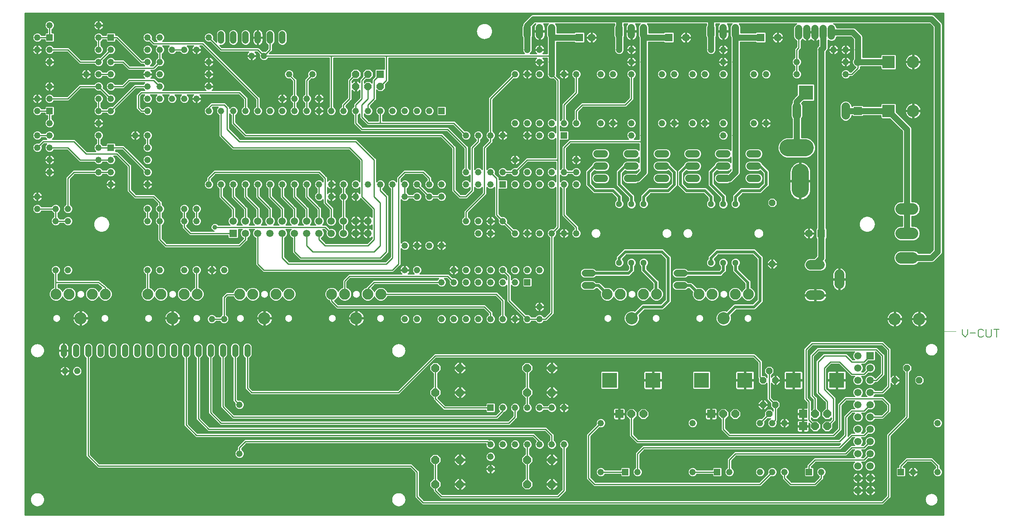
<source format=gbl>
G75*
%MOIN*%
%OFA0B0*%
%FSLAX24Y24*%
%IPPOS*%
%LPD*%
%AMOC8*
5,1,8,0,0,1.08239X$1,22.5*
%
%ADD10C,0.0000*%
%ADD11C,0.0060*%
%ADD12C,0.0520*%
%ADD13R,0.1000X0.1000*%
%ADD14C,0.1000*%
%ADD15C,0.0660*%
%ADD16R,0.0660X0.0660*%
%ADD17R,0.0520X0.0520*%
%ADD18C,0.1400*%
%ADD19C,0.0050*%
%ADD20C,0.0787*%
%ADD21C,0.0600*%
%ADD22OC8,0.0520*%
%ADD23C,0.0515*%
%ADD24C,0.0886*%
%ADD25C,0.0945*%
%ADD26R,0.0650X0.0650*%
%ADD27OC8,0.0650*%
%ADD28R,0.1227X0.1227*%
%ADD29OC8,0.0660*%
%ADD30C,0.0630*%
%ADD31R,0.0630X0.0630*%
%ADD32C,0.0512*%
%ADD33C,0.0560*%
%ADD34C,0.0700*%
%ADD35R,0.0594X0.0594*%
%ADD36C,0.0594*%
%ADD37C,0.0520*%
%ADD38OC8,0.0594*%
%ADD39C,0.0500*%
%ADD40C,0.0100*%
%ADD41C,0.0475*%
%ADD42C,0.1181*%
%ADD43C,0.0240*%
%ADD44R,0.1181X0.1181*%
%ADD45C,0.0396*%
D10*
X000500Y000250D02*
X000500Y015250D01*
X076500Y015250D01*
X074008Y013750D02*
X074010Y013794D01*
X074016Y013838D01*
X074026Y013881D01*
X074039Y013923D01*
X074057Y013963D01*
X074078Y014002D01*
X074102Y014039D01*
X074129Y014074D01*
X074160Y014106D01*
X074193Y014135D01*
X074229Y014161D01*
X074267Y014183D01*
X074307Y014202D01*
X074348Y014218D01*
X074391Y014230D01*
X074434Y014238D01*
X074478Y014242D01*
X074522Y014242D01*
X074566Y014238D01*
X074609Y014230D01*
X074652Y014218D01*
X074693Y014202D01*
X074733Y014183D01*
X074771Y014161D01*
X074807Y014135D01*
X074840Y014106D01*
X074871Y014074D01*
X074898Y014039D01*
X074922Y014002D01*
X074943Y013963D01*
X074961Y013923D01*
X074974Y013881D01*
X074984Y013838D01*
X074990Y013794D01*
X074992Y013750D01*
X074990Y013706D01*
X074984Y013662D01*
X074974Y013619D01*
X074961Y013577D01*
X074943Y013537D01*
X074922Y013498D01*
X074898Y013461D01*
X074871Y013426D01*
X074840Y013394D01*
X074807Y013365D01*
X074771Y013339D01*
X074733Y013317D01*
X074693Y013298D01*
X074652Y013282D01*
X074609Y013270D01*
X074566Y013262D01*
X074522Y013258D01*
X074478Y013258D01*
X074434Y013262D01*
X074391Y013270D01*
X074348Y013282D01*
X074307Y013298D01*
X074267Y013317D01*
X074229Y013339D01*
X074193Y013365D01*
X074160Y013394D01*
X074129Y013426D01*
X074102Y013461D01*
X074078Y013498D01*
X074057Y013537D01*
X074039Y013577D01*
X074026Y013619D01*
X074016Y013662D01*
X074010Y013706D01*
X074008Y013750D01*
X059213Y016313D02*
X059215Y016347D01*
X059221Y016381D01*
X059231Y016414D01*
X059244Y016445D01*
X059262Y016475D01*
X059282Y016503D01*
X059306Y016528D01*
X059332Y016550D01*
X059360Y016568D01*
X059391Y016584D01*
X059423Y016596D01*
X059457Y016604D01*
X059491Y016608D01*
X059525Y016608D01*
X059559Y016604D01*
X059593Y016596D01*
X059625Y016584D01*
X059655Y016568D01*
X059684Y016550D01*
X059710Y016528D01*
X059734Y016503D01*
X059754Y016475D01*
X059772Y016445D01*
X059785Y016414D01*
X059795Y016381D01*
X059801Y016347D01*
X059803Y016313D01*
X059801Y016279D01*
X059795Y016245D01*
X059785Y016212D01*
X059772Y016181D01*
X059754Y016151D01*
X059734Y016123D01*
X059710Y016098D01*
X059684Y016076D01*
X059656Y016058D01*
X059625Y016042D01*
X059593Y016030D01*
X059559Y016022D01*
X059525Y016018D01*
X059491Y016018D01*
X059457Y016022D01*
X059423Y016030D01*
X059391Y016042D01*
X059360Y016058D01*
X059332Y016076D01*
X059306Y016098D01*
X059282Y016123D01*
X059262Y016151D01*
X059244Y016181D01*
X059231Y016212D01*
X059221Y016245D01*
X059215Y016279D01*
X059213Y016313D01*
X055276Y016313D02*
X055278Y016347D01*
X055284Y016381D01*
X055294Y016414D01*
X055307Y016445D01*
X055325Y016475D01*
X055345Y016503D01*
X055369Y016528D01*
X055395Y016550D01*
X055423Y016568D01*
X055454Y016584D01*
X055486Y016596D01*
X055520Y016604D01*
X055554Y016608D01*
X055588Y016608D01*
X055622Y016604D01*
X055656Y016596D01*
X055688Y016584D01*
X055718Y016568D01*
X055747Y016550D01*
X055773Y016528D01*
X055797Y016503D01*
X055817Y016475D01*
X055835Y016445D01*
X055848Y016414D01*
X055858Y016381D01*
X055864Y016347D01*
X055866Y016313D01*
X055864Y016279D01*
X055858Y016245D01*
X055848Y016212D01*
X055835Y016181D01*
X055817Y016151D01*
X055797Y016123D01*
X055773Y016098D01*
X055747Y016076D01*
X055719Y016058D01*
X055688Y016042D01*
X055656Y016030D01*
X055622Y016022D01*
X055588Y016018D01*
X055554Y016018D01*
X055520Y016022D01*
X055486Y016030D01*
X055454Y016042D01*
X055423Y016058D01*
X055395Y016076D01*
X055369Y016098D01*
X055345Y016123D01*
X055325Y016151D01*
X055307Y016181D01*
X055294Y016212D01*
X055284Y016245D01*
X055278Y016279D01*
X055276Y016313D01*
X051713Y016313D02*
X051715Y016347D01*
X051721Y016381D01*
X051731Y016414D01*
X051744Y016445D01*
X051762Y016475D01*
X051782Y016503D01*
X051806Y016528D01*
X051832Y016550D01*
X051860Y016568D01*
X051891Y016584D01*
X051923Y016596D01*
X051957Y016604D01*
X051991Y016608D01*
X052025Y016608D01*
X052059Y016604D01*
X052093Y016596D01*
X052125Y016584D01*
X052155Y016568D01*
X052184Y016550D01*
X052210Y016528D01*
X052234Y016503D01*
X052254Y016475D01*
X052272Y016445D01*
X052285Y016414D01*
X052295Y016381D01*
X052301Y016347D01*
X052303Y016313D01*
X052301Y016279D01*
X052295Y016245D01*
X052285Y016212D01*
X052272Y016181D01*
X052254Y016151D01*
X052234Y016123D01*
X052210Y016098D01*
X052184Y016076D01*
X052156Y016058D01*
X052125Y016042D01*
X052093Y016030D01*
X052059Y016022D01*
X052025Y016018D01*
X051991Y016018D01*
X051957Y016022D01*
X051923Y016030D01*
X051891Y016042D01*
X051860Y016058D01*
X051832Y016076D01*
X051806Y016098D01*
X051782Y016123D01*
X051762Y016151D01*
X051744Y016181D01*
X051731Y016212D01*
X051721Y016245D01*
X051715Y016279D01*
X051713Y016313D01*
X049744Y018281D02*
X049746Y018315D01*
X049752Y018349D01*
X049762Y018382D01*
X049775Y018413D01*
X049793Y018443D01*
X049813Y018471D01*
X049837Y018496D01*
X049863Y018518D01*
X049891Y018536D01*
X049922Y018552D01*
X049954Y018564D01*
X049988Y018572D01*
X050022Y018576D01*
X050056Y018576D01*
X050090Y018572D01*
X050124Y018564D01*
X050156Y018552D01*
X050186Y018536D01*
X050215Y018518D01*
X050241Y018496D01*
X050265Y018471D01*
X050285Y018443D01*
X050303Y018413D01*
X050316Y018382D01*
X050326Y018349D01*
X050332Y018315D01*
X050334Y018281D01*
X050332Y018247D01*
X050326Y018213D01*
X050316Y018180D01*
X050303Y018149D01*
X050285Y018119D01*
X050265Y018091D01*
X050241Y018066D01*
X050215Y018044D01*
X050187Y018026D01*
X050156Y018010D01*
X050124Y017998D01*
X050090Y017990D01*
X050056Y017986D01*
X050022Y017986D01*
X049988Y017990D01*
X049954Y017998D01*
X049922Y018010D01*
X049891Y018026D01*
X049863Y018044D01*
X049837Y018066D01*
X049813Y018091D01*
X049793Y018119D01*
X049775Y018149D01*
X049762Y018180D01*
X049752Y018213D01*
X049746Y018247D01*
X049744Y018281D01*
X047776Y016313D02*
X047778Y016347D01*
X047784Y016381D01*
X047794Y016414D01*
X047807Y016445D01*
X047825Y016475D01*
X047845Y016503D01*
X047869Y016528D01*
X047895Y016550D01*
X047923Y016568D01*
X047954Y016584D01*
X047986Y016596D01*
X048020Y016604D01*
X048054Y016608D01*
X048088Y016608D01*
X048122Y016604D01*
X048156Y016596D01*
X048188Y016584D01*
X048218Y016568D01*
X048247Y016550D01*
X048273Y016528D01*
X048297Y016503D01*
X048317Y016475D01*
X048335Y016445D01*
X048348Y016414D01*
X048358Y016381D01*
X048364Y016347D01*
X048366Y016313D01*
X048364Y016279D01*
X048358Y016245D01*
X048348Y016212D01*
X048335Y016181D01*
X048317Y016151D01*
X048297Y016123D01*
X048273Y016098D01*
X048247Y016076D01*
X048219Y016058D01*
X048188Y016042D01*
X048156Y016030D01*
X048122Y016022D01*
X048088Y016018D01*
X048054Y016018D01*
X048020Y016022D01*
X047986Y016030D01*
X047954Y016042D01*
X047923Y016058D01*
X047895Y016076D01*
X047869Y016098D01*
X047845Y016123D01*
X047825Y016151D01*
X047807Y016181D01*
X047794Y016212D01*
X047784Y016245D01*
X047778Y016279D01*
X047776Y016313D01*
X057244Y018281D02*
X057246Y018315D01*
X057252Y018349D01*
X057262Y018382D01*
X057275Y018413D01*
X057293Y018443D01*
X057313Y018471D01*
X057337Y018496D01*
X057363Y018518D01*
X057391Y018536D01*
X057422Y018552D01*
X057454Y018564D01*
X057488Y018572D01*
X057522Y018576D01*
X057556Y018576D01*
X057590Y018572D01*
X057624Y018564D01*
X057656Y018552D01*
X057686Y018536D01*
X057715Y018518D01*
X057741Y018496D01*
X057765Y018471D01*
X057785Y018443D01*
X057803Y018413D01*
X057816Y018382D01*
X057826Y018349D01*
X057832Y018315D01*
X057834Y018281D01*
X057832Y018247D01*
X057826Y018213D01*
X057816Y018180D01*
X057803Y018149D01*
X057785Y018119D01*
X057765Y018091D01*
X057741Y018066D01*
X057715Y018044D01*
X057687Y018026D01*
X057656Y018010D01*
X057624Y017998D01*
X057590Y017990D01*
X057556Y017986D01*
X057522Y017986D01*
X057488Y017990D01*
X057454Y017998D01*
X057422Y018010D01*
X057391Y018026D01*
X057363Y018044D01*
X057337Y018066D01*
X057313Y018091D01*
X057293Y018119D01*
X057275Y018149D01*
X057262Y018180D01*
X057252Y018213D01*
X057246Y018247D01*
X057244Y018281D01*
X054231Y023250D02*
X054233Y023288D01*
X054239Y023327D01*
X054249Y023364D01*
X054262Y023400D01*
X054280Y023434D01*
X054300Y023467D01*
X054324Y023497D01*
X054351Y023524D01*
X054381Y023549D01*
X054412Y023571D01*
X054446Y023589D01*
X054482Y023603D01*
X054519Y023614D01*
X054557Y023621D01*
X054595Y023624D01*
X054634Y023623D01*
X054672Y023618D01*
X054710Y023609D01*
X054746Y023596D01*
X054781Y023580D01*
X054814Y023560D01*
X054845Y023537D01*
X054873Y023511D01*
X054898Y023482D01*
X054921Y023451D01*
X054940Y023417D01*
X054955Y023382D01*
X054967Y023345D01*
X054975Y023308D01*
X054979Y023269D01*
X054979Y023231D01*
X054975Y023192D01*
X054967Y023155D01*
X054955Y023118D01*
X054940Y023083D01*
X054921Y023049D01*
X054898Y023018D01*
X054873Y022989D01*
X054845Y022963D01*
X054814Y022940D01*
X054781Y022920D01*
X054746Y022904D01*
X054710Y022891D01*
X054672Y022882D01*
X054634Y022877D01*
X054595Y022876D01*
X054557Y022879D01*
X054519Y022886D01*
X054482Y022897D01*
X054446Y022911D01*
X054412Y022929D01*
X054381Y022951D01*
X054351Y022976D01*
X054324Y023003D01*
X054300Y023033D01*
X054280Y023066D01*
X054262Y023100D01*
X054249Y023136D01*
X054239Y023173D01*
X054233Y023212D01*
X054231Y023250D01*
X052521Y023250D02*
X052523Y023288D01*
X052529Y023327D01*
X052539Y023364D01*
X052552Y023400D01*
X052570Y023434D01*
X052590Y023467D01*
X052614Y023497D01*
X052641Y023524D01*
X052671Y023549D01*
X052702Y023571D01*
X052736Y023589D01*
X052772Y023603D01*
X052809Y023614D01*
X052847Y023621D01*
X052885Y023624D01*
X052924Y023623D01*
X052962Y023618D01*
X053000Y023609D01*
X053036Y023596D01*
X053071Y023580D01*
X053104Y023560D01*
X053135Y023537D01*
X053163Y023511D01*
X053188Y023482D01*
X053211Y023451D01*
X053230Y023417D01*
X053245Y023382D01*
X053257Y023345D01*
X053265Y023308D01*
X053269Y023269D01*
X053269Y023231D01*
X053265Y023192D01*
X053257Y023155D01*
X053245Y023118D01*
X053230Y023083D01*
X053211Y023049D01*
X053188Y023018D01*
X053163Y022989D01*
X053135Y022963D01*
X053104Y022940D01*
X053071Y022920D01*
X053036Y022904D01*
X053000Y022891D01*
X052962Y022882D01*
X052924Y022877D01*
X052885Y022876D01*
X052847Y022879D01*
X052809Y022886D01*
X052772Y022897D01*
X052736Y022911D01*
X052702Y022929D01*
X052671Y022951D01*
X052641Y022976D01*
X052614Y023003D01*
X052590Y023033D01*
X052570Y023066D01*
X052552Y023100D01*
X052539Y023136D01*
X052529Y023173D01*
X052523Y023212D01*
X052521Y023250D01*
X046731Y023250D02*
X046733Y023288D01*
X046739Y023327D01*
X046749Y023364D01*
X046762Y023400D01*
X046780Y023434D01*
X046800Y023467D01*
X046824Y023497D01*
X046851Y023524D01*
X046881Y023549D01*
X046912Y023571D01*
X046946Y023589D01*
X046982Y023603D01*
X047019Y023614D01*
X047057Y023621D01*
X047095Y023624D01*
X047134Y023623D01*
X047172Y023618D01*
X047210Y023609D01*
X047246Y023596D01*
X047281Y023580D01*
X047314Y023560D01*
X047345Y023537D01*
X047373Y023511D01*
X047398Y023482D01*
X047421Y023451D01*
X047440Y023417D01*
X047455Y023382D01*
X047467Y023345D01*
X047475Y023308D01*
X047479Y023269D01*
X047479Y023231D01*
X047475Y023192D01*
X047467Y023155D01*
X047455Y023118D01*
X047440Y023083D01*
X047421Y023049D01*
X047398Y023018D01*
X047373Y022989D01*
X047345Y022963D01*
X047314Y022940D01*
X047281Y022920D01*
X047246Y022904D01*
X047210Y022891D01*
X047172Y022882D01*
X047134Y022877D01*
X047095Y022876D01*
X047057Y022879D01*
X047019Y022886D01*
X046982Y022897D01*
X046946Y022911D01*
X046912Y022929D01*
X046881Y022951D01*
X046851Y022976D01*
X046824Y023003D01*
X046800Y023033D01*
X046780Y023066D01*
X046762Y023100D01*
X046749Y023136D01*
X046739Y023173D01*
X046733Y023212D01*
X046731Y023250D01*
X060021Y023250D02*
X060023Y023288D01*
X060029Y023327D01*
X060039Y023364D01*
X060052Y023400D01*
X060070Y023434D01*
X060090Y023467D01*
X060114Y023497D01*
X060141Y023524D01*
X060171Y023549D01*
X060202Y023571D01*
X060236Y023589D01*
X060272Y023603D01*
X060309Y023614D01*
X060347Y023621D01*
X060385Y023624D01*
X060424Y023623D01*
X060462Y023618D01*
X060500Y023609D01*
X060536Y023596D01*
X060571Y023580D01*
X060604Y023560D01*
X060635Y023537D01*
X060663Y023511D01*
X060688Y023482D01*
X060711Y023451D01*
X060730Y023417D01*
X060745Y023382D01*
X060757Y023345D01*
X060765Y023308D01*
X060769Y023269D01*
X060769Y023231D01*
X060765Y023192D01*
X060757Y023155D01*
X060745Y023118D01*
X060730Y023083D01*
X060711Y023049D01*
X060688Y023018D01*
X060663Y022989D01*
X060635Y022963D01*
X060604Y022940D01*
X060571Y022920D01*
X060536Y022904D01*
X060500Y022891D01*
X060462Y022882D01*
X060424Y022877D01*
X060385Y022876D01*
X060347Y022879D01*
X060309Y022886D01*
X060272Y022897D01*
X060236Y022911D01*
X060202Y022929D01*
X060171Y022951D01*
X060141Y022976D01*
X060114Y023003D01*
X060090Y023033D01*
X060070Y023066D01*
X060052Y023100D01*
X060039Y023136D01*
X060029Y023173D01*
X060023Y023212D01*
X060021Y023250D01*
X068620Y024000D02*
X068622Y024050D01*
X068628Y024100D01*
X068638Y024149D01*
X068652Y024197D01*
X068669Y024244D01*
X068690Y024289D01*
X068715Y024333D01*
X068743Y024374D01*
X068775Y024413D01*
X068809Y024450D01*
X068846Y024484D01*
X068886Y024514D01*
X068928Y024541D01*
X068972Y024565D01*
X069018Y024586D01*
X069065Y024602D01*
X069113Y024615D01*
X069163Y024624D01*
X069212Y024629D01*
X069263Y024630D01*
X069313Y024627D01*
X069362Y024620D01*
X069411Y024609D01*
X069459Y024594D01*
X069505Y024576D01*
X069550Y024554D01*
X069593Y024528D01*
X069634Y024499D01*
X069673Y024467D01*
X069709Y024432D01*
X069741Y024394D01*
X069771Y024354D01*
X069798Y024311D01*
X069821Y024267D01*
X069840Y024221D01*
X069856Y024173D01*
X069868Y024124D01*
X069876Y024075D01*
X069880Y024025D01*
X069880Y023975D01*
X069876Y023925D01*
X069868Y023876D01*
X069856Y023827D01*
X069840Y023779D01*
X069821Y023733D01*
X069798Y023689D01*
X069771Y023646D01*
X069741Y023606D01*
X069709Y023568D01*
X069673Y023533D01*
X069634Y023501D01*
X069593Y023472D01*
X069550Y023446D01*
X069505Y023424D01*
X069459Y023406D01*
X069411Y023391D01*
X069362Y023380D01*
X069313Y023373D01*
X069263Y023370D01*
X069212Y023371D01*
X069163Y023376D01*
X069113Y023385D01*
X069065Y023398D01*
X069018Y023414D01*
X068972Y023435D01*
X068928Y023459D01*
X068886Y023486D01*
X068846Y023516D01*
X068809Y023550D01*
X068775Y023587D01*
X068743Y023626D01*
X068715Y023667D01*
X068690Y023711D01*
X068669Y023756D01*
X068652Y023803D01*
X068638Y023851D01*
X068628Y023900D01*
X068622Y023950D01*
X068620Y024000D01*
X037370Y039750D02*
X037372Y039800D01*
X037378Y039850D01*
X037388Y039899D01*
X037402Y039947D01*
X037419Y039994D01*
X037440Y040039D01*
X037465Y040083D01*
X037493Y040124D01*
X037525Y040163D01*
X037559Y040200D01*
X037596Y040234D01*
X037636Y040264D01*
X037678Y040291D01*
X037722Y040315D01*
X037768Y040336D01*
X037815Y040352D01*
X037863Y040365D01*
X037913Y040374D01*
X037962Y040379D01*
X038013Y040380D01*
X038063Y040377D01*
X038112Y040370D01*
X038161Y040359D01*
X038209Y040344D01*
X038255Y040326D01*
X038300Y040304D01*
X038343Y040278D01*
X038384Y040249D01*
X038423Y040217D01*
X038459Y040182D01*
X038491Y040144D01*
X038521Y040104D01*
X038548Y040061D01*
X038571Y040017D01*
X038590Y039971D01*
X038606Y039923D01*
X038618Y039874D01*
X038626Y039825D01*
X038630Y039775D01*
X038630Y039725D01*
X038626Y039675D01*
X038618Y039626D01*
X038606Y039577D01*
X038590Y039529D01*
X038571Y039483D01*
X038548Y039439D01*
X038521Y039396D01*
X038491Y039356D01*
X038459Y039318D01*
X038423Y039283D01*
X038384Y039251D01*
X038343Y039222D01*
X038300Y039196D01*
X038255Y039174D01*
X038209Y039156D01*
X038161Y039141D01*
X038112Y039130D01*
X038063Y039123D01*
X038013Y039120D01*
X037962Y039121D01*
X037913Y039126D01*
X037863Y039135D01*
X037815Y039148D01*
X037768Y039164D01*
X037722Y039185D01*
X037678Y039209D01*
X037636Y039236D01*
X037596Y039266D01*
X037559Y039300D01*
X037525Y039337D01*
X037493Y039376D01*
X037465Y039417D01*
X037440Y039461D01*
X037419Y039506D01*
X037402Y039553D01*
X037388Y039601D01*
X037378Y039650D01*
X037372Y039700D01*
X037370Y039750D01*
X006120Y024000D02*
X006122Y024050D01*
X006128Y024100D01*
X006138Y024149D01*
X006152Y024197D01*
X006169Y024244D01*
X006190Y024289D01*
X006215Y024333D01*
X006243Y024374D01*
X006275Y024413D01*
X006309Y024450D01*
X006346Y024484D01*
X006386Y024514D01*
X006428Y024541D01*
X006472Y024565D01*
X006518Y024586D01*
X006565Y024602D01*
X006613Y024615D01*
X006663Y024624D01*
X006712Y024629D01*
X006763Y024630D01*
X006813Y024627D01*
X006862Y024620D01*
X006911Y024609D01*
X006959Y024594D01*
X007005Y024576D01*
X007050Y024554D01*
X007093Y024528D01*
X007134Y024499D01*
X007173Y024467D01*
X007209Y024432D01*
X007241Y024394D01*
X007271Y024354D01*
X007298Y024311D01*
X007321Y024267D01*
X007340Y024221D01*
X007356Y024173D01*
X007368Y024124D01*
X007376Y024075D01*
X007380Y024025D01*
X007380Y023975D01*
X007376Y023925D01*
X007368Y023876D01*
X007356Y023827D01*
X007340Y023779D01*
X007321Y023733D01*
X007298Y023689D01*
X007271Y023646D01*
X007241Y023606D01*
X007209Y023568D01*
X007173Y023533D01*
X007134Y023501D01*
X007093Y023472D01*
X007050Y023446D01*
X007005Y023424D01*
X006959Y023406D01*
X006911Y023391D01*
X006862Y023380D01*
X006813Y023373D01*
X006763Y023370D01*
X006712Y023371D01*
X006663Y023376D01*
X006613Y023385D01*
X006565Y023398D01*
X006518Y023414D01*
X006472Y023435D01*
X006428Y023459D01*
X006386Y023486D01*
X006346Y023516D01*
X006309Y023550D01*
X006275Y023587D01*
X006243Y023626D01*
X006215Y023667D01*
X006190Y023711D01*
X006169Y023756D01*
X006152Y023803D01*
X006138Y023851D01*
X006128Y023900D01*
X006122Y023950D01*
X006120Y024000D01*
X004744Y018281D02*
X004746Y018315D01*
X004752Y018349D01*
X004762Y018382D01*
X004775Y018413D01*
X004793Y018443D01*
X004813Y018471D01*
X004837Y018496D01*
X004863Y018518D01*
X004891Y018536D01*
X004922Y018552D01*
X004954Y018564D01*
X004988Y018572D01*
X005022Y018576D01*
X005056Y018576D01*
X005090Y018572D01*
X005124Y018564D01*
X005156Y018552D01*
X005186Y018536D01*
X005215Y018518D01*
X005241Y018496D01*
X005265Y018471D01*
X005285Y018443D01*
X005303Y018413D01*
X005316Y018382D01*
X005326Y018349D01*
X005332Y018315D01*
X005334Y018281D01*
X005332Y018247D01*
X005326Y018213D01*
X005316Y018180D01*
X005303Y018149D01*
X005285Y018119D01*
X005265Y018091D01*
X005241Y018066D01*
X005215Y018044D01*
X005187Y018026D01*
X005156Y018010D01*
X005124Y017998D01*
X005090Y017990D01*
X005056Y017986D01*
X005022Y017986D01*
X004988Y017990D01*
X004954Y017998D01*
X004922Y018010D01*
X004891Y018026D01*
X004863Y018044D01*
X004837Y018066D01*
X004813Y018091D01*
X004793Y018119D01*
X004775Y018149D01*
X004762Y018180D01*
X004752Y018213D01*
X004746Y018247D01*
X004744Y018281D01*
X002776Y016313D02*
X002778Y016347D01*
X002784Y016381D01*
X002794Y016414D01*
X002807Y016445D01*
X002825Y016475D01*
X002845Y016503D01*
X002869Y016528D01*
X002895Y016550D01*
X002923Y016568D01*
X002954Y016584D01*
X002986Y016596D01*
X003020Y016604D01*
X003054Y016608D01*
X003088Y016608D01*
X003122Y016604D01*
X003156Y016596D01*
X003188Y016584D01*
X003218Y016568D01*
X003247Y016550D01*
X003273Y016528D01*
X003297Y016503D01*
X003317Y016475D01*
X003335Y016445D01*
X003348Y016414D01*
X003358Y016381D01*
X003364Y016347D01*
X003366Y016313D01*
X003364Y016279D01*
X003358Y016245D01*
X003348Y016212D01*
X003335Y016181D01*
X003317Y016151D01*
X003297Y016123D01*
X003273Y016098D01*
X003247Y016076D01*
X003219Y016058D01*
X003188Y016042D01*
X003156Y016030D01*
X003122Y016022D01*
X003088Y016018D01*
X003054Y016018D01*
X003020Y016022D01*
X002986Y016030D01*
X002954Y016042D01*
X002923Y016058D01*
X002895Y016076D01*
X002869Y016098D01*
X002845Y016123D01*
X002825Y016151D01*
X002807Y016181D01*
X002794Y016212D01*
X002784Y016245D01*
X002778Y016279D01*
X002776Y016313D01*
X000500Y015250D02*
X000500Y041250D01*
X075500Y041250D01*
X075492Y000250D01*
X000500Y000250D01*
X000949Y001500D02*
X000951Y001547D01*
X000957Y001593D01*
X000967Y001639D01*
X000980Y001684D01*
X000998Y001727D01*
X001019Y001769D01*
X001043Y001809D01*
X001071Y001846D01*
X001102Y001881D01*
X001136Y001914D01*
X001172Y001943D01*
X001211Y001969D01*
X001252Y001992D01*
X001295Y002011D01*
X001339Y002027D01*
X001384Y002039D01*
X001430Y002047D01*
X001477Y002051D01*
X001523Y002051D01*
X001570Y002047D01*
X001616Y002039D01*
X001661Y002027D01*
X001705Y002011D01*
X001748Y001992D01*
X001789Y001969D01*
X001828Y001943D01*
X001864Y001914D01*
X001898Y001881D01*
X001929Y001846D01*
X001957Y001809D01*
X001981Y001769D01*
X002002Y001727D01*
X002020Y001684D01*
X002033Y001639D01*
X002043Y001593D01*
X002049Y001547D01*
X002051Y001500D01*
X002049Y001453D01*
X002043Y001407D01*
X002033Y001361D01*
X002020Y001316D01*
X002002Y001273D01*
X001981Y001231D01*
X001957Y001191D01*
X001929Y001154D01*
X001898Y001119D01*
X001864Y001086D01*
X001828Y001057D01*
X001789Y001031D01*
X001748Y001008D01*
X001705Y000989D01*
X001661Y000973D01*
X001616Y000961D01*
X001570Y000953D01*
X001523Y000949D01*
X001477Y000949D01*
X001430Y000953D01*
X001384Y000961D01*
X001339Y000973D01*
X001295Y000989D01*
X001252Y001008D01*
X001211Y001031D01*
X001172Y001057D01*
X001136Y001086D01*
X001102Y001119D01*
X001071Y001154D01*
X001043Y001191D01*
X001019Y001231D01*
X000998Y001273D01*
X000980Y001316D01*
X000967Y001361D01*
X000957Y001407D01*
X000951Y001453D01*
X000949Y001500D01*
X000949Y013673D02*
X000951Y013720D01*
X000957Y013766D01*
X000967Y013812D01*
X000980Y013857D01*
X000998Y013900D01*
X001019Y013942D01*
X001043Y013982D01*
X001071Y014019D01*
X001102Y014054D01*
X001136Y014087D01*
X001172Y014116D01*
X001211Y014142D01*
X001252Y014165D01*
X001295Y014184D01*
X001339Y014200D01*
X001384Y014212D01*
X001430Y014220D01*
X001477Y014224D01*
X001523Y014224D01*
X001570Y014220D01*
X001616Y014212D01*
X001661Y014200D01*
X001705Y014184D01*
X001748Y014165D01*
X001789Y014142D01*
X001828Y014116D01*
X001864Y014087D01*
X001898Y014054D01*
X001929Y014019D01*
X001957Y013982D01*
X001981Y013942D01*
X002002Y013900D01*
X002020Y013857D01*
X002033Y013812D01*
X002043Y013766D01*
X002049Y013720D01*
X002051Y013673D01*
X002049Y013626D01*
X002043Y013580D01*
X002033Y013534D01*
X002020Y013489D01*
X002002Y013446D01*
X001981Y013404D01*
X001957Y013364D01*
X001929Y013327D01*
X001898Y013292D01*
X001864Y013259D01*
X001828Y013230D01*
X001789Y013204D01*
X001748Y013181D01*
X001705Y013162D01*
X001661Y013146D01*
X001616Y013134D01*
X001570Y013126D01*
X001523Y013122D01*
X001477Y013122D01*
X001430Y013126D01*
X001384Y013134D01*
X001339Y013146D01*
X001295Y013162D01*
X001252Y013181D01*
X001211Y013204D01*
X001172Y013230D01*
X001136Y013259D01*
X001102Y013292D01*
X001071Y013327D01*
X001043Y013364D01*
X001019Y013404D01*
X000998Y013446D01*
X000980Y013489D01*
X000967Y013534D01*
X000957Y013580D01*
X000951Y013626D01*
X000949Y013673D01*
X006713Y016313D02*
X006715Y016347D01*
X006721Y016381D01*
X006731Y016414D01*
X006744Y016445D01*
X006762Y016475D01*
X006782Y016503D01*
X006806Y016528D01*
X006832Y016550D01*
X006860Y016568D01*
X006891Y016584D01*
X006923Y016596D01*
X006957Y016604D01*
X006991Y016608D01*
X007025Y016608D01*
X007059Y016604D01*
X007093Y016596D01*
X007125Y016584D01*
X007155Y016568D01*
X007184Y016550D01*
X007210Y016528D01*
X007234Y016503D01*
X007254Y016475D01*
X007272Y016445D01*
X007285Y016414D01*
X007295Y016381D01*
X007301Y016347D01*
X007303Y016313D01*
X007301Y016279D01*
X007295Y016245D01*
X007285Y016212D01*
X007272Y016181D01*
X007254Y016151D01*
X007234Y016123D01*
X007210Y016098D01*
X007184Y016076D01*
X007156Y016058D01*
X007125Y016042D01*
X007093Y016030D01*
X007059Y016022D01*
X007025Y016018D01*
X006991Y016018D01*
X006957Y016022D01*
X006923Y016030D01*
X006891Y016042D01*
X006860Y016058D01*
X006832Y016076D01*
X006806Y016098D01*
X006782Y016123D01*
X006762Y016151D01*
X006744Y016181D01*
X006731Y016212D01*
X006721Y016245D01*
X006715Y016279D01*
X006713Y016313D01*
X010276Y016313D02*
X010278Y016347D01*
X010284Y016381D01*
X010294Y016414D01*
X010307Y016445D01*
X010325Y016475D01*
X010345Y016503D01*
X010369Y016528D01*
X010395Y016550D01*
X010423Y016568D01*
X010454Y016584D01*
X010486Y016596D01*
X010520Y016604D01*
X010554Y016608D01*
X010588Y016608D01*
X010622Y016604D01*
X010656Y016596D01*
X010688Y016584D01*
X010718Y016568D01*
X010747Y016550D01*
X010773Y016528D01*
X010797Y016503D01*
X010817Y016475D01*
X010835Y016445D01*
X010848Y016414D01*
X010858Y016381D01*
X010864Y016347D01*
X010866Y016313D01*
X010864Y016279D01*
X010858Y016245D01*
X010848Y016212D01*
X010835Y016181D01*
X010817Y016151D01*
X010797Y016123D01*
X010773Y016098D01*
X010747Y016076D01*
X010719Y016058D01*
X010688Y016042D01*
X010656Y016030D01*
X010622Y016022D01*
X010588Y016018D01*
X010554Y016018D01*
X010520Y016022D01*
X010486Y016030D01*
X010454Y016042D01*
X010423Y016058D01*
X010395Y016076D01*
X010369Y016098D01*
X010345Y016123D01*
X010325Y016151D01*
X010307Y016181D01*
X010294Y016212D01*
X010284Y016245D01*
X010278Y016279D01*
X010276Y016313D01*
X012244Y018281D02*
X012246Y018315D01*
X012252Y018349D01*
X012262Y018382D01*
X012275Y018413D01*
X012293Y018443D01*
X012313Y018471D01*
X012337Y018496D01*
X012363Y018518D01*
X012391Y018536D01*
X012422Y018552D01*
X012454Y018564D01*
X012488Y018572D01*
X012522Y018576D01*
X012556Y018576D01*
X012590Y018572D01*
X012624Y018564D01*
X012656Y018552D01*
X012686Y018536D01*
X012715Y018518D01*
X012741Y018496D01*
X012765Y018471D01*
X012785Y018443D01*
X012803Y018413D01*
X012816Y018382D01*
X012826Y018349D01*
X012832Y018315D01*
X012834Y018281D01*
X012832Y018247D01*
X012826Y018213D01*
X012816Y018180D01*
X012803Y018149D01*
X012785Y018119D01*
X012765Y018091D01*
X012741Y018066D01*
X012715Y018044D01*
X012687Y018026D01*
X012656Y018010D01*
X012624Y017998D01*
X012590Y017990D01*
X012556Y017986D01*
X012522Y017986D01*
X012488Y017990D01*
X012454Y017998D01*
X012422Y018010D01*
X012391Y018026D01*
X012363Y018044D01*
X012337Y018066D01*
X012313Y018091D01*
X012293Y018119D01*
X012275Y018149D01*
X012262Y018180D01*
X012252Y018213D01*
X012246Y018247D01*
X012244Y018281D01*
X014213Y016313D02*
X014215Y016347D01*
X014221Y016381D01*
X014231Y016414D01*
X014244Y016445D01*
X014262Y016475D01*
X014282Y016503D01*
X014306Y016528D01*
X014332Y016550D01*
X014360Y016568D01*
X014391Y016584D01*
X014423Y016596D01*
X014457Y016604D01*
X014491Y016608D01*
X014525Y016608D01*
X014559Y016604D01*
X014593Y016596D01*
X014625Y016584D01*
X014655Y016568D01*
X014684Y016550D01*
X014710Y016528D01*
X014734Y016503D01*
X014754Y016475D01*
X014772Y016445D01*
X014785Y016414D01*
X014795Y016381D01*
X014801Y016347D01*
X014803Y016313D01*
X014801Y016279D01*
X014795Y016245D01*
X014785Y016212D01*
X014772Y016181D01*
X014754Y016151D01*
X014734Y016123D01*
X014710Y016098D01*
X014684Y016076D01*
X014656Y016058D01*
X014625Y016042D01*
X014593Y016030D01*
X014559Y016022D01*
X014525Y016018D01*
X014491Y016018D01*
X014457Y016022D01*
X014423Y016030D01*
X014391Y016042D01*
X014360Y016058D01*
X014332Y016076D01*
X014306Y016098D01*
X014282Y016123D01*
X014262Y016151D01*
X014244Y016181D01*
X014231Y016212D01*
X014221Y016245D01*
X014215Y016279D01*
X014213Y016313D01*
X017776Y016313D02*
X017778Y016347D01*
X017784Y016381D01*
X017794Y016414D01*
X017807Y016445D01*
X017825Y016475D01*
X017845Y016503D01*
X017869Y016528D01*
X017895Y016550D01*
X017923Y016568D01*
X017954Y016584D01*
X017986Y016596D01*
X018020Y016604D01*
X018054Y016608D01*
X018088Y016608D01*
X018122Y016604D01*
X018156Y016596D01*
X018188Y016584D01*
X018218Y016568D01*
X018247Y016550D01*
X018273Y016528D01*
X018297Y016503D01*
X018317Y016475D01*
X018335Y016445D01*
X018348Y016414D01*
X018358Y016381D01*
X018364Y016347D01*
X018366Y016313D01*
X018364Y016279D01*
X018358Y016245D01*
X018348Y016212D01*
X018335Y016181D01*
X018317Y016151D01*
X018297Y016123D01*
X018273Y016098D01*
X018247Y016076D01*
X018219Y016058D01*
X018188Y016042D01*
X018156Y016030D01*
X018122Y016022D01*
X018088Y016018D01*
X018054Y016018D01*
X018020Y016022D01*
X017986Y016030D01*
X017954Y016042D01*
X017923Y016058D01*
X017895Y016076D01*
X017869Y016098D01*
X017845Y016123D01*
X017825Y016151D01*
X017807Y016181D01*
X017794Y016212D01*
X017784Y016245D01*
X017778Y016279D01*
X017776Y016313D01*
X019744Y018281D02*
X019746Y018315D01*
X019752Y018349D01*
X019762Y018382D01*
X019775Y018413D01*
X019793Y018443D01*
X019813Y018471D01*
X019837Y018496D01*
X019863Y018518D01*
X019891Y018536D01*
X019922Y018552D01*
X019954Y018564D01*
X019988Y018572D01*
X020022Y018576D01*
X020056Y018576D01*
X020090Y018572D01*
X020124Y018564D01*
X020156Y018552D01*
X020186Y018536D01*
X020215Y018518D01*
X020241Y018496D01*
X020265Y018471D01*
X020285Y018443D01*
X020303Y018413D01*
X020316Y018382D01*
X020326Y018349D01*
X020332Y018315D01*
X020334Y018281D01*
X020332Y018247D01*
X020326Y018213D01*
X020316Y018180D01*
X020303Y018149D01*
X020285Y018119D01*
X020265Y018091D01*
X020241Y018066D01*
X020215Y018044D01*
X020187Y018026D01*
X020156Y018010D01*
X020124Y017998D01*
X020090Y017990D01*
X020056Y017986D01*
X020022Y017986D01*
X019988Y017990D01*
X019954Y017998D01*
X019922Y018010D01*
X019891Y018026D01*
X019863Y018044D01*
X019837Y018066D01*
X019813Y018091D01*
X019793Y018119D01*
X019775Y018149D01*
X019762Y018180D01*
X019752Y018213D01*
X019746Y018247D01*
X019744Y018281D01*
X021713Y016313D02*
X021715Y016347D01*
X021721Y016381D01*
X021731Y016414D01*
X021744Y016445D01*
X021762Y016475D01*
X021782Y016503D01*
X021806Y016528D01*
X021832Y016550D01*
X021860Y016568D01*
X021891Y016584D01*
X021923Y016596D01*
X021957Y016604D01*
X021991Y016608D01*
X022025Y016608D01*
X022059Y016604D01*
X022093Y016596D01*
X022125Y016584D01*
X022155Y016568D01*
X022184Y016550D01*
X022210Y016528D01*
X022234Y016503D01*
X022254Y016475D01*
X022272Y016445D01*
X022285Y016414D01*
X022295Y016381D01*
X022301Y016347D01*
X022303Y016313D01*
X022301Y016279D01*
X022295Y016245D01*
X022285Y016212D01*
X022272Y016181D01*
X022254Y016151D01*
X022234Y016123D01*
X022210Y016098D01*
X022184Y016076D01*
X022156Y016058D01*
X022125Y016042D01*
X022093Y016030D01*
X022059Y016022D01*
X022025Y016018D01*
X021991Y016018D01*
X021957Y016022D01*
X021923Y016030D01*
X021891Y016042D01*
X021860Y016058D01*
X021832Y016076D01*
X021806Y016098D01*
X021782Y016123D01*
X021762Y016151D01*
X021744Y016181D01*
X021731Y016212D01*
X021721Y016245D01*
X021715Y016279D01*
X021713Y016313D01*
X025276Y016313D02*
X025278Y016347D01*
X025284Y016381D01*
X025294Y016414D01*
X025307Y016445D01*
X025325Y016475D01*
X025345Y016503D01*
X025369Y016528D01*
X025395Y016550D01*
X025423Y016568D01*
X025454Y016584D01*
X025486Y016596D01*
X025520Y016604D01*
X025554Y016608D01*
X025588Y016608D01*
X025622Y016604D01*
X025656Y016596D01*
X025688Y016584D01*
X025718Y016568D01*
X025747Y016550D01*
X025773Y016528D01*
X025797Y016503D01*
X025817Y016475D01*
X025835Y016445D01*
X025848Y016414D01*
X025858Y016381D01*
X025864Y016347D01*
X025866Y016313D01*
X025864Y016279D01*
X025858Y016245D01*
X025848Y016212D01*
X025835Y016181D01*
X025817Y016151D01*
X025797Y016123D01*
X025773Y016098D01*
X025747Y016076D01*
X025719Y016058D01*
X025688Y016042D01*
X025656Y016030D01*
X025622Y016022D01*
X025588Y016018D01*
X025554Y016018D01*
X025520Y016022D01*
X025486Y016030D01*
X025454Y016042D01*
X025423Y016058D01*
X025395Y016076D01*
X025369Y016098D01*
X025345Y016123D01*
X025325Y016151D01*
X025307Y016181D01*
X025294Y016212D01*
X025284Y016245D01*
X025278Y016279D01*
X025276Y016313D01*
X027244Y018281D02*
X027246Y018315D01*
X027252Y018349D01*
X027262Y018382D01*
X027275Y018413D01*
X027293Y018443D01*
X027313Y018471D01*
X027337Y018496D01*
X027363Y018518D01*
X027391Y018536D01*
X027422Y018552D01*
X027454Y018564D01*
X027488Y018572D01*
X027522Y018576D01*
X027556Y018576D01*
X027590Y018572D01*
X027624Y018564D01*
X027656Y018552D01*
X027686Y018536D01*
X027715Y018518D01*
X027741Y018496D01*
X027765Y018471D01*
X027785Y018443D01*
X027803Y018413D01*
X027816Y018382D01*
X027826Y018349D01*
X027832Y018315D01*
X027834Y018281D01*
X027832Y018247D01*
X027826Y018213D01*
X027816Y018180D01*
X027803Y018149D01*
X027785Y018119D01*
X027765Y018091D01*
X027741Y018066D01*
X027715Y018044D01*
X027687Y018026D01*
X027656Y018010D01*
X027624Y017998D01*
X027590Y017990D01*
X027556Y017986D01*
X027522Y017986D01*
X027488Y017990D01*
X027454Y017998D01*
X027422Y018010D01*
X027391Y018026D01*
X027363Y018044D01*
X027337Y018066D01*
X027313Y018091D01*
X027293Y018119D01*
X027275Y018149D01*
X027262Y018180D01*
X027252Y018213D01*
X027246Y018247D01*
X027244Y018281D01*
X029213Y016313D02*
X029215Y016347D01*
X029221Y016381D01*
X029231Y016414D01*
X029244Y016445D01*
X029262Y016475D01*
X029282Y016503D01*
X029306Y016528D01*
X029332Y016550D01*
X029360Y016568D01*
X029391Y016584D01*
X029423Y016596D01*
X029457Y016604D01*
X029491Y016608D01*
X029525Y016608D01*
X029559Y016604D01*
X029593Y016596D01*
X029625Y016584D01*
X029655Y016568D01*
X029684Y016550D01*
X029710Y016528D01*
X029734Y016503D01*
X029754Y016475D01*
X029772Y016445D01*
X029785Y016414D01*
X029795Y016381D01*
X029801Y016347D01*
X029803Y016313D01*
X029801Y016279D01*
X029795Y016245D01*
X029785Y016212D01*
X029772Y016181D01*
X029754Y016151D01*
X029734Y016123D01*
X029710Y016098D01*
X029684Y016076D01*
X029656Y016058D01*
X029625Y016042D01*
X029593Y016030D01*
X029559Y016022D01*
X029525Y016018D01*
X029491Y016018D01*
X029457Y016022D01*
X029423Y016030D01*
X029391Y016042D01*
X029360Y016058D01*
X029332Y016076D01*
X029306Y016098D01*
X029282Y016123D01*
X029262Y016151D01*
X029244Y016181D01*
X029231Y016212D01*
X029221Y016245D01*
X029215Y016279D01*
X029213Y016313D01*
X030445Y013673D02*
X030447Y013720D01*
X030453Y013766D01*
X030463Y013812D01*
X030476Y013857D01*
X030494Y013900D01*
X030515Y013942D01*
X030539Y013982D01*
X030567Y014019D01*
X030598Y014054D01*
X030632Y014087D01*
X030668Y014116D01*
X030707Y014142D01*
X030748Y014165D01*
X030791Y014184D01*
X030835Y014200D01*
X030880Y014212D01*
X030926Y014220D01*
X030973Y014224D01*
X031019Y014224D01*
X031066Y014220D01*
X031112Y014212D01*
X031157Y014200D01*
X031201Y014184D01*
X031244Y014165D01*
X031285Y014142D01*
X031324Y014116D01*
X031360Y014087D01*
X031394Y014054D01*
X031425Y014019D01*
X031453Y013982D01*
X031477Y013942D01*
X031498Y013900D01*
X031516Y013857D01*
X031529Y013812D01*
X031539Y013766D01*
X031545Y013720D01*
X031547Y013673D01*
X031545Y013626D01*
X031539Y013580D01*
X031529Y013534D01*
X031516Y013489D01*
X031498Y013446D01*
X031477Y013404D01*
X031453Y013364D01*
X031425Y013327D01*
X031394Y013292D01*
X031360Y013259D01*
X031324Y013230D01*
X031285Y013204D01*
X031244Y013181D01*
X031201Y013162D01*
X031157Y013146D01*
X031112Y013134D01*
X031066Y013126D01*
X031019Y013122D01*
X030973Y013122D01*
X030926Y013126D01*
X030880Y013134D01*
X030835Y013146D01*
X030791Y013162D01*
X030748Y013181D01*
X030707Y013204D01*
X030668Y013230D01*
X030632Y013259D01*
X030598Y013292D01*
X030567Y013327D01*
X030539Y013364D01*
X030515Y013404D01*
X030494Y013446D01*
X030476Y013489D01*
X030463Y013534D01*
X030453Y013580D01*
X030447Y013626D01*
X030445Y013673D01*
X030445Y001500D02*
X030447Y001547D01*
X030453Y001593D01*
X030463Y001639D01*
X030476Y001684D01*
X030494Y001727D01*
X030515Y001769D01*
X030539Y001809D01*
X030567Y001846D01*
X030598Y001881D01*
X030632Y001914D01*
X030668Y001943D01*
X030707Y001969D01*
X030748Y001992D01*
X030791Y002011D01*
X030835Y002027D01*
X030880Y002039D01*
X030926Y002047D01*
X030973Y002051D01*
X031019Y002051D01*
X031066Y002047D01*
X031112Y002039D01*
X031157Y002027D01*
X031201Y002011D01*
X031244Y001992D01*
X031285Y001969D01*
X031324Y001943D01*
X031360Y001914D01*
X031394Y001881D01*
X031425Y001846D01*
X031453Y001809D01*
X031477Y001769D01*
X031498Y001727D01*
X031516Y001684D01*
X031529Y001639D01*
X031539Y001593D01*
X031545Y001547D01*
X031547Y001500D01*
X031545Y001453D01*
X031539Y001407D01*
X031529Y001361D01*
X031516Y001316D01*
X031498Y001273D01*
X031477Y001231D01*
X031453Y001191D01*
X031425Y001154D01*
X031394Y001119D01*
X031360Y001086D01*
X031324Y001057D01*
X031285Y001031D01*
X031244Y001008D01*
X031201Y000989D01*
X031157Y000973D01*
X031112Y000961D01*
X031066Y000953D01*
X031019Y000949D01*
X030973Y000949D01*
X030926Y000953D01*
X030880Y000961D01*
X030835Y000973D01*
X030791Y000989D01*
X030748Y001008D01*
X030707Y001031D01*
X030668Y001057D01*
X030632Y001086D01*
X030598Y001119D01*
X030567Y001154D01*
X030539Y001191D01*
X030515Y001231D01*
X030494Y001273D01*
X030476Y001316D01*
X030463Y001361D01*
X030453Y001407D01*
X030447Y001453D01*
X030445Y001500D01*
X074008Y001500D02*
X074010Y001544D01*
X074016Y001588D01*
X074026Y001631D01*
X074039Y001673D01*
X074057Y001713D01*
X074078Y001752D01*
X074102Y001789D01*
X074129Y001824D01*
X074160Y001856D01*
X074193Y001885D01*
X074229Y001911D01*
X074267Y001933D01*
X074307Y001952D01*
X074348Y001968D01*
X074391Y001980D01*
X074434Y001988D01*
X074478Y001992D01*
X074522Y001992D01*
X074566Y001988D01*
X074609Y001980D01*
X074652Y001968D01*
X074693Y001952D01*
X074733Y001933D01*
X074771Y001911D01*
X074807Y001885D01*
X074840Y001856D01*
X074871Y001824D01*
X074898Y001789D01*
X074922Y001752D01*
X074943Y001713D01*
X074961Y001673D01*
X074974Y001631D01*
X074984Y001588D01*
X074990Y001544D01*
X074992Y001500D01*
X074990Y001456D01*
X074984Y001412D01*
X074974Y001369D01*
X074961Y001327D01*
X074943Y001287D01*
X074922Y001248D01*
X074898Y001211D01*
X074871Y001176D01*
X074840Y001144D01*
X074807Y001115D01*
X074771Y001089D01*
X074733Y001067D01*
X074693Y001048D01*
X074652Y001032D01*
X074609Y001020D01*
X074566Y001012D01*
X074522Y001008D01*
X074478Y001008D01*
X074434Y001012D01*
X074391Y001020D01*
X074348Y001032D01*
X074307Y001048D01*
X074267Y001067D01*
X074229Y001089D01*
X074193Y001115D01*
X074160Y001144D01*
X074129Y001176D01*
X074102Y001211D01*
X074078Y001248D01*
X074057Y001287D01*
X074039Y001327D01*
X074026Y001369D01*
X074016Y001412D01*
X074010Y001456D01*
X074008Y001500D01*
D11*
X077244Y014780D02*
X077457Y014994D01*
X077457Y015421D01*
X077675Y015100D02*
X078102Y015100D01*
X078319Y015314D02*
X078319Y014887D01*
X078426Y014780D01*
X078639Y014780D01*
X078746Y014887D01*
X078964Y014887D02*
X079070Y014780D01*
X079284Y014780D01*
X079391Y014887D01*
X079391Y015421D01*
X079608Y015421D02*
X080035Y015421D01*
X079822Y015421D02*
X079822Y014780D01*
X078964Y014887D02*
X078964Y015421D01*
X078746Y015314D02*
X078639Y015421D01*
X078426Y015421D01*
X078319Y015314D01*
X077244Y014780D02*
X077030Y014994D01*
X077030Y015421D01*
D12*
X075000Y007750D03*
X075000Y003750D03*
X073000Y003750D03*
X065500Y003750D03*
X062500Y003750D03*
X061500Y003750D03*
X060500Y003750D03*
X058000Y003750D03*
X055000Y003750D03*
X050500Y003750D03*
X047500Y003750D03*
X044500Y006000D03*
X043500Y006000D03*
X042500Y006000D03*
X041500Y006000D03*
X040500Y006000D03*
X039500Y006000D03*
X038500Y006000D03*
X038500Y005000D03*
X038500Y004000D03*
X039500Y009000D03*
X040500Y009000D03*
X041500Y009000D03*
X042500Y009000D03*
X043500Y009000D03*
X044500Y009000D03*
X047500Y007750D03*
X055000Y007750D03*
X060500Y007750D03*
X061500Y007750D03*
X062500Y007750D03*
X042500Y016250D03*
X041500Y016250D03*
X040500Y016250D03*
X039500Y016250D03*
X038500Y016250D03*
X037500Y016250D03*
X036500Y016250D03*
X035500Y016250D03*
X034500Y016250D03*
X032500Y016250D03*
X031500Y016250D03*
X034500Y019250D03*
X035500Y019250D03*
X036500Y019250D03*
X037500Y019250D03*
X038500Y019250D03*
X038500Y020250D03*
X037500Y020250D03*
X036500Y020250D03*
X035500Y020250D03*
X032500Y020250D03*
X031500Y020250D03*
X031500Y022250D03*
X032500Y022250D03*
X033500Y022250D03*
X034500Y022250D03*
X037500Y023250D03*
X038500Y023250D03*
X038500Y024250D03*
X037500Y024250D03*
X036500Y024250D03*
X039500Y024250D03*
X040500Y023250D03*
X041500Y023250D03*
X042500Y023250D03*
X043500Y023250D03*
X044500Y023250D03*
X045500Y023250D03*
X042500Y020250D03*
X041500Y020250D03*
X040500Y020250D03*
X039500Y020250D03*
X039500Y019250D03*
X040500Y019250D03*
X042500Y017250D03*
X034500Y026250D03*
X033500Y026250D03*
X032500Y026250D03*
X031500Y026250D03*
X031500Y027250D03*
X032500Y027250D03*
X033500Y027250D03*
X034500Y027250D03*
X036500Y027250D03*
X037500Y027250D03*
X038500Y027250D03*
X038500Y028250D03*
X037500Y028250D03*
X036500Y028250D03*
X039500Y028250D03*
X040500Y028250D03*
X041500Y028250D03*
X042500Y028250D03*
X043500Y028250D03*
X044500Y028250D03*
X045500Y028250D03*
X045500Y029250D03*
X045500Y027250D03*
X044500Y027250D03*
X043500Y027250D03*
X042500Y027250D03*
X041500Y027250D03*
X040500Y027250D03*
X040500Y029250D03*
X039500Y031250D03*
X038500Y031250D03*
X037500Y031250D03*
X036500Y031250D03*
X033500Y033250D03*
X032500Y033250D03*
X031500Y033250D03*
X030500Y033250D03*
X029500Y033250D03*
X028500Y033250D03*
X027500Y033250D03*
X026500Y033250D03*
X025500Y033250D03*
X024500Y033250D03*
X023500Y033250D03*
X022500Y033250D03*
X022500Y034250D03*
X023500Y034250D03*
X024500Y034250D03*
X021500Y034250D03*
X021500Y033250D03*
X020500Y033250D03*
X019500Y033250D03*
X018500Y033250D03*
X017500Y033250D03*
X016500Y033250D03*
X015500Y033250D03*
X014500Y034250D03*
X013500Y034250D03*
X012500Y034250D03*
X011500Y034250D03*
X010500Y034250D03*
X010500Y033250D03*
X007500Y033250D03*
X006500Y033250D03*
X006500Y034250D03*
X007500Y034250D03*
X007500Y035250D03*
X006500Y035250D03*
X006500Y036250D03*
X007500Y036250D03*
X007500Y037250D03*
X006500Y037250D03*
X005500Y036250D03*
X002500Y035250D03*
X002500Y034250D03*
X001500Y034250D03*
X001500Y033250D03*
X002500Y032250D03*
X002500Y031250D03*
X001500Y031250D03*
X001500Y030250D03*
X002500Y030250D03*
X002500Y029250D03*
X002500Y028250D03*
X001500Y026250D03*
X001500Y025250D03*
X003000Y025250D03*
X004000Y025250D03*
X004000Y024250D03*
X003000Y024250D03*
X007500Y027250D03*
X007500Y028250D03*
X006500Y028250D03*
X006500Y029250D03*
X007500Y029250D03*
X006500Y030250D03*
X006500Y031250D03*
X006500Y032250D03*
X009500Y031250D03*
X010500Y031250D03*
X010500Y030250D03*
X010500Y029250D03*
X010500Y028250D03*
X010500Y027250D03*
X010500Y025250D03*
X011500Y025250D03*
X011500Y024250D03*
X010500Y024250D03*
X013500Y024250D03*
X013500Y025250D03*
X014500Y025250D03*
X014500Y024250D03*
X015500Y027250D03*
X016500Y027250D03*
X017500Y027250D03*
X018500Y027250D03*
X019500Y027250D03*
X020500Y027250D03*
X021500Y027250D03*
X022500Y027250D03*
X023500Y027250D03*
X024500Y027250D03*
X025500Y027250D03*
X026500Y027250D03*
X026500Y026250D03*
X025500Y026250D03*
X024500Y026250D03*
X027500Y026250D03*
X027500Y027250D03*
X028500Y027250D03*
X029500Y027250D03*
X030500Y027250D03*
X040500Y032250D03*
X041500Y032250D03*
X042500Y032250D03*
X042500Y031250D03*
X041500Y031250D03*
X043500Y031250D03*
X043500Y032250D03*
X044500Y032250D03*
X045500Y032250D03*
X047500Y032250D03*
X048500Y032250D03*
X050000Y032250D03*
X050000Y031250D03*
X051000Y031250D03*
X052500Y032250D03*
X053500Y032250D03*
X055000Y032250D03*
X056000Y032250D03*
X057500Y032250D03*
X057500Y031250D03*
X058500Y031250D03*
X060000Y032250D03*
X061000Y032250D03*
X061000Y036250D03*
X060000Y036250D03*
X058500Y037250D03*
X057500Y037250D03*
X057500Y036250D03*
X056000Y036250D03*
X055000Y036250D03*
X053500Y036250D03*
X052500Y036250D03*
X051000Y037250D03*
X050000Y037250D03*
X050000Y036250D03*
X048500Y036250D03*
X047500Y036250D03*
X045500Y036250D03*
X044500Y036250D03*
X043500Y036250D03*
X043500Y037250D03*
X042500Y037250D03*
X042500Y036250D03*
X041500Y036250D03*
X040500Y036250D03*
X041500Y038250D03*
X042500Y038250D03*
X049000Y038250D03*
X050000Y038250D03*
X056500Y038250D03*
X057500Y038250D03*
X063500Y037250D03*
X063500Y036250D03*
X065500Y038250D03*
X066500Y038250D03*
X067500Y038250D03*
X068500Y038250D03*
X067500Y037250D03*
X067500Y036250D03*
X023950Y036250D03*
X022050Y036250D03*
X020000Y037750D03*
X019000Y037750D03*
X015500Y037250D03*
X015500Y036250D03*
X015500Y035250D03*
X011500Y035250D03*
X010500Y035250D03*
X010500Y036250D03*
X011500Y036250D03*
X011500Y037250D03*
X010500Y037250D03*
X010500Y038250D03*
X011500Y038250D03*
X012500Y038250D03*
X013500Y038250D03*
X014500Y038250D03*
X015500Y039250D03*
X011500Y039250D03*
X010500Y039250D03*
X007500Y038250D03*
X006500Y038250D03*
X006500Y039250D03*
X006500Y040250D03*
X002500Y040250D03*
X001500Y039250D03*
X001500Y038250D03*
X002500Y038250D03*
X002500Y037250D03*
X003000Y020250D03*
X004000Y020250D03*
X010500Y020250D03*
X011500Y020250D03*
X013500Y020250D03*
X014500Y020250D03*
X015750Y020250D03*
X016750Y020250D03*
X016750Y016250D03*
X015750Y016250D03*
X004750Y012000D03*
X003750Y012000D03*
X018000Y009250D03*
X018000Y005250D03*
D13*
X071000Y033250D03*
X071000Y037250D03*
D14*
X073000Y037250D03*
X073000Y033250D03*
X073500Y016250D03*
X071500Y016250D03*
X057539Y016313D03*
X050039Y016313D03*
X027539Y016313D03*
X020039Y016313D03*
X012539Y016313D03*
X005039Y016313D03*
D15*
X068500Y037250D03*
D16*
X068500Y033250D03*
D17*
X044500Y031250D03*
X039500Y027250D03*
X034500Y033250D03*
X007500Y030250D03*
X002500Y033250D03*
X002500Y039250D03*
X007500Y039250D03*
X041500Y019250D03*
X038500Y009000D03*
X049500Y003750D03*
X057000Y003750D03*
X064500Y003750D03*
X072000Y003750D03*
D18*
X063790Y026825D02*
X063790Y028225D01*
X064200Y030250D02*
X062800Y030250D01*
D19*
X062380Y030520D02*
X064620Y030520D01*
X064620Y029980D01*
X062380Y029980D01*
X062380Y030520D01*
X063520Y028650D02*
X064060Y028650D01*
X064060Y026410D01*
X063520Y026410D01*
X063520Y028650D01*
D20*
X064622Y020683D02*
X065409Y020683D01*
X066984Y019896D02*
X066984Y019108D01*
X065409Y018203D02*
X064622Y018203D01*
D21*
X060300Y027750D02*
X059700Y027750D01*
X059700Y028750D02*
X060300Y028750D01*
X060300Y029750D02*
X059700Y029750D01*
X057800Y029750D02*
X057200Y029750D01*
X057200Y028750D02*
X057800Y028750D01*
X057800Y027750D02*
X057200Y027750D01*
X055300Y027750D02*
X054700Y027750D01*
X054700Y028750D02*
X055300Y028750D01*
X055300Y029750D02*
X054700Y029750D01*
X052800Y029750D02*
X052200Y029750D01*
X052200Y028750D02*
X052800Y028750D01*
X052800Y027750D02*
X052200Y027750D01*
X050300Y027750D02*
X049700Y027750D01*
X047800Y027750D02*
X047200Y027750D01*
X047200Y028750D02*
X047800Y028750D01*
X047800Y029750D02*
X047200Y029750D01*
X049700Y029750D02*
X050300Y029750D01*
X050300Y028750D02*
X049700Y028750D01*
X063665Y039375D02*
X063665Y039975D01*
X064335Y039975D02*
X064335Y039375D01*
X065005Y039375D02*
X065005Y039975D01*
X065670Y039975D02*
X065670Y039375D01*
X066335Y039375D02*
X066335Y039975D01*
X058500Y040050D02*
X058500Y039450D01*
X057500Y039450D02*
X057500Y040050D01*
X056500Y040050D02*
X056500Y039450D01*
X051000Y039450D02*
X051000Y040050D01*
X050000Y040050D02*
X050000Y039450D01*
X049000Y039450D02*
X049000Y040050D01*
X043500Y040050D02*
X043500Y039450D01*
X042500Y039450D02*
X042500Y040050D01*
X041500Y040050D02*
X041500Y039450D01*
D22*
X061500Y025750D03*
X061500Y020750D03*
X072500Y012250D03*
X071500Y011250D03*
X073500Y011250D03*
X061750Y011250D03*
X061250Y012000D03*
X060750Y011250D03*
X060750Y009250D03*
X061750Y009250D03*
X061250Y008500D03*
D23*
X018650Y013416D02*
X018650Y013931D01*
X017650Y013931D02*
X017650Y013416D01*
X016650Y013416D02*
X016650Y013931D01*
X015650Y013931D02*
X015650Y013416D01*
X014650Y013416D02*
X014650Y013931D01*
X013650Y013931D02*
X013650Y013416D01*
X012650Y013416D02*
X012650Y013931D01*
X011650Y013931D02*
X011650Y013416D01*
X010650Y013416D02*
X010650Y013931D01*
X009650Y013931D02*
X009650Y013416D01*
X008650Y013416D02*
X008650Y013931D01*
X007650Y013931D02*
X007650Y013416D01*
X006650Y013416D02*
X006650Y013931D01*
X005650Y013931D02*
X005650Y013416D01*
X004650Y013416D02*
X004650Y013931D01*
X003650Y013931D02*
X003650Y013416D01*
D24*
X004094Y018281D03*
X003031Y018281D03*
X005984Y018281D03*
X007047Y018281D03*
X010531Y018281D03*
X011594Y018281D03*
X013484Y018281D03*
X014547Y018281D03*
X018031Y018281D03*
X019094Y018281D03*
X020984Y018281D03*
X022047Y018281D03*
X025531Y018281D03*
X026594Y018281D03*
X028484Y018281D03*
X029547Y018281D03*
X048031Y018281D03*
X049094Y018281D03*
X050984Y018281D03*
X052047Y018281D03*
X055531Y018281D03*
X056594Y018281D03*
X058484Y018281D03*
X059547Y018281D03*
D25*
X072028Y021250D02*
X072973Y021250D01*
X072973Y023250D02*
X072028Y023250D01*
X072028Y025250D02*
X072973Y025250D01*
D26*
X064016Y008494D03*
X064016Y007494D03*
X056516Y008494D03*
X049016Y008494D03*
D27*
X050000Y008494D03*
X050984Y008494D03*
X057500Y008494D03*
X058484Y008494D03*
X065000Y008494D03*
X065984Y008494D03*
X065984Y007494D03*
X065000Y007494D03*
D28*
X063228Y011250D03*
X066772Y011250D03*
X059272Y011250D03*
X055728Y011250D03*
X051772Y011250D03*
X048228Y011250D03*
D29*
X043500Y010250D03*
X041500Y010250D03*
X041500Y012250D03*
X043500Y012250D03*
X036000Y012250D03*
X034000Y012250D03*
X034000Y010250D03*
X036000Y010250D03*
X036000Y004750D03*
X034000Y004750D03*
X034000Y002750D03*
X036000Y002750D03*
X041500Y002750D03*
X043500Y002750D03*
X043500Y004750D03*
X041500Y004750D03*
D30*
X064500Y023250D03*
X061950Y039250D03*
X054450Y039250D03*
X046750Y039250D03*
D31*
X045750Y039250D03*
X053050Y039250D03*
X060550Y039250D03*
X065500Y023250D03*
D32*
X058500Y020850D03*
X057500Y020850D03*
X056500Y020850D03*
X051000Y020850D03*
X050000Y020850D03*
X049000Y020850D03*
X049000Y025650D03*
X050000Y025639D03*
X051000Y025650D03*
X056500Y025650D03*
X057500Y025639D03*
X058500Y025650D03*
D33*
X054280Y020000D02*
X053720Y020000D01*
X053720Y019000D02*
X054280Y019000D01*
X046780Y019000D02*
X046220Y019000D01*
X046220Y020000D02*
X046780Y020000D01*
D34*
X063500Y032900D02*
X063500Y033600D01*
X067500Y033600D02*
X067500Y032900D01*
D35*
X069500Y013250D03*
X029500Y036250D03*
X017500Y023250D03*
D36*
X017500Y024250D03*
X018500Y024250D03*
X019500Y024250D03*
X020500Y024250D03*
X021500Y024250D03*
X021500Y023250D03*
X020500Y023250D03*
X019500Y023250D03*
X018500Y023250D03*
X022500Y023250D03*
X023500Y023250D03*
X024500Y023250D03*
X025500Y023250D03*
X026500Y023250D03*
X026500Y024250D03*
X025500Y024250D03*
X024500Y024250D03*
X023500Y024250D03*
X022500Y024250D03*
X027500Y024250D03*
X028500Y024250D03*
X028500Y023250D03*
X027500Y023250D03*
X068500Y013250D03*
X068500Y012250D03*
X069500Y012250D03*
X069500Y011250D03*
X068500Y011250D03*
X068500Y010250D03*
X069500Y010250D03*
X069500Y009250D03*
X068500Y009250D03*
X068500Y008250D03*
X069500Y008250D03*
X069500Y007250D03*
X068500Y007250D03*
X068500Y006250D03*
X069500Y006250D03*
X069500Y005250D03*
X068500Y005250D03*
X068500Y004250D03*
X069500Y004250D03*
X069500Y003250D03*
X068500Y003250D03*
X068500Y002250D03*
X069500Y002250D03*
D37*
X021500Y038990D02*
X021500Y039510D01*
X020500Y039510D02*
X020500Y038990D01*
X019500Y038990D02*
X019500Y039510D01*
X018500Y039510D02*
X018500Y038990D01*
X017500Y038990D02*
X017500Y039510D01*
X016500Y039510D02*
X016500Y038990D01*
D38*
X027500Y036250D03*
X028500Y036250D03*
X028500Y035250D03*
X027500Y035250D03*
X029500Y035250D03*
D39*
X041500Y038250D02*
X041500Y039750D01*
X041500Y040250D01*
X042000Y040750D01*
X049000Y040750D01*
X049000Y039750D01*
X049000Y038250D01*
X051000Y037250D02*
X051000Y031250D01*
X051000Y030750D01*
X051000Y028250D01*
X050500Y027750D01*
X050000Y027750D01*
X057500Y027750D02*
X058000Y027750D01*
X058500Y028250D01*
X058500Y031250D01*
X058500Y037250D01*
X058500Y039250D01*
X060550Y039250D01*
X058500Y039250D02*
X058500Y039750D01*
X056500Y039750D02*
X056500Y040750D01*
X074500Y040750D01*
X075000Y040250D01*
X075000Y021750D01*
X074500Y021250D01*
X072500Y021250D01*
X072500Y023250D02*
X072500Y025250D01*
X072500Y031750D01*
X071000Y033250D01*
X068500Y033250D01*
X067500Y033250D01*
X064250Y034750D02*
X063500Y034000D01*
X063500Y033250D01*
X063500Y030250D01*
X065500Y023250D02*
X065500Y021250D01*
X065016Y020766D01*
X065016Y020683D01*
X065500Y023250D02*
X065500Y038250D01*
X065670Y038420D01*
X065670Y039675D01*
X066335Y039675D02*
X068075Y039675D01*
X068500Y039250D01*
X068500Y038250D01*
X068500Y037250D01*
X071000Y037250D01*
X056500Y038250D02*
X056500Y039750D01*
X056500Y040750D02*
X049000Y040750D01*
X051000Y039750D02*
X051000Y039250D01*
X053050Y039250D01*
X051000Y039250D02*
X051000Y037250D01*
X045750Y039250D02*
X043500Y039250D01*
X043500Y037750D01*
X043500Y037250D01*
X043500Y036250D01*
X043500Y039250D02*
X043500Y039750D01*
D40*
X075500Y000250D02*
X000500Y000250D01*
X000500Y041250D01*
X075500Y041250D01*
X075500Y000250D01*
X000500Y000250D01*
X000500Y000349D02*
X075500Y000349D01*
X075500Y000447D02*
X000500Y000447D01*
X000500Y000546D02*
X075500Y000546D01*
X075500Y000644D02*
X000500Y000644D01*
X000500Y000743D02*
X075500Y000743D01*
X075500Y000841D02*
X000500Y000841D01*
X000500Y000940D02*
X001282Y000940D01*
X001380Y000899D02*
X001620Y000899D01*
X001841Y000990D01*
X002010Y001159D01*
X002101Y001380D01*
X002101Y001620D01*
X002010Y001841D01*
X001841Y002010D01*
X001620Y002101D01*
X001380Y002101D01*
X001159Y002010D01*
X000990Y001841D01*
X000899Y001620D01*
X000899Y001380D01*
X000990Y001159D01*
X001159Y000990D01*
X001380Y000899D01*
X001112Y001038D02*
X000500Y001038D01*
X000500Y001137D02*
X001013Y001137D01*
X000959Y001235D02*
X000500Y001235D01*
X000500Y001334D02*
X000918Y001334D01*
X000899Y001432D02*
X000500Y001432D01*
X000500Y001531D02*
X000899Y001531D01*
X000903Y001629D02*
X000500Y001629D01*
X000500Y001728D02*
X000944Y001728D01*
X000984Y001826D02*
X000500Y001826D01*
X000500Y001925D02*
X001074Y001925D01*
X001192Y002023D02*
X000500Y002023D01*
X000500Y002122D02*
X032320Y002122D01*
X032320Y002220D02*
X000500Y002220D01*
X000500Y002319D02*
X032320Y002319D01*
X032320Y002417D02*
X000500Y002417D01*
X000500Y002516D02*
X032320Y002516D01*
X032320Y002614D02*
X000500Y002614D01*
X000500Y002713D02*
X032320Y002713D01*
X032320Y002811D02*
X000500Y002811D01*
X000500Y002910D02*
X032320Y002910D01*
X032320Y003008D02*
X000500Y003008D01*
X000500Y003107D02*
X032320Y003107D01*
X032320Y003205D02*
X000500Y003205D01*
X000500Y003304D02*
X032320Y003304D01*
X032320Y003402D02*
X000500Y003402D01*
X000500Y003501D02*
X032320Y003501D01*
X032320Y003599D02*
X000500Y003599D01*
X000500Y003698D02*
X032298Y003698D01*
X032320Y003675D02*
X032320Y001675D01*
X032820Y001175D01*
X032925Y001070D01*
X070575Y001070D01*
X071075Y001570D01*
X071180Y001675D01*
X071180Y006675D01*
X072575Y008070D01*
X072680Y008175D01*
X072680Y011878D01*
X072890Y012088D01*
X072890Y012412D01*
X072662Y012640D01*
X072338Y012640D01*
X072110Y012412D01*
X072110Y012088D01*
X072320Y011878D01*
X072320Y008325D01*
X070820Y006825D01*
X070820Y001825D01*
X070425Y001430D01*
X033075Y001430D01*
X032680Y001825D01*
X032680Y003825D01*
X032575Y003930D01*
X032075Y004430D01*
X006575Y004430D01*
X005830Y005175D01*
X017610Y005175D01*
X017610Y005172D02*
X017669Y005029D01*
X017779Y004919D01*
X017922Y004860D01*
X018078Y004860D01*
X018221Y004919D01*
X018331Y005029D01*
X018390Y005172D01*
X018390Y005328D01*
X018331Y005471D01*
X018221Y005581D01*
X018180Y005598D01*
X018180Y005675D01*
X018575Y006070D01*
X038110Y006070D01*
X038110Y005922D01*
X038169Y005779D01*
X038279Y005669D01*
X038422Y005610D01*
X038578Y005610D01*
X038721Y005669D01*
X038831Y005779D01*
X038890Y005922D01*
X038890Y006078D01*
X038831Y006221D01*
X038721Y006331D01*
X038578Y006390D01*
X038422Y006390D01*
X038382Y006373D01*
X038325Y006430D01*
X018425Y006430D01*
X018320Y006325D01*
X017820Y005825D01*
X017820Y005598D01*
X017779Y005581D01*
X017669Y005471D01*
X017610Y005328D01*
X017610Y005172D01*
X017610Y005274D02*
X005830Y005274D01*
X005830Y005372D02*
X017628Y005372D01*
X017669Y005471D02*
X005830Y005471D01*
X005830Y005569D02*
X017767Y005569D01*
X017820Y005668D02*
X005830Y005668D01*
X005830Y005766D02*
X017820Y005766D01*
X017860Y005865D02*
X005830Y005865D01*
X005830Y005963D02*
X017958Y005963D01*
X018057Y006062D02*
X005830Y006062D01*
X005830Y006160D02*
X018155Y006160D01*
X018254Y006259D02*
X005830Y006259D01*
X005830Y006357D02*
X018352Y006357D01*
X018500Y006250D02*
X038250Y006250D01*
X038500Y006000D01*
X038657Y006357D02*
X039343Y006357D01*
X039279Y006331D02*
X039169Y006221D01*
X039110Y006078D01*
X039110Y005922D01*
X039169Y005779D01*
X039279Y005669D01*
X039422Y005610D01*
X039578Y005610D01*
X039721Y005669D01*
X039831Y005779D01*
X039890Y005922D01*
X039890Y006078D01*
X039831Y006221D01*
X039721Y006331D01*
X039578Y006390D01*
X039422Y006390D01*
X039279Y006331D01*
X039207Y006259D02*
X038793Y006259D01*
X038856Y006160D02*
X039144Y006160D01*
X039110Y006062D02*
X038890Y006062D01*
X038890Y005963D02*
X039110Y005963D01*
X039134Y005865D02*
X038866Y005865D01*
X038818Y005766D02*
X039182Y005766D01*
X039284Y005668D02*
X038716Y005668D01*
X038578Y005390D02*
X038422Y005390D01*
X038279Y005331D01*
X038169Y005221D01*
X038110Y005078D01*
X038110Y004922D01*
X038169Y004779D01*
X038279Y004669D01*
X038422Y004610D01*
X038578Y004610D01*
X038721Y004669D01*
X038831Y004779D01*
X038890Y004922D01*
X038890Y005078D01*
X038831Y005221D01*
X038721Y005331D01*
X038578Y005390D01*
X038621Y005372D02*
X041320Y005372D01*
X041320Y005274D02*
X038778Y005274D01*
X038850Y005175D02*
X041274Y005175D01*
X041309Y005210D02*
X041040Y004941D01*
X041040Y004559D01*
X041309Y004290D01*
X041320Y004290D01*
X041320Y003210D01*
X041309Y003210D01*
X041040Y002941D01*
X041040Y002559D01*
X041309Y002290D01*
X041691Y002290D01*
X041960Y002559D01*
X041960Y002941D01*
X041691Y003210D01*
X041680Y003210D01*
X041680Y004290D01*
X041691Y004290D01*
X041960Y004559D01*
X041960Y004941D01*
X041691Y005210D01*
X041680Y005210D01*
X041680Y005652D01*
X041721Y005669D01*
X041831Y005779D01*
X041890Y005922D01*
X041890Y006078D01*
X041831Y006221D01*
X041721Y006331D01*
X041578Y006390D01*
X041422Y006390D01*
X041279Y006331D01*
X041169Y006221D01*
X041110Y006078D01*
X041110Y005922D01*
X041169Y005779D01*
X041279Y005669D01*
X041320Y005652D01*
X041320Y005210D01*
X041309Y005210D01*
X041176Y005077D02*
X038890Y005077D01*
X038890Y004978D02*
X041077Y004978D01*
X041040Y004880D02*
X038872Y004880D01*
X038831Y004781D02*
X041040Y004781D01*
X041040Y004683D02*
X038734Y004683D01*
X038636Y004387D02*
X041212Y004387D01*
X041114Y004486D02*
X036414Y004486D01*
X036480Y004551D02*
X036480Y004700D01*
X036050Y004700D01*
X036050Y004800D01*
X035950Y004800D01*
X035950Y005230D01*
X035801Y005230D01*
X035520Y004949D01*
X035520Y004800D01*
X035950Y004800D01*
X035950Y004700D01*
X035520Y004700D01*
X035520Y004551D01*
X035801Y004270D01*
X035950Y004270D01*
X035950Y004700D01*
X036050Y004700D01*
X036050Y004270D01*
X036199Y004270D01*
X036480Y004551D01*
X036480Y004584D02*
X041040Y004584D01*
X041320Y004289D02*
X038791Y004289D01*
X038813Y004267D02*
X038767Y004313D01*
X038715Y004351D01*
X038657Y004380D01*
X038596Y004400D01*
X038532Y004410D01*
X038530Y004410D01*
X038530Y004030D01*
X038470Y004030D01*
X038470Y004410D01*
X038468Y004410D01*
X038404Y004400D01*
X038343Y004380D01*
X038285Y004351D01*
X038233Y004313D01*
X038187Y004267D01*
X038149Y004215D01*
X038120Y004157D01*
X038100Y004096D01*
X038090Y004032D01*
X038090Y004030D01*
X038470Y004030D01*
X038470Y003970D01*
X038090Y003970D01*
X038090Y003968D01*
X038100Y003904D01*
X038120Y003843D01*
X038149Y003785D01*
X038187Y003733D01*
X038233Y003687D01*
X038285Y003649D01*
X038343Y003620D01*
X038404Y003600D01*
X038468Y003590D01*
X038470Y003590D01*
X038470Y003970D01*
X038530Y003970D01*
X038530Y004030D01*
X038910Y004030D01*
X038910Y004032D01*
X038900Y004096D01*
X038880Y004157D01*
X038851Y004215D01*
X038813Y004267D01*
X038863Y004190D02*
X041320Y004190D01*
X041320Y004092D02*
X038901Y004092D01*
X038910Y003970D02*
X038530Y003970D01*
X038530Y003590D01*
X038532Y003590D01*
X038596Y003600D01*
X038657Y003620D01*
X038715Y003649D01*
X038767Y003687D01*
X038813Y003733D01*
X038851Y003785D01*
X038880Y003843D01*
X038900Y003904D01*
X038910Y003968D01*
X038910Y003970D01*
X038897Y003895D02*
X041320Y003895D01*
X041320Y003993D02*
X038530Y003993D01*
X038470Y003993D02*
X034180Y003993D01*
X034180Y003895D02*
X038103Y003895D01*
X038144Y003796D02*
X034180Y003796D01*
X034180Y003698D02*
X038223Y003698D01*
X038411Y003599D02*
X034180Y003599D01*
X034180Y003501D02*
X041320Y003501D01*
X041320Y003599D02*
X038589Y003599D01*
X038530Y003599D02*
X038470Y003599D01*
X038470Y003698D02*
X038530Y003698D01*
X038530Y003796D02*
X038470Y003796D01*
X038470Y003895D02*
X038530Y003895D01*
X038530Y004092D02*
X038470Y004092D01*
X038470Y004190D02*
X038530Y004190D01*
X038530Y004289D02*
X038470Y004289D01*
X038470Y004387D02*
X038530Y004387D01*
X038364Y004387D02*
X036316Y004387D01*
X036217Y004289D02*
X038209Y004289D01*
X038137Y004190D02*
X034180Y004190D01*
X034180Y004092D02*
X038099Y004092D01*
X038777Y003698D02*
X041320Y003698D01*
X041320Y003796D02*
X038856Y003796D01*
X038266Y004683D02*
X036480Y004683D01*
X036480Y004800D02*
X036480Y004949D01*
X036199Y005230D01*
X036050Y005230D01*
X036050Y004800D01*
X036480Y004800D01*
X036480Y004880D02*
X038128Y004880D01*
X038110Y004978D02*
X036451Y004978D01*
X036352Y005077D02*
X038110Y005077D01*
X038150Y005175D02*
X036254Y005175D01*
X036050Y005175D02*
X035950Y005175D01*
X035950Y005077D02*
X036050Y005077D01*
X036050Y004978D02*
X035950Y004978D01*
X035950Y004880D02*
X036050Y004880D01*
X036050Y004781D02*
X038169Y004781D01*
X038222Y005274D02*
X018390Y005274D01*
X018390Y005175D02*
X033774Y005175D01*
X033809Y005210D02*
X033540Y004941D01*
X033540Y004559D01*
X033809Y004290D01*
X033820Y004290D01*
X033820Y003210D01*
X033809Y003210D01*
X033540Y002941D01*
X033540Y002559D01*
X033809Y002290D01*
X033820Y002290D01*
X033820Y002175D01*
X033925Y002070D01*
X034425Y001570D01*
X044075Y001570D01*
X044180Y001675D01*
X044680Y002175D01*
X044680Y005652D01*
X044721Y005669D01*
X044831Y005779D01*
X044890Y005922D01*
X044890Y006078D01*
X044831Y006221D01*
X044721Y006331D01*
X044578Y006390D01*
X044422Y006390D01*
X044279Y006331D01*
X044169Y006221D01*
X044110Y006078D01*
X044110Y005922D01*
X044169Y005779D01*
X044279Y005669D01*
X044320Y005652D01*
X044320Y002325D01*
X043925Y001930D01*
X034575Y001930D01*
X034203Y002302D01*
X034460Y002559D01*
X034460Y002941D01*
X034191Y003210D01*
X034180Y003210D01*
X034180Y004290D01*
X034191Y004290D01*
X034460Y004559D01*
X034460Y004941D01*
X034191Y005210D01*
X033809Y005210D01*
X033676Y005077D02*
X018350Y005077D01*
X018280Y004978D02*
X033577Y004978D01*
X033540Y004880D02*
X018125Y004880D01*
X017875Y004880D02*
X006125Y004880D01*
X006027Y004978D02*
X017720Y004978D01*
X017650Y005077D02*
X005928Y005077D01*
X005830Y005175D02*
X005830Y013071D01*
X005869Y013087D01*
X005978Y013196D01*
X006037Y013339D01*
X006037Y014008D01*
X005978Y014150D01*
X005869Y014259D01*
X005727Y014318D01*
X005573Y014318D01*
X005430Y014259D01*
X005321Y014150D01*
X005262Y014008D01*
X005262Y013339D01*
X005321Y013196D01*
X005430Y013087D01*
X005470Y013071D01*
X005470Y005026D01*
X006320Y004175D01*
X006425Y004070D01*
X031925Y004070D01*
X032320Y003675D01*
X032199Y003796D02*
X000500Y003796D01*
X000500Y003895D02*
X032101Y003895D01*
X032002Y003993D02*
X000500Y003993D01*
X000500Y004092D02*
X006404Y004092D01*
X006305Y004190D02*
X000500Y004190D01*
X000500Y004289D02*
X006207Y004289D01*
X006108Y004387D02*
X000500Y004387D01*
X000500Y004486D02*
X006010Y004486D01*
X005911Y004584D02*
X000500Y004584D01*
X000500Y004683D02*
X005813Y004683D01*
X005714Y004781D02*
X000500Y004781D01*
X000500Y004880D02*
X005616Y004880D01*
X005517Y004978D02*
X000500Y004978D01*
X000500Y005077D02*
X005470Y005077D01*
X005470Y005175D02*
X000500Y005175D01*
X000500Y005274D02*
X005470Y005274D01*
X005470Y005372D02*
X000500Y005372D01*
X000500Y005471D02*
X005470Y005471D01*
X005470Y005569D02*
X000500Y005569D01*
X000500Y005668D02*
X005470Y005668D01*
X005470Y005766D02*
X000500Y005766D01*
X000500Y005865D02*
X005470Y005865D01*
X005470Y005963D02*
X000500Y005963D01*
X000500Y006062D02*
X005470Y006062D01*
X005470Y006160D02*
X000500Y006160D01*
X000500Y006259D02*
X005470Y006259D01*
X005470Y006357D02*
X000500Y006357D01*
X000500Y006456D02*
X005470Y006456D01*
X005470Y006554D02*
X000500Y006554D01*
X000500Y006653D02*
X005470Y006653D01*
X005470Y006751D02*
X000500Y006751D01*
X000500Y006850D02*
X005470Y006850D01*
X005470Y006948D02*
X000500Y006948D01*
X000500Y007047D02*
X005470Y007047D01*
X005470Y007145D02*
X000500Y007145D01*
X000500Y007244D02*
X005470Y007244D01*
X005470Y007342D02*
X000500Y007342D01*
X000500Y007441D02*
X005470Y007441D01*
X005470Y007539D02*
X000500Y007539D01*
X000500Y007638D02*
X005470Y007638D01*
X005470Y007736D02*
X000500Y007736D01*
X000500Y007835D02*
X005470Y007835D01*
X005470Y007933D02*
X000500Y007933D01*
X000500Y008032D02*
X005470Y008032D01*
X005470Y008130D02*
X000500Y008130D01*
X000500Y008229D02*
X005470Y008229D01*
X005470Y008327D02*
X000500Y008327D01*
X000500Y008426D02*
X005470Y008426D01*
X005470Y008524D02*
X000500Y008524D01*
X000500Y008623D02*
X005470Y008623D01*
X005470Y008721D02*
X000500Y008721D01*
X000500Y008820D02*
X005470Y008820D01*
X005470Y008918D02*
X000500Y008918D01*
X000500Y009017D02*
X005470Y009017D01*
X005470Y009115D02*
X000500Y009115D01*
X000500Y009214D02*
X005470Y009214D01*
X005470Y009312D02*
X000500Y009312D01*
X000500Y009411D02*
X005470Y009411D01*
X005470Y009509D02*
X000500Y009509D01*
X000500Y009608D02*
X005470Y009608D01*
X005470Y009706D02*
X000500Y009706D01*
X000500Y009805D02*
X005470Y009805D01*
X005470Y009903D02*
X000500Y009903D01*
X000500Y010002D02*
X005470Y010002D01*
X005470Y010100D02*
X000500Y010100D01*
X000500Y010199D02*
X005470Y010199D01*
X005470Y010297D02*
X000500Y010297D01*
X000500Y010396D02*
X005470Y010396D01*
X005470Y010494D02*
X000500Y010494D01*
X000500Y010593D02*
X005470Y010593D01*
X005470Y010691D02*
X000500Y010691D01*
X000500Y010790D02*
X005470Y010790D01*
X005470Y010888D02*
X000500Y010888D01*
X000500Y010987D02*
X005470Y010987D01*
X005470Y011085D02*
X000500Y011085D01*
X000500Y011184D02*
X005470Y011184D01*
X005470Y011282D02*
X000500Y011282D01*
X000500Y011381D02*
X005470Y011381D01*
X005470Y011479D02*
X000500Y011479D01*
X000500Y011578D02*
X005470Y011578D01*
X005470Y011676D02*
X004978Y011676D01*
X004971Y011669D02*
X005081Y011779D01*
X005140Y011922D01*
X005140Y012078D01*
X005081Y012221D01*
X004971Y012331D01*
X004828Y012390D01*
X004672Y012390D01*
X004529Y012331D01*
X004419Y012221D01*
X004360Y012078D01*
X004360Y011922D01*
X004419Y011779D01*
X004529Y011669D01*
X004672Y011610D01*
X004828Y011610D01*
X004971Y011669D01*
X005076Y011775D02*
X005470Y011775D01*
X005470Y011873D02*
X005120Y011873D01*
X005140Y011972D02*
X005470Y011972D01*
X005470Y012070D02*
X005140Y012070D01*
X005102Y012169D02*
X005470Y012169D01*
X005470Y012267D02*
X005035Y012267D01*
X004887Y012366D02*
X005470Y012366D01*
X005470Y012464D02*
X000500Y012464D01*
X000500Y012366D02*
X003564Y012366D01*
X003593Y012380D02*
X003535Y012351D01*
X003483Y012313D01*
X003437Y012267D01*
X000500Y012267D01*
X000500Y012169D02*
X003376Y012169D01*
X003370Y012157D02*
X003350Y012096D01*
X003340Y012032D01*
X003340Y012030D01*
X003720Y012030D01*
X003720Y012410D01*
X003718Y012410D01*
X003654Y012400D01*
X003593Y012380D01*
X003720Y012366D02*
X003780Y012366D01*
X003782Y012410D02*
X003780Y012410D01*
X003780Y012030D01*
X004160Y012030D01*
X004160Y012032D01*
X004150Y012096D01*
X004130Y012157D01*
X004101Y012215D01*
X004063Y012267D01*
X004465Y012267D01*
X004398Y012169D02*
X004124Y012169D01*
X004154Y012070D02*
X004360Y012070D01*
X004360Y011972D02*
X003780Y011972D01*
X003780Y011970D02*
X003780Y012030D01*
X003720Y012030D01*
X003720Y011970D01*
X003780Y011970D01*
X004160Y011970D01*
X004160Y011968D01*
X004150Y011904D01*
X004130Y011843D01*
X004101Y011785D01*
X004063Y011733D01*
X004017Y011687D01*
X003965Y011649D01*
X003907Y011620D01*
X003846Y011600D01*
X003782Y011590D01*
X003780Y011590D01*
X003780Y011970D01*
X003720Y011970D02*
X003720Y011590D01*
X003718Y011590D01*
X003654Y011600D01*
X003593Y011620D01*
X003535Y011649D01*
X003483Y011687D01*
X003437Y011733D01*
X003399Y011785D01*
X003370Y011843D01*
X003350Y011904D01*
X003340Y011968D01*
X003340Y011970D01*
X003720Y011970D01*
X003720Y011972D02*
X000500Y011972D01*
X000500Y012070D02*
X003346Y012070D01*
X003370Y012157D02*
X003399Y012215D01*
X003437Y012267D01*
X003720Y012267D02*
X003780Y012267D01*
X003780Y012169D02*
X003720Y012169D01*
X003720Y012070D02*
X003780Y012070D01*
X003780Y011873D02*
X003720Y011873D01*
X003720Y011775D02*
X003780Y011775D01*
X003780Y011676D02*
X003720Y011676D01*
X003498Y011676D02*
X000500Y011676D01*
X000500Y011775D02*
X003407Y011775D01*
X003360Y011873D02*
X000500Y011873D01*
X000500Y012563D02*
X005470Y012563D01*
X005470Y012661D02*
X000500Y012661D01*
X000500Y012760D02*
X005470Y012760D01*
X005470Y012858D02*
X000500Y012858D01*
X000500Y012957D02*
X005470Y012957D01*
X005470Y013055D02*
X004791Y013055D01*
X004727Y013028D02*
X004869Y013087D01*
X004978Y013196D01*
X005037Y013339D01*
X005037Y014008D01*
X004978Y014150D01*
X004869Y014259D01*
X004727Y014318D01*
X004573Y014318D01*
X004430Y014259D01*
X004321Y014150D01*
X004262Y014008D01*
X004262Y013339D01*
X004321Y013196D01*
X004430Y013087D01*
X004573Y013028D01*
X004727Y013028D01*
X004508Y013055D02*
X003839Y013055D01*
X003863Y013067D02*
X003915Y013105D01*
X003960Y013150D01*
X003998Y013202D01*
X004027Y013259D01*
X004047Y013320D01*
X004057Y013384D01*
X004057Y013644D01*
X003678Y013644D01*
X003678Y013008D01*
X003682Y013008D01*
X003745Y013018D01*
X003806Y013038D01*
X003863Y013067D01*
X003963Y013154D02*
X004364Y013154D01*
X004298Y013252D02*
X004024Y013252D01*
X004052Y013351D02*
X004262Y013351D01*
X004262Y013449D02*
X004057Y013449D01*
X004057Y013548D02*
X004262Y013548D01*
X004262Y013646D02*
X003678Y013646D01*
X003678Y013644D02*
X003678Y013702D01*
X003621Y013702D01*
X003621Y014338D01*
X003618Y014338D01*
X003554Y014328D01*
X003493Y014308D01*
X003436Y014279D01*
X003384Y014242D01*
X003339Y014196D01*
X003301Y014144D01*
X003272Y014087D01*
X003252Y014026D01*
X003242Y013963D01*
X003242Y013702D01*
X003621Y013702D01*
X003621Y013644D01*
X003678Y013644D01*
X003621Y013644D02*
X003621Y013008D01*
X003618Y013008D01*
X003554Y013018D01*
X003493Y013038D01*
X003436Y013067D01*
X003384Y013105D01*
X003339Y013150D01*
X003301Y013202D01*
X003272Y013259D01*
X003252Y013320D01*
X003242Y013384D01*
X003242Y013644D01*
X003621Y013644D01*
X003621Y013646D02*
X002101Y013646D01*
X002101Y013554D02*
X002010Y013333D01*
X001841Y013164D01*
X001620Y013072D01*
X001380Y013072D01*
X001159Y013164D01*
X000990Y013333D01*
X000899Y013554D01*
X000899Y013793D01*
X000990Y014014D01*
X001159Y014183D01*
X001380Y014274D01*
X001620Y014274D01*
X001841Y014183D01*
X002010Y014014D01*
X002101Y013793D01*
X002101Y013554D01*
X002099Y013548D02*
X003242Y013548D01*
X003242Y013449D02*
X002058Y013449D01*
X002017Y013351D02*
X003247Y013351D01*
X003276Y013252D02*
X001929Y013252D01*
X001816Y013154D02*
X003336Y013154D01*
X003460Y013055D02*
X000500Y013055D01*
X000500Y013154D02*
X001184Y013154D01*
X001071Y013252D02*
X000500Y013252D01*
X000500Y013351D02*
X000983Y013351D01*
X000942Y013449D02*
X000500Y013449D01*
X000500Y013548D02*
X000901Y013548D01*
X000899Y013646D02*
X000500Y013646D01*
X000500Y013745D02*
X000899Y013745D01*
X000920Y013843D02*
X000500Y013843D01*
X000500Y013942D02*
X000960Y013942D01*
X001017Y014040D02*
X000500Y014040D01*
X000500Y014139D02*
X001115Y014139D01*
X001290Y014237D02*
X000500Y014237D01*
X000500Y014336D02*
X003601Y014336D01*
X003621Y014336D02*
X003678Y014336D01*
X003678Y014338D02*
X003678Y013702D01*
X004057Y013702D01*
X004057Y013963D01*
X004047Y014026D01*
X004027Y014087D01*
X003998Y014144D01*
X003960Y014196D01*
X003915Y014242D01*
X003863Y014279D01*
X003806Y014308D01*
X003745Y014328D01*
X003682Y014338D01*
X003678Y014338D01*
X003698Y014336D02*
X064581Y014336D01*
X064570Y014325D02*
X064070Y013825D01*
X064070Y009675D01*
X064175Y009570D01*
X064175Y009570D01*
X064320Y009425D01*
X064320Y008969D01*
X064066Y008969D01*
X064066Y008544D01*
X063966Y008544D01*
X063966Y008969D01*
X063671Y008969D01*
X063633Y008959D01*
X063599Y008939D01*
X063571Y008911D01*
X063551Y008877D01*
X063541Y008839D01*
X063541Y008544D01*
X063966Y008544D01*
X063966Y008444D01*
X064066Y008444D01*
X064066Y008019D01*
X064320Y008019D01*
X064320Y007969D01*
X064066Y007969D01*
X064066Y007544D01*
X064491Y007544D01*
X064491Y007755D01*
X064554Y007691D01*
X064545Y007682D01*
X064545Y007306D01*
X064812Y007039D01*
X065188Y007039D01*
X065455Y007306D01*
X065455Y007682D01*
X065188Y007949D01*
X064812Y007949D01*
X064809Y007946D01*
X064680Y008075D01*
X064680Y008171D01*
X064812Y008039D01*
X065188Y008039D01*
X065455Y008306D01*
X065455Y008682D01*
X065188Y008949D01*
X065180Y008949D01*
X065180Y009825D01*
X065075Y009930D01*
X065075Y009930D01*
X064930Y010075D01*
X064930Y013175D01*
X065325Y013570D01*
X068216Y013570D01*
X068138Y013492D01*
X068073Y013335D01*
X068073Y013165D01*
X068138Y013008D01*
X068216Y012930D01*
X068075Y012930D01*
X067680Y013325D01*
X067575Y013430D01*
X065675Y013430D01*
X065175Y012930D01*
X065070Y012825D01*
X065070Y010175D01*
X065820Y009425D01*
X065820Y008949D01*
X065796Y008949D01*
X065529Y008682D01*
X065529Y008306D01*
X065796Y008039D01*
X066173Y008039D01*
X066320Y008187D01*
X066320Y008075D01*
X066183Y007938D01*
X066173Y007949D01*
X065796Y007949D01*
X065529Y007682D01*
X065529Y007306D01*
X065796Y007039D01*
X066173Y007039D01*
X066439Y007306D01*
X066439Y007682D01*
X066438Y007683D01*
X066575Y007820D01*
X066680Y007925D01*
X066680Y009825D01*
X065930Y010575D01*
X065930Y012175D01*
X066325Y012570D01*
X066925Y012570D01*
X067925Y011570D01*
X068216Y011570D01*
X068138Y011492D01*
X068073Y011335D01*
X068073Y011165D01*
X068138Y011008D01*
X068258Y010888D01*
X068415Y010823D01*
X068585Y010823D01*
X068742Y010888D01*
X068862Y011008D01*
X068927Y011165D01*
X068927Y011335D01*
X068862Y011492D01*
X068784Y011570D01*
X069075Y011570D01*
X069353Y011849D01*
X069415Y011823D01*
X069585Y011823D01*
X069742Y011888D01*
X069862Y012008D01*
X069927Y012165D01*
X069927Y012335D01*
X069862Y012492D01*
X069742Y012612D01*
X069585Y012677D01*
X069415Y012677D01*
X069258Y012612D01*
X069138Y012492D01*
X069073Y012335D01*
X069073Y012165D01*
X069099Y012103D01*
X068925Y011930D01*
X068784Y011930D01*
X068862Y012008D01*
X068927Y012165D01*
X068927Y012335D01*
X068862Y012492D01*
X068784Y012570D01*
X069075Y012570D01*
X069180Y012675D01*
X069328Y012823D01*
X069851Y012823D01*
X069927Y012899D01*
X069927Y013569D01*
X070320Y013175D01*
X070320Y011825D01*
X069925Y011430D01*
X069887Y011430D01*
X069862Y011492D01*
X069742Y011612D01*
X069585Y011677D01*
X069415Y011677D01*
X069258Y011612D01*
X069138Y011492D01*
X069073Y011335D01*
X069073Y011165D01*
X069138Y011008D01*
X069258Y010888D01*
X069415Y010823D01*
X069585Y010823D01*
X069742Y010888D01*
X069862Y011008D01*
X069887Y011070D01*
X070075Y011070D01*
X070180Y011175D01*
X070680Y011675D01*
X070680Y013325D01*
X070575Y013430D01*
X070075Y013930D01*
X065175Y013930D01*
X065070Y013825D01*
X064570Y013325D01*
X064570Y009925D01*
X064675Y009820D01*
X064820Y009675D01*
X064820Y008949D01*
X064812Y008949D01*
X064680Y008817D01*
X064680Y009575D01*
X064575Y009680D01*
X064575Y009680D01*
X064430Y009825D01*
X064430Y013675D01*
X064825Y014070D01*
X070425Y014070D01*
X070820Y013675D01*
X070820Y010825D01*
X070425Y010430D01*
X069887Y010430D01*
X069862Y010492D01*
X069742Y010612D01*
X069585Y010677D01*
X069415Y010677D01*
X069258Y010612D01*
X069138Y010492D01*
X069073Y010335D01*
X069073Y010165D01*
X069138Y010008D01*
X069216Y009930D01*
X068784Y009930D01*
X068862Y010008D01*
X068927Y010165D01*
X068927Y010335D01*
X068862Y010492D01*
X068742Y010612D01*
X068585Y010677D01*
X068415Y010677D01*
X068258Y010612D01*
X068138Y010492D01*
X068073Y010335D01*
X068073Y010165D01*
X068138Y010008D01*
X068216Y009930D01*
X067425Y009930D01*
X066925Y009430D01*
X066820Y009325D01*
X066820Y007325D01*
X066425Y006930D01*
X058075Y006930D01*
X057680Y007325D01*
X057680Y008039D01*
X057688Y008039D01*
X057955Y008306D01*
X057955Y008682D01*
X057688Y008949D01*
X057312Y008949D01*
X057045Y008682D01*
X057045Y008306D01*
X057312Y008039D01*
X057320Y008039D01*
X057320Y007175D01*
X057425Y007070D01*
X057925Y006570D01*
X066575Y006570D01*
X066680Y006675D01*
X067180Y007175D01*
X067180Y009175D01*
X067575Y009570D01*
X068216Y009570D01*
X068138Y009492D01*
X068073Y009335D01*
X068073Y009165D01*
X068138Y009008D01*
X068216Y008930D01*
X067925Y008930D01*
X067425Y008430D01*
X067320Y008325D01*
X067320Y006825D01*
X066925Y006430D01*
X050575Y006430D01*
X050180Y006825D01*
X050180Y008039D01*
X050188Y008039D01*
X050455Y008306D01*
X050455Y008682D01*
X050188Y008949D01*
X049812Y008949D01*
X049545Y008682D01*
X049545Y008306D01*
X049812Y008039D01*
X049820Y008039D01*
X049820Y006675D01*
X049925Y006570D01*
X050425Y006070D01*
X067065Y006070D01*
X066925Y005930D01*
X050925Y005930D01*
X050425Y005430D01*
X050320Y005325D01*
X050320Y004098D01*
X050279Y004081D01*
X050169Y003971D01*
X050110Y003828D01*
X050110Y003672D01*
X050169Y003529D01*
X050279Y003419D01*
X050422Y003360D01*
X050578Y003360D01*
X050721Y003419D01*
X050831Y003529D01*
X050890Y003672D01*
X050890Y003828D01*
X050831Y003971D01*
X050721Y004081D01*
X050680Y004098D01*
X050680Y005175D01*
X058170Y005175D01*
X058072Y005077D02*
X050680Y005077D01*
X050680Y005175D02*
X051075Y005570D01*
X067075Y005570D01*
X067180Y005675D01*
X068075Y006570D01*
X068216Y006570D01*
X068138Y006492D01*
X068073Y006335D01*
X068073Y006165D01*
X068138Y006008D01*
X068216Y005930D01*
X067925Y005930D01*
X067820Y005825D01*
X067425Y005430D01*
X058425Y005430D01*
X058320Y005325D01*
X057820Y004825D01*
X057820Y004098D01*
X057779Y004081D01*
X057669Y003971D01*
X057610Y003828D01*
X057610Y003672D01*
X057669Y003529D01*
X057779Y003419D01*
X057922Y003360D01*
X058078Y003360D01*
X058221Y003419D01*
X058331Y003529D01*
X058390Y003672D01*
X058390Y003828D01*
X058331Y003971D01*
X058221Y004081D01*
X058180Y004098D01*
X058180Y004675D01*
X058575Y005070D01*
X067575Y005070D01*
X068075Y005570D01*
X068216Y005570D01*
X068138Y005492D01*
X068073Y005335D01*
X068073Y005165D01*
X068138Y005008D01*
X068216Y004930D01*
X064925Y004930D01*
X064425Y004430D01*
X064320Y004325D01*
X064320Y004140D01*
X064186Y004140D01*
X064110Y004064D01*
X064110Y003436D01*
X064186Y003360D01*
X064814Y003360D01*
X064890Y003436D01*
X064890Y004064D01*
X064814Y004140D01*
X064680Y004140D01*
X064680Y004175D01*
X065075Y004570D01*
X068216Y004570D01*
X068138Y004492D01*
X068073Y004335D01*
X068073Y004165D01*
X068138Y004008D01*
X068258Y003888D01*
X068415Y003823D01*
X068585Y003823D01*
X068742Y003888D01*
X068862Y004008D01*
X068927Y004165D01*
X068927Y004335D01*
X068862Y004492D01*
X068784Y004570D01*
X069075Y004570D01*
X069180Y004675D01*
X069353Y004849D01*
X069415Y004823D01*
X069585Y004823D01*
X069742Y004888D01*
X069862Y005008D01*
X069927Y005165D01*
X069927Y005335D01*
X069862Y005492D01*
X069742Y005612D01*
X069585Y005677D01*
X069415Y005677D01*
X069258Y005612D01*
X069138Y005492D01*
X069073Y005335D01*
X069073Y005165D01*
X069099Y005103D01*
X068925Y004930D01*
X068784Y004930D01*
X068862Y005008D01*
X068927Y005165D01*
X068927Y005335D01*
X068862Y005492D01*
X068784Y005570D01*
X069075Y005570D01*
X069180Y005675D01*
X069180Y005675D01*
X069353Y005849D01*
X069415Y005823D01*
X069585Y005823D01*
X069742Y005888D01*
X069862Y006008D01*
X069927Y006165D01*
X069927Y006335D01*
X069862Y006492D01*
X069742Y006612D01*
X069585Y006677D01*
X069415Y006677D01*
X069258Y006612D01*
X069138Y006492D01*
X069073Y006335D01*
X069073Y006165D01*
X069099Y006103D01*
X068925Y005930D01*
X068784Y005930D01*
X068862Y006008D01*
X068927Y006165D01*
X068927Y006335D01*
X068862Y006492D01*
X068784Y006570D01*
X069075Y006570D01*
X069180Y006675D01*
X069353Y006849D01*
X069415Y006823D01*
X069585Y006823D01*
X069742Y006888D01*
X069862Y007008D01*
X069927Y007165D01*
X069927Y007335D01*
X069862Y007492D01*
X069742Y007612D01*
X069585Y007677D01*
X069415Y007677D01*
X069258Y007612D01*
X069138Y007492D01*
X069073Y007335D01*
X069073Y007165D01*
X069099Y007103D01*
X068925Y006930D01*
X068784Y006930D01*
X068862Y007008D01*
X068927Y007165D01*
X068927Y007335D01*
X068862Y007492D01*
X068742Y007612D01*
X068585Y007677D01*
X068415Y007677D01*
X068258Y007612D01*
X068138Y007492D01*
X068073Y007335D01*
X068073Y007165D01*
X068138Y007008D01*
X068216Y006930D01*
X067925Y006930D01*
X067680Y006685D01*
X067680Y008175D01*
X068075Y008570D01*
X068216Y008570D01*
X068138Y008492D01*
X068073Y008335D01*
X068073Y008165D01*
X068138Y008008D01*
X068258Y007888D01*
X068415Y007823D01*
X068585Y007823D01*
X068742Y007888D01*
X068862Y008008D01*
X068927Y008165D01*
X068927Y008335D01*
X068862Y008492D01*
X068784Y008570D01*
X069075Y008570D01*
X069180Y008675D01*
X069353Y008849D01*
X069415Y008823D01*
X069585Y008823D01*
X069742Y008888D01*
X069862Y009008D01*
X069927Y009165D01*
X069927Y009335D01*
X069862Y009492D01*
X069784Y009570D01*
X070425Y009570D01*
X070820Y009175D01*
X070820Y008825D01*
X070425Y008430D01*
X069887Y008430D01*
X069862Y008492D01*
X069742Y008612D01*
X069585Y008677D01*
X069415Y008677D01*
X069258Y008612D01*
X069138Y008492D01*
X069073Y008335D01*
X069073Y008165D01*
X069138Y008008D01*
X069258Y007888D01*
X069415Y007823D01*
X069585Y007823D01*
X069742Y007888D01*
X069862Y008008D01*
X069887Y008070D01*
X070575Y008070D01*
X071075Y008570D01*
X071180Y008675D01*
X071180Y009325D01*
X070680Y009825D01*
X070575Y009930D01*
X069784Y009930D01*
X069862Y010008D01*
X069887Y010070D01*
X070575Y010070D01*
X070680Y010175D01*
X071180Y010675D01*
X071180Y010990D01*
X071330Y010840D01*
X071470Y010840D01*
X071470Y011220D01*
X071530Y011220D01*
X071530Y011280D01*
X071470Y011280D01*
X071470Y011660D01*
X071330Y011660D01*
X071180Y011510D01*
X071180Y013825D01*
X071075Y013930D01*
X070575Y014430D01*
X064675Y014430D01*
X064570Y014325D01*
X064482Y014237D02*
X031206Y014237D01*
X031116Y014274D02*
X030876Y014274D01*
X030656Y014183D01*
X030486Y014014D01*
X030395Y013793D01*
X030395Y013554D01*
X030486Y013333D01*
X030656Y013164D01*
X030876Y013072D01*
X031116Y013072D01*
X031337Y013164D01*
X031506Y013333D01*
X031597Y013554D01*
X031597Y013793D01*
X031506Y014014D01*
X031337Y014183D01*
X031116Y014274D01*
X031381Y014139D02*
X064384Y014139D01*
X064285Y014040D02*
X031479Y014040D01*
X031536Y013942D02*
X064187Y013942D01*
X064088Y013843D02*
X031576Y013843D01*
X031597Y013745D02*
X064070Y013745D01*
X064070Y013646D02*
X031597Y013646D01*
X031595Y013548D02*
X064070Y013548D01*
X064070Y013449D02*
X031554Y013449D01*
X031513Y013351D02*
X033846Y013351D01*
X033925Y013430D02*
X030925Y010430D01*
X019075Y010430D01*
X018830Y010675D01*
X018830Y013071D01*
X018869Y013087D01*
X018978Y013196D01*
X019037Y013339D01*
X019037Y014008D01*
X018978Y014150D01*
X018869Y014259D01*
X018727Y014318D01*
X018573Y014318D01*
X018430Y014259D01*
X018321Y014150D01*
X018262Y014008D01*
X018262Y013339D01*
X018321Y013196D01*
X018430Y013087D01*
X018470Y013071D01*
X018470Y010526D01*
X018820Y010175D01*
X018925Y010070D01*
X031075Y010070D01*
X034075Y013070D01*
X059925Y013070D01*
X060320Y012675D01*
X060320Y011425D01*
X060360Y011385D01*
X060360Y011088D01*
X060588Y010860D01*
X060912Y010860D01*
X061070Y011018D01*
X061070Y009675D01*
X061360Y009385D01*
X061360Y009088D01*
X061570Y008878D01*
X061570Y008732D01*
X061412Y008890D01*
X061088Y008890D01*
X060860Y008662D01*
X060860Y008365D01*
X060618Y008123D01*
X060578Y008140D01*
X060422Y008140D01*
X060279Y008081D01*
X060169Y007971D01*
X060110Y007828D01*
X060110Y007672D01*
X060169Y007529D01*
X060279Y007419D01*
X060422Y007360D01*
X060578Y007360D01*
X060721Y007419D01*
X060831Y007529D01*
X060890Y007672D01*
X060890Y007828D01*
X060873Y007868D01*
X061115Y008110D01*
X061350Y008110D01*
X061279Y008081D01*
X061169Y007971D01*
X061110Y007828D01*
X061110Y007672D01*
X061169Y007529D01*
X061279Y007419D01*
X061422Y007360D01*
X061578Y007360D01*
X061721Y007419D01*
X061831Y007529D01*
X061890Y007672D01*
X061890Y007828D01*
X061873Y007868D01*
X061930Y007925D01*
X061930Y008878D01*
X062140Y009088D01*
X062140Y009412D01*
X061912Y009640D01*
X061615Y009640D01*
X061430Y009825D01*
X061430Y010990D01*
X061580Y010840D01*
X061720Y010840D01*
X061720Y011220D01*
X061780Y011220D01*
X061780Y011280D01*
X061720Y011280D01*
X061720Y011660D01*
X061580Y011660D01*
X061430Y011510D01*
X061430Y011628D01*
X061640Y011838D01*
X061640Y012162D01*
X061412Y012390D01*
X061088Y012390D01*
X060860Y012162D01*
X060860Y011838D01*
X061070Y011628D01*
X061070Y011482D01*
X060912Y011640D01*
X060680Y011640D01*
X060680Y012825D01*
X060075Y013430D01*
X033925Y013430D01*
X034000Y013250D02*
X060000Y013250D01*
X060500Y012750D01*
X060500Y011500D01*
X060750Y011250D01*
X061038Y010987D02*
X061070Y010987D01*
X061070Y010888D02*
X060940Y010888D01*
X061070Y010790D02*
X060035Y010790D01*
X060035Y010888D02*
X060560Y010888D01*
X060462Y010987D02*
X060035Y010987D01*
X060035Y011085D02*
X060363Y011085D01*
X060360Y011184D02*
X060035Y011184D01*
X060035Y011200D02*
X059322Y011200D01*
X059322Y011300D01*
X060035Y011300D01*
X060035Y011883D01*
X060025Y011921D01*
X060005Y011955D01*
X059977Y011983D01*
X059943Y012003D01*
X059905Y012013D01*
X059322Y012013D01*
X059322Y011300D01*
X059222Y011300D01*
X059222Y012013D01*
X058639Y012013D01*
X058600Y012003D01*
X058566Y011983D01*
X058538Y011955D01*
X058518Y011921D01*
X058508Y011883D01*
X058508Y011300D01*
X059222Y011300D01*
X059222Y011200D01*
X059322Y011200D01*
X059322Y010487D01*
X059905Y010487D01*
X059943Y010497D01*
X059977Y010517D01*
X060005Y010545D01*
X060025Y010579D01*
X060035Y010617D01*
X060035Y011200D01*
X060035Y011381D02*
X060360Y011381D01*
X060360Y011282D02*
X059322Y011282D01*
X059322Y011184D02*
X059222Y011184D01*
X059222Y011200D02*
X059222Y010487D01*
X058639Y010487D01*
X058600Y010497D01*
X058566Y010517D01*
X058538Y010545D01*
X058518Y010579D01*
X058508Y010617D01*
X058508Y011200D01*
X059222Y011200D01*
X059222Y011282D02*
X056472Y011282D01*
X056472Y011184D02*
X058508Y011184D01*
X058508Y011085D02*
X056472Y011085D01*
X056472Y010987D02*
X058508Y010987D01*
X058508Y010888D02*
X056472Y010888D01*
X056472Y010790D02*
X058508Y010790D01*
X058508Y010691D02*
X056472Y010691D01*
X056472Y010593D02*
X058515Y010593D01*
X058611Y010494D02*
X052432Y010494D01*
X052443Y010497D02*
X052477Y010517D01*
X052505Y010545D01*
X052525Y010579D01*
X052535Y010617D01*
X052535Y011200D01*
X051822Y011200D01*
X051822Y011300D01*
X052535Y011300D01*
X052535Y011883D01*
X052525Y011921D01*
X052505Y011955D01*
X052477Y011983D01*
X052443Y012003D01*
X052405Y012013D01*
X051822Y012013D01*
X051822Y011300D01*
X051722Y011300D01*
X051722Y012013D01*
X051139Y012013D01*
X051100Y012003D01*
X051066Y011983D01*
X051038Y011955D01*
X051018Y011921D01*
X051008Y011883D01*
X051008Y011300D01*
X051722Y011300D01*
X051722Y011200D01*
X051822Y011200D01*
X051822Y010487D01*
X052405Y010487D01*
X052443Y010497D01*
X052529Y010593D02*
X054985Y010593D01*
X054985Y010583D02*
X055061Y010507D01*
X056396Y010507D01*
X056472Y010583D01*
X056472Y011917D01*
X056396Y011993D01*
X055061Y011993D01*
X054985Y011917D01*
X054985Y010583D01*
X054985Y010691D02*
X052535Y010691D01*
X052535Y010790D02*
X054985Y010790D01*
X054985Y010888D02*
X052535Y010888D01*
X052535Y010987D02*
X054985Y010987D01*
X054985Y011085D02*
X052535Y011085D01*
X052535Y011184D02*
X054985Y011184D01*
X054985Y011282D02*
X051822Y011282D01*
X051822Y011184D02*
X051722Y011184D01*
X051722Y011200D02*
X051722Y010487D01*
X051139Y010487D01*
X051100Y010497D01*
X051066Y010517D01*
X051038Y010545D01*
X051018Y010579D01*
X051008Y010617D01*
X051008Y011200D01*
X051722Y011200D01*
X051722Y011282D02*
X048972Y011282D01*
X048972Y011184D02*
X051008Y011184D01*
X051008Y011085D02*
X048972Y011085D01*
X048972Y010987D02*
X051008Y010987D01*
X051008Y010888D02*
X048972Y010888D01*
X048972Y010790D02*
X051008Y010790D01*
X051008Y010691D02*
X048972Y010691D01*
X048972Y010593D02*
X051015Y010593D01*
X051111Y010494D02*
X043935Y010494D01*
X043980Y010449D02*
X043699Y010730D01*
X043550Y010730D01*
X043550Y010300D01*
X043450Y010300D01*
X043450Y010730D01*
X043301Y010730D01*
X043020Y010449D01*
X043020Y010300D01*
X043450Y010300D01*
X043450Y010200D01*
X043020Y010200D01*
X043020Y010051D01*
X043301Y009770D01*
X043450Y009770D01*
X043450Y010200D01*
X043550Y010200D01*
X043550Y010300D01*
X043980Y010300D01*
X043980Y010449D01*
X043980Y010396D02*
X061070Y010396D01*
X061070Y010494D02*
X059932Y010494D01*
X060029Y010593D02*
X061070Y010593D01*
X061070Y010691D02*
X060035Y010691D01*
X059322Y010691D02*
X059222Y010691D01*
X059222Y010593D02*
X059322Y010593D01*
X059322Y010494D02*
X059222Y010494D01*
X059222Y010790D02*
X059322Y010790D01*
X059322Y010888D02*
X059222Y010888D01*
X059222Y010987D02*
X059322Y010987D01*
X059322Y011085D02*
X059222Y011085D01*
X059222Y011381D02*
X059322Y011381D01*
X059322Y011479D02*
X059222Y011479D01*
X059222Y011578D02*
X059322Y011578D01*
X059322Y011676D02*
X059222Y011676D01*
X059222Y011775D02*
X059322Y011775D01*
X059322Y011873D02*
X059222Y011873D01*
X059222Y011972D02*
X059322Y011972D01*
X059989Y011972D02*
X060320Y011972D01*
X060320Y012070D02*
X043980Y012070D01*
X043980Y012051D02*
X043980Y012200D01*
X043550Y012200D01*
X043550Y012300D01*
X043450Y012300D01*
X043450Y012730D01*
X043301Y012730D01*
X043020Y012449D01*
X043020Y012300D01*
X043450Y012300D01*
X043450Y012200D01*
X043020Y012200D01*
X043020Y012051D01*
X043301Y011770D01*
X043450Y011770D01*
X043450Y012200D01*
X043550Y012200D01*
X043550Y011770D01*
X043699Y011770D01*
X043980Y012051D01*
X043900Y011972D02*
X047539Y011972D01*
X047561Y011993D02*
X047485Y011917D01*
X047485Y010583D01*
X047561Y010507D01*
X048896Y010507D01*
X048972Y010583D01*
X048972Y011917D01*
X048896Y011993D01*
X047561Y011993D01*
X047485Y011873D02*
X043802Y011873D01*
X043703Y011775D02*
X047485Y011775D01*
X047485Y011676D02*
X041680Y011676D01*
X041680Y011578D02*
X047485Y011578D01*
X047485Y011479D02*
X041680Y011479D01*
X041680Y011381D02*
X047485Y011381D01*
X047485Y011282D02*
X041680Y011282D01*
X041680Y011184D02*
X047485Y011184D01*
X047485Y011085D02*
X041680Y011085D01*
X041680Y010987D02*
X047485Y010987D01*
X047485Y010888D02*
X041680Y010888D01*
X041680Y010790D02*
X047485Y010790D01*
X047485Y010691D02*
X043738Y010691D01*
X043836Y010593D02*
X047485Y010593D01*
X048972Y011381D02*
X051008Y011381D01*
X051008Y011479D02*
X048972Y011479D01*
X048972Y011578D02*
X051008Y011578D01*
X051008Y011676D02*
X048972Y011676D01*
X048972Y011775D02*
X051008Y011775D01*
X051008Y011873D02*
X048972Y011873D01*
X048917Y011972D02*
X051054Y011972D01*
X051722Y011972D02*
X051822Y011972D01*
X051822Y011873D02*
X051722Y011873D01*
X051722Y011775D02*
X051822Y011775D01*
X051822Y011676D02*
X051722Y011676D01*
X051722Y011578D02*
X051822Y011578D01*
X051822Y011479D02*
X051722Y011479D01*
X051722Y011381D02*
X051822Y011381D01*
X051822Y011085D02*
X051722Y011085D01*
X051722Y010987D02*
X051822Y010987D01*
X051822Y010888D02*
X051722Y010888D01*
X051722Y010790D02*
X051822Y010790D01*
X051822Y010691D02*
X051722Y010691D01*
X051722Y010593D02*
X051822Y010593D01*
X051822Y010494D02*
X051722Y010494D01*
X052535Y011381D02*
X054985Y011381D01*
X054985Y011479D02*
X052535Y011479D01*
X052535Y011578D02*
X054985Y011578D01*
X054985Y011676D02*
X052535Y011676D01*
X052535Y011775D02*
X054985Y011775D01*
X054985Y011873D02*
X052535Y011873D01*
X052489Y011972D02*
X055039Y011972D01*
X056417Y011972D02*
X058554Y011972D01*
X058508Y011873D02*
X056472Y011873D01*
X056472Y011775D02*
X058508Y011775D01*
X058508Y011676D02*
X056472Y011676D01*
X056472Y011578D02*
X058508Y011578D01*
X058508Y011479D02*
X056472Y011479D01*
X056472Y011381D02*
X058508Y011381D01*
X060035Y011479D02*
X060320Y011479D01*
X060320Y011578D02*
X060035Y011578D01*
X060035Y011676D02*
X060320Y011676D01*
X060320Y011775D02*
X060035Y011775D01*
X060035Y011873D02*
X060320Y011873D01*
X060320Y012169D02*
X043980Y012169D01*
X043980Y012300D02*
X043980Y012449D01*
X043699Y012730D01*
X043550Y012730D01*
X043550Y012300D01*
X043980Y012300D01*
X043980Y012366D02*
X060320Y012366D01*
X060320Y012464D02*
X043965Y012464D01*
X043866Y012563D02*
X060320Y012563D01*
X060320Y012661D02*
X043768Y012661D01*
X043550Y012661D02*
X043450Y012661D01*
X043450Y012563D02*
X043550Y012563D01*
X043550Y012464D02*
X043450Y012464D01*
X043450Y012366D02*
X043550Y012366D01*
X043550Y012267D02*
X060320Y012267D01*
X060680Y012267D02*
X060965Y012267D01*
X060867Y012169D02*
X060680Y012169D01*
X060680Y012070D02*
X060860Y012070D01*
X060860Y011972D02*
X060680Y011972D01*
X060680Y011873D02*
X060860Y011873D01*
X060924Y011775D02*
X060680Y011775D01*
X060680Y011676D02*
X061022Y011676D01*
X060974Y011578D02*
X061070Y011578D01*
X061430Y011578D02*
X061498Y011578D01*
X061478Y011676D02*
X062465Y011676D01*
X062465Y011578D02*
X062002Y011578D01*
X061920Y011660D02*
X062160Y011420D01*
X062160Y011280D01*
X061780Y011280D01*
X061780Y011660D01*
X061920Y011660D01*
X061780Y011578D02*
X061720Y011578D01*
X061720Y011479D02*
X061780Y011479D01*
X061780Y011381D02*
X061720Y011381D01*
X061720Y011282D02*
X061780Y011282D01*
X061780Y011220D02*
X062160Y011220D01*
X062160Y011080D01*
X061920Y010840D01*
X061780Y010840D01*
X061780Y011220D01*
X061780Y011184D02*
X061720Y011184D01*
X061720Y011085D02*
X061780Y011085D01*
X061780Y010987D02*
X061720Y010987D01*
X061720Y010888D02*
X061780Y010888D01*
X061968Y010888D02*
X062465Y010888D01*
X062465Y010790D02*
X061430Y010790D01*
X061430Y010888D02*
X061532Y010888D01*
X061434Y010987D02*
X061430Y010987D01*
X061430Y010691D02*
X062465Y010691D01*
X062465Y010617D02*
X062475Y010579D01*
X062495Y010545D01*
X062523Y010517D01*
X062557Y010497D01*
X062595Y010487D01*
X063178Y010487D01*
X063178Y011200D01*
X062465Y011200D01*
X062465Y010617D01*
X062471Y010593D02*
X061430Y010593D01*
X061430Y010494D02*
X062568Y010494D01*
X062465Y010987D02*
X062066Y010987D01*
X062160Y011085D02*
X062465Y011085D01*
X062465Y011184D02*
X062160Y011184D01*
X062160Y011282D02*
X063178Y011282D01*
X063178Y011300D02*
X063178Y011200D01*
X063278Y011200D01*
X063278Y010487D01*
X063861Y010487D01*
X063900Y010497D01*
X063934Y010517D01*
X063962Y010545D01*
X063982Y010579D01*
X063992Y010617D01*
X063992Y011200D01*
X063278Y011200D01*
X063278Y011300D01*
X063178Y011300D01*
X062465Y011300D01*
X062465Y011883D01*
X062475Y011921D01*
X062495Y011955D01*
X062523Y011983D01*
X062557Y012003D01*
X062595Y012013D01*
X063178Y012013D01*
X063178Y011300D01*
X063178Y011381D02*
X063278Y011381D01*
X063278Y011300D02*
X063278Y012013D01*
X063861Y012013D01*
X063900Y012003D01*
X063934Y011983D01*
X063962Y011955D01*
X063982Y011921D01*
X063992Y011883D01*
X063992Y011300D01*
X063278Y011300D01*
X063278Y011282D02*
X064070Y011282D01*
X064070Y011184D02*
X063992Y011184D01*
X063992Y011085D02*
X064070Y011085D01*
X064070Y010987D02*
X063992Y010987D01*
X063992Y010888D02*
X064070Y010888D01*
X064070Y010790D02*
X063992Y010790D01*
X063992Y010691D02*
X064070Y010691D01*
X064070Y010593D02*
X063985Y010593D01*
X064070Y010494D02*
X063889Y010494D01*
X064070Y010396D02*
X061430Y010396D01*
X061430Y010297D02*
X064070Y010297D01*
X064070Y010199D02*
X061430Y010199D01*
X061430Y010100D02*
X064070Y010100D01*
X064070Y010002D02*
X061430Y010002D01*
X061430Y009903D02*
X064070Y009903D01*
X064070Y009805D02*
X061450Y009805D01*
X061549Y009706D02*
X064070Y009706D01*
X064138Y009608D02*
X061944Y009608D01*
X062043Y009509D02*
X064236Y009509D01*
X064320Y009411D02*
X062140Y009411D01*
X062140Y009312D02*
X064320Y009312D01*
X064320Y009214D02*
X062140Y009214D01*
X062140Y009115D02*
X064320Y009115D01*
X064320Y009017D02*
X062068Y009017D01*
X061970Y008918D02*
X063578Y008918D01*
X063541Y008820D02*
X061930Y008820D01*
X061930Y008721D02*
X063541Y008721D01*
X063541Y008623D02*
X061930Y008623D01*
X061930Y008524D02*
X063966Y008524D01*
X063966Y008444D02*
X063541Y008444D01*
X063541Y008150D01*
X063551Y008111D01*
X063571Y008077D01*
X063599Y008049D01*
X063633Y008030D01*
X063671Y008019D01*
X063966Y008019D01*
X063966Y008444D01*
X063966Y008426D02*
X064066Y008426D01*
X064066Y008327D02*
X063966Y008327D01*
X063966Y008229D02*
X064066Y008229D01*
X064066Y008130D02*
X063966Y008130D01*
X063966Y008032D02*
X064066Y008032D01*
X064066Y007933D02*
X063966Y007933D01*
X063966Y007969D02*
X063671Y007969D01*
X063633Y007959D01*
X063599Y007939D01*
X063571Y007911D01*
X063551Y007877D01*
X063541Y007839D01*
X063541Y007544D01*
X063966Y007544D01*
X063966Y007969D01*
X063966Y007835D02*
X064066Y007835D01*
X064066Y007736D02*
X063966Y007736D01*
X063966Y007638D02*
X064066Y007638D01*
X064066Y007544D02*
X063966Y007544D01*
X063966Y007444D01*
X064066Y007444D01*
X064066Y007544D01*
X064066Y007539D02*
X064545Y007539D01*
X064545Y007441D02*
X064491Y007441D01*
X064491Y007444D02*
X064066Y007444D01*
X064066Y007019D01*
X064360Y007019D01*
X064398Y007030D01*
X064433Y007049D01*
X064461Y007077D01*
X064480Y007111D01*
X064491Y007150D01*
X064491Y007444D01*
X064491Y007342D02*
X064545Y007342D01*
X064491Y007244D02*
X064607Y007244D01*
X064706Y007145D02*
X064489Y007145D01*
X064428Y007047D02*
X064804Y007047D01*
X065196Y007047D02*
X065789Y007047D01*
X065690Y007145D02*
X065294Y007145D01*
X065393Y007244D02*
X065592Y007244D01*
X065529Y007342D02*
X065455Y007342D01*
X065455Y007441D02*
X065529Y007441D01*
X065529Y007539D02*
X065455Y007539D01*
X065455Y007638D02*
X065529Y007638D01*
X065583Y007736D02*
X065401Y007736D01*
X065303Y007835D02*
X065681Y007835D01*
X065780Y007933D02*
X065204Y007933D01*
X065279Y008130D02*
X065705Y008130D01*
X065607Y008229D02*
X065378Y008229D01*
X065455Y008327D02*
X065529Y008327D01*
X065529Y008426D02*
X065455Y008426D01*
X065455Y008524D02*
X065529Y008524D01*
X065529Y008623D02*
X065455Y008623D01*
X065416Y008721D02*
X065568Y008721D01*
X065666Y008820D02*
X065318Y008820D01*
X065219Y008918D02*
X065765Y008918D01*
X065820Y009017D02*
X065180Y009017D01*
X065180Y009115D02*
X065820Y009115D01*
X065820Y009214D02*
X065180Y009214D01*
X065180Y009312D02*
X065820Y009312D01*
X065820Y009411D02*
X065180Y009411D01*
X065180Y009509D02*
X065736Y009509D01*
X065638Y009608D02*
X065180Y009608D01*
X065180Y009706D02*
X065539Y009706D01*
X065441Y009805D02*
X065180Y009805D01*
X065102Y009903D02*
X065342Y009903D01*
X065244Y010002D02*
X065003Y010002D01*
X064930Y010100D02*
X065145Y010100D01*
X065070Y010199D02*
X064930Y010199D01*
X064930Y010297D02*
X065070Y010297D01*
X065070Y010396D02*
X064930Y010396D01*
X064930Y010494D02*
X065070Y010494D01*
X065070Y010593D02*
X064930Y010593D01*
X064930Y010691D02*
X065070Y010691D01*
X065070Y010790D02*
X064930Y010790D01*
X064930Y010888D02*
X065070Y010888D01*
X065070Y010987D02*
X064930Y010987D01*
X064930Y011085D02*
X065070Y011085D01*
X065070Y011184D02*
X064930Y011184D01*
X064930Y011282D02*
X065070Y011282D01*
X065070Y011381D02*
X064930Y011381D01*
X064930Y011479D02*
X065070Y011479D01*
X065070Y011578D02*
X064930Y011578D01*
X064930Y011676D02*
X065070Y011676D01*
X065070Y011775D02*
X064930Y011775D01*
X064930Y011873D02*
X065070Y011873D01*
X065070Y011972D02*
X064930Y011972D01*
X064930Y012070D02*
X065070Y012070D01*
X065070Y012169D02*
X064930Y012169D01*
X064930Y012267D02*
X065070Y012267D01*
X065070Y012366D02*
X064930Y012366D01*
X064930Y012464D02*
X065070Y012464D01*
X065070Y012563D02*
X064930Y012563D01*
X064930Y012661D02*
X065070Y012661D01*
X065070Y012760D02*
X064930Y012760D01*
X064930Y012858D02*
X065103Y012858D01*
X065202Y012957D02*
X064930Y012957D01*
X064930Y013055D02*
X065300Y013055D01*
X065399Y013154D02*
X064930Y013154D01*
X065007Y013252D02*
X065497Y013252D01*
X065596Y013351D02*
X065105Y013351D01*
X065204Y013449D02*
X068120Y013449D01*
X068080Y013351D02*
X067654Y013351D01*
X067753Y013252D02*
X068073Y013252D01*
X068078Y013154D02*
X067851Y013154D01*
X067950Y013055D02*
X068119Y013055D01*
X068048Y012957D02*
X068190Y012957D01*
X068000Y012750D02*
X067500Y013250D01*
X065750Y013250D01*
X065250Y012750D01*
X065250Y010250D01*
X066000Y009500D01*
X066000Y008510D01*
X065984Y008494D01*
X066263Y008130D02*
X066320Y008130D01*
X066277Y008032D02*
X064723Y008032D01*
X064721Y008130D02*
X064680Y008130D01*
X064500Y008000D02*
X064500Y009500D01*
X064250Y009750D01*
X064250Y013750D01*
X064750Y014250D01*
X070500Y014250D01*
X071000Y013750D01*
X071000Y010750D01*
X070500Y010250D01*
X069500Y010250D01*
X069100Y010100D02*
X068900Y010100D01*
X068927Y010199D02*
X069073Y010199D01*
X069073Y010297D02*
X068927Y010297D01*
X068902Y010396D02*
X069098Y010396D01*
X069140Y010494D02*
X068860Y010494D01*
X068761Y010593D02*
X069239Y010593D01*
X069258Y010888D02*
X068742Y010888D01*
X068840Y010987D02*
X069160Y010987D01*
X069106Y011085D02*
X068894Y011085D01*
X068927Y011184D02*
X069073Y011184D01*
X069073Y011282D02*
X068927Y011282D01*
X068908Y011381D02*
X069092Y011381D01*
X069133Y011479D02*
X068867Y011479D01*
X069082Y011578D02*
X069224Y011578D01*
X069181Y011676D02*
X069413Y011676D01*
X069279Y011775D02*
X070270Y011775D01*
X070320Y011873D02*
X069705Y011873D01*
X069825Y011972D02*
X070320Y011972D01*
X070320Y012070D02*
X069887Y012070D01*
X069927Y012169D02*
X070320Y012169D01*
X070320Y012267D02*
X069927Y012267D01*
X069914Y012366D02*
X070320Y012366D01*
X070320Y012464D02*
X069873Y012464D01*
X069791Y012563D02*
X070320Y012563D01*
X070320Y012661D02*
X069623Y012661D01*
X069377Y012661D02*
X069166Y012661D01*
X069209Y012563D02*
X068791Y012563D01*
X068873Y012464D02*
X069127Y012464D01*
X069086Y012366D02*
X068914Y012366D01*
X068927Y012267D02*
X069073Y012267D01*
X069073Y012169D02*
X068927Y012169D01*
X068887Y012070D02*
X069065Y012070D01*
X068967Y011972D02*
X068825Y011972D01*
X069000Y011750D02*
X069500Y012250D01*
X069264Y012760D02*
X070320Y012760D01*
X070320Y012858D02*
X069886Y012858D01*
X069927Y012957D02*
X070320Y012957D01*
X070320Y013055D02*
X069927Y013055D01*
X069927Y013154D02*
X070320Y013154D01*
X070243Y013252D02*
X069927Y013252D01*
X069927Y013351D02*
X070145Y013351D01*
X070046Y013449D02*
X069927Y013449D01*
X069927Y013548D02*
X069948Y013548D01*
X070000Y013750D02*
X070500Y013250D01*
X070500Y011750D01*
X070000Y011250D01*
X069500Y011250D01*
X069776Y011578D02*
X070073Y011578D01*
X070171Y011676D02*
X069587Y011676D01*
X069867Y011479D02*
X069974Y011479D01*
X070188Y011184D02*
X070820Y011184D01*
X070820Y011282D02*
X070287Y011282D01*
X070385Y011381D02*
X070820Y011381D01*
X070820Y011479D02*
X070484Y011479D01*
X070582Y011578D02*
X070820Y011578D01*
X070820Y011676D02*
X070680Y011676D01*
X070680Y011775D02*
X070820Y011775D01*
X070820Y011873D02*
X070680Y011873D01*
X070680Y011972D02*
X070820Y011972D01*
X070820Y012070D02*
X070680Y012070D01*
X070680Y012169D02*
X070820Y012169D01*
X070820Y012267D02*
X070680Y012267D01*
X070680Y012366D02*
X070820Y012366D01*
X070820Y012464D02*
X070680Y012464D01*
X070680Y012563D02*
X070820Y012563D01*
X070820Y012661D02*
X070680Y012661D01*
X070680Y012760D02*
X070820Y012760D01*
X070820Y012858D02*
X070680Y012858D01*
X070680Y012957D02*
X070820Y012957D01*
X070820Y013055D02*
X070680Y013055D01*
X070680Y013154D02*
X070820Y013154D01*
X070820Y013252D02*
X070680Y013252D01*
X070654Y013351D02*
X070820Y013351D01*
X070820Y013449D02*
X070556Y013449D01*
X070457Y013548D02*
X070820Y013548D01*
X070820Y013646D02*
X070359Y013646D01*
X070260Y013745D02*
X070751Y013745D01*
X070652Y013843D02*
X070162Y013843D01*
X070000Y013750D02*
X065250Y013750D01*
X064750Y013250D01*
X064750Y010000D01*
X065000Y009750D01*
X065000Y008494D01*
X064682Y008820D02*
X064680Y008820D01*
X064680Y008918D02*
X064781Y008918D01*
X064820Y009017D02*
X064680Y009017D01*
X064680Y009115D02*
X064820Y009115D01*
X064820Y009214D02*
X064680Y009214D01*
X064680Y009312D02*
X064820Y009312D01*
X064820Y009411D02*
X064680Y009411D01*
X064680Y009509D02*
X064820Y009509D01*
X064820Y009608D02*
X064647Y009608D01*
X064549Y009706D02*
X064789Y009706D01*
X064691Y009805D02*
X064450Y009805D01*
X064430Y009903D02*
X064592Y009903D01*
X064570Y010002D02*
X064430Y010002D01*
X064430Y010100D02*
X064570Y010100D01*
X064570Y010199D02*
X064430Y010199D01*
X064430Y010297D02*
X064570Y010297D01*
X064570Y010396D02*
X064430Y010396D01*
X064430Y010494D02*
X064570Y010494D01*
X064570Y010593D02*
X064430Y010593D01*
X064430Y010691D02*
X064570Y010691D01*
X064570Y010790D02*
X064430Y010790D01*
X064430Y010888D02*
X064570Y010888D01*
X064570Y010987D02*
X064430Y010987D01*
X064430Y011085D02*
X064570Y011085D01*
X064570Y011184D02*
X064430Y011184D01*
X064430Y011282D02*
X064570Y011282D01*
X064570Y011381D02*
X064430Y011381D01*
X064430Y011479D02*
X064570Y011479D01*
X064570Y011578D02*
X064430Y011578D01*
X064430Y011676D02*
X064570Y011676D01*
X064570Y011775D02*
X064430Y011775D01*
X064430Y011873D02*
X064570Y011873D01*
X064570Y011972D02*
X064430Y011972D01*
X064430Y012070D02*
X064570Y012070D01*
X064570Y012169D02*
X064430Y012169D01*
X064430Y012267D02*
X064570Y012267D01*
X064570Y012366D02*
X064430Y012366D01*
X064430Y012464D02*
X064570Y012464D01*
X064570Y012563D02*
X064430Y012563D01*
X064430Y012661D02*
X064570Y012661D01*
X064570Y012760D02*
X064430Y012760D01*
X064430Y012858D02*
X064570Y012858D01*
X064570Y012957D02*
X064430Y012957D01*
X064430Y013055D02*
X064570Y013055D01*
X064570Y013154D02*
X064430Y013154D01*
X064430Y013252D02*
X064570Y013252D01*
X064596Y013351D02*
X064430Y013351D01*
X064430Y013449D02*
X064694Y013449D01*
X064793Y013548D02*
X064430Y013548D01*
X064430Y013646D02*
X064891Y013646D01*
X064990Y013745D02*
X064499Y013745D01*
X064598Y013843D02*
X065088Y013843D01*
X064795Y014040D02*
X070455Y014040D01*
X070554Y013942D02*
X064696Y013942D01*
X065302Y013548D02*
X068194Y013548D01*
X068000Y012750D02*
X069000Y012750D01*
X069500Y013250D01*
X070965Y014040D02*
X074033Y014040D01*
X074040Y014057D02*
X073958Y013858D01*
X073958Y013642D01*
X074040Y013443D01*
X074193Y013290D01*
X074392Y013208D01*
X074608Y013208D01*
X074807Y013290D01*
X074960Y013443D01*
X075042Y013642D01*
X075042Y013858D01*
X074960Y014057D01*
X074807Y014210D01*
X074608Y014292D01*
X074392Y014292D01*
X074193Y014210D01*
X074040Y014057D01*
X074122Y014139D02*
X070866Y014139D01*
X070768Y014237D02*
X074259Y014237D01*
X073993Y013942D02*
X071063Y013942D01*
X071162Y013843D02*
X073958Y013843D01*
X073958Y013745D02*
X071180Y013745D01*
X071180Y013646D02*
X073958Y013646D01*
X073997Y013548D02*
X071180Y013548D01*
X071180Y013449D02*
X074038Y013449D01*
X074133Y013351D02*
X071180Y013351D01*
X071180Y013252D02*
X074286Y013252D01*
X074714Y013252D02*
X075500Y013252D01*
X075500Y013154D02*
X071180Y013154D01*
X071180Y013055D02*
X075500Y013055D01*
X075500Y012957D02*
X071180Y012957D01*
X071180Y012858D02*
X075500Y012858D01*
X075500Y012760D02*
X071180Y012760D01*
X071180Y012661D02*
X075500Y012661D01*
X075500Y012563D02*
X072739Y012563D01*
X072838Y012464D02*
X075500Y012464D01*
X075500Y012366D02*
X072890Y012366D01*
X072890Y012267D02*
X075500Y012267D01*
X075500Y012169D02*
X072890Y012169D01*
X072872Y012070D02*
X075500Y012070D01*
X075500Y011972D02*
X072773Y011972D01*
X072680Y011873D02*
X075500Y011873D01*
X075500Y011775D02*
X072680Y011775D01*
X072680Y011676D02*
X075500Y011676D01*
X075500Y011578D02*
X073724Y011578D01*
X073662Y011640D02*
X073890Y011412D01*
X073890Y011088D01*
X073662Y010860D01*
X073338Y010860D01*
X073110Y011088D01*
X073110Y011412D01*
X073338Y011640D01*
X073662Y011640D01*
X073823Y011479D02*
X075500Y011479D01*
X075500Y011381D02*
X073890Y011381D01*
X073890Y011282D02*
X075500Y011282D01*
X075500Y011184D02*
X073890Y011184D01*
X073887Y011085D02*
X075500Y011085D01*
X075500Y010987D02*
X073788Y010987D01*
X073690Y010888D02*
X075500Y010888D01*
X075500Y010790D02*
X072680Y010790D01*
X072680Y010888D02*
X073310Y010888D01*
X073212Y010987D02*
X072680Y010987D01*
X072680Y011085D02*
X073113Y011085D01*
X073110Y011184D02*
X072680Y011184D01*
X072680Y011282D02*
X073110Y011282D01*
X073110Y011381D02*
X072680Y011381D01*
X072680Y011479D02*
X073177Y011479D01*
X073276Y011578D02*
X072680Y011578D01*
X072320Y011578D02*
X071752Y011578D01*
X071670Y011660D02*
X071910Y011420D01*
X071910Y011280D01*
X071530Y011280D01*
X071530Y011660D01*
X071670Y011660D01*
X071530Y011578D02*
X071470Y011578D01*
X071470Y011479D02*
X071530Y011479D01*
X071530Y011381D02*
X071470Y011381D01*
X071470Y011282D02*
X071530Y011282D01*
X071530Y011220D02*
X071910Y011220D01*
X071910Y011080D01*
X071670Y010840D01*
X071530Y010840D01*
X071530Y011220D01*
X071530Y011184D02*
X071470Y011184D01*
X071470Y011085D02*
X071530Y011085D01*
X071530Y010987D02*
X071470Y010987D01*
X071470Y010888D02*
X071530Y010888D01*
X071718Y010888D02*
X072320Y010888D01*
X072320Y010790D02*
X071180Y010790D01*
X071180Y010888D02*
X071282Y010888D01*
X071184Y010987D02*
X071180Y010987D01*
X071180Y010691D02*
X072320Y010691D01*
X072320Y010593D02*
X071097Y010593D01*
X070999Y010494D02*
X072320Y010494D01*
X072320Y010396D02*
X070900Y010396D01*
X070802Y010297D02*
X072320Y010297D01*
X072320Y010199D02*
X070703Y010199D01*
X070605Y010100D02*
X072320Y010100D01*
X072320Y010002D02*
X069855Y010002D01*
X069860Y010494D02*
X070489Y010494D01*
X070588Y010593D02*
X069761Y010593D01*
X069742Y010888D02*
X070820Y010888D01*
X070820Y010987D02*
X069840Y010987D01*
X070090Y011085D02*
X070820Y011085D01*
X070785Y010790D02*
X067535Y010790D01*
X067535Y010888D02*
X068258Y010888D01*
X068160Y010987D02*
X067535Y010987D01*
X067535Y011085D02*
X068106Y011085D01*
X068073Y011184D02*
X067535Y011184D01*
X067535Y011200D02*
X066822Y011200D01*
X066822Y011300D01*
X067535Y011300D01*
X067535Y011883D01*
X067525Y011921D01*
X067505Y011955D01*
X067477Y011983D01*
X067443Y012003D01*
X067405Y012013D01*
X066822Y012013D01*
X066822Y011300D01*
X066722Y011300D01*
X066722Y012013D01*
X066139Y012013D01*
X066100Y012003D01*
X066066Y011983D01*
X066038Y011955D01*
X066018Y011921D01*
X066008Y011883D01*
X066008Y011300D01*
X066722Y011300D01*
X066722Y011200D01*
X066822Y011200D01*
X066822Y010487D01*
X067405Y010487D01*
X067443Y010497D01*
X067477Y010517D01*
X067505Y010545D01*
X067525Y010579D01*
X067535Y010617D01*
X067535Y011200D01*
X067535Y011381D02*
X068092Y011381D01*
X068073Y011282D02*
X066822Y011282D01*
X066822Y011184D02*
X066722Y011184D01*
X066722Y011200D02*
X066722Y010487D01*
X066139Y010487D01*
X066100Y010497D01*
X066066Y010517D01*
X066038Y010545D01*
X066018Y010579D01*
X066008Y010617D01*
X066008Y011200D01*
X066722Y011200D01*
X066722Y011282D02*
X065930Y011282D01*
X065930Y011184D02*
X066008Y011184D01*
X066008Y011085D02*
X065930Y011085D01*
X065930Y010987D02*
X066008Y010987D01*
X066008Y010888D02*
X065930Y010888D01*
X065930Y010790D02*
X066008Y010790D01*
X066008Y010691D02*
X065930Y010691D01*
X065930Y010593D02*
X066015Y010593D01*
X066011Y010494D02*
X066111Y010494D01*
X066109Y010396D02*
X068098Y010396D01*
X068073Y010297D02*
X066208Y010297D01*
X066306Y010199D02*
X068073Y010199D01*
X068100Y010100D02*
X066405Y010100D01*
X066503Y010002D02*
X068145Y010002D01*
X068140Y010494D02*
X067432Y010494D01*
X067529Y010593D02*
X068239Y010593D01*
X067535Y010691D02*
X070686Y010691D01*
X069145Y010002D02*
X068855Y010002D01*
X067500Y009750D02*
X067000Y009250D01*
X067000Y007250D01*
X066500Y006750D01*
X058000Y006750D01*
X057500Y007250D01*
X057500Y008494D01*
X057182Y008820D02*
X056991Y008820D01*
X056991Y008839D02*
X056980Y008877D01*
X056961Y008911D01*
X056933Y008939D01*
X056898Y008959D01*
X056860Y008969D01*
X056566Y008969D01*
X056566Y008544D01*
X056991Y008544D01*
X056991Y008839D01*
X056954Y008918D02*
X057281Y008918D01*
X057084Y008721D02*
X056991Y008721D01*
X056991Y008623D02*
X057045Y008623D01*
X057045Y008524D02*
X056566Y008524D01*
X056566Y008544D02*
X056566Y008444D01*
X056991Y008444D01*
X056991Y008150D01*
X056980Y008111D01*
X056961Y008077D01*
X056933Y008049D01*
X056898Y008030D01*
X056860Y008019D01*
X056566Y008019D01*
X056566Y008444D01*
X056466Y008444D01*
X056466Y008019D01*
X056171Y008019D01*
X056133Y008030D01*
X056099Y008049D01*
X056071Y008077D01*
X056051Y008111D01*
X056041Y008150D01*
X056041Y008444D01*
X056466Y008444D01*
X056466Y008544D01*
X056466Y008969D01*
X056171Y008969D01*
X056133Y008959D01*
X056099Y008939D01*
X056071Y008911D01*
X056051Y008877D01*
X056041Y008839D01*
X056041Y008544D01*
X056466Y008544D01*
X056566Y008544D01*
X056566Y008623D02*
X056466Y008623D01*
X056466Y008721D02*
X056566Y008721D01*
X056566Y008820D02*
X056466Y008820D01*
X056466Y008918D02*
X056566Y008918D01*
X056466Y008524D02*
X051439Y008524D01*
X051439Y008426D02*
X056041Y008426D01*
X056041Y008327D02*
X051439Y008327D01*
X051439Y008306D02*
X051173Y008039D01*
X050796Y008039D01*
X050529Y008306D01*
X050529Y008682D01*
X050796Y008949D01*
X051173Y008949D01*
X051439Y008682D01*
X051439Y008306D01*
X051362Y008229D02*
X056041Y008229D01*
X056046Y008130D02*
X055102Y008130D01*
X055078Y008140D02*
X054922Y008140D01*
X054779Y008081D01*
X054669Y007971D01*
X054610Y007828D01*
X054610Y007672D01*
X054669Y007529D01*
X054779Y007419D01*
X054922Y007360D01*
X055078Y007360D01*
X055221Y007419D01*
X055331Y007529D01*
X055390Y007672D01*
X055390Y007828D01*
X055331Y007971D01*
X055221Y008081D01*
X055078Y008140D01*
X054898Y008130D02*
X051263Y008130D01*
X051439Y008623D02*
X056041Y008623D01*
X056041Y008721D02*
X051401Y008721D01*
X051302Y008820D02*
X056041Y008820D01*
X056078Y008918D02*
X051204Y008918D01*
X050765Y008918D02*
X050219Y008918D01*
X050318Y008820D02*
X050666Y008820D01*
X050568Y008721D02*
X050416Y008721D01*
X050455Y008623D02*
X050529Y008623D01*
X050529Y008524D02*
X050455Y008524D01*
X050455Y008426D02*
X050529Y008426D01*
X050529Y008327D02*
X050455Y008327D01*
X050378Y008229D02*
X050607Y008229D01*
X050705Y008130D02*
X050279Y008130D01*
X050180Y008032D02*
X054730Y008032D01*
X054654Y007933D02*
X050180Y007933D01*
X050180Y007835D02*
X054613Y007835D01*
X054610Y007736D02*
X050180Y007736D01*
X050180Y007638D02*
X054624Y007638D01*
X054665Y007539D02*
X050180Y007539D01*
X050180Y007441D02*
X054758Y007441D01*
X055242Y007441D02*
X057320Y007441D01*
X057320Y007539D02*
X055335Y007539D01*
X055376Y007638D02*
X057320Y007638D01*
X057320Y007736D02*
X055390Y007736D01*
X055387Y007835D02*
X057320Y007835D01*
X057320Y007933D02*
X055346Y007933D01*
X055270Y008032D02*
X056130Y008032D01*
X056466Y008032D02*
X056566Y008032D01*
X056566Y008130D02*
X056466Y008130D01*
X056466Y008229D02*
X056566Y008229D01*
X056566Y008327D02*
X056466Y008327D01*
X056466Y008426D02*
X056566Y008426D01*
X056991Y008426D02*
X057045Y008426D01*
X057045Y008327D02*
X056991Y008327D01*
X056991Y008229D02*
X057122Y008229D01*
X057221Y008130D02*
X056985Y008130D01*
X056902Y008032D02*
X057320Y008032D01*
X057680Y008032D02*
X060230Y008032D01*
X060154Y007933D02*
X057680Y007933D01*
X057680Y007835D02*
X060113Y007835D01*
X060110Y007736D02*
X057680Y007736D01*
X057680Y007638D02*
X060124Y007638D01*
X060165Y007539D02*
X057680Y007539D01*
X057680Y007441D02*
X060258Y007441D01*
X060500Y007750D02*
X061250Y008500D01*
X060860Y008524D02*
X058939Y008524D01*
X058939Y008426D02*
X060860Y008426D01*
X060822Y008327D02*
X058939Y008327D01*
X058939Y008306D02*
X058673Y008039D01*
X058296Y008039D01*
X058029Y008306D01*
X058029Y008682D01*
X058296Y008949D01*
X058673Y008949D01*
X058939Y008682D01*
X058939Y008306D01*
X058862Y008229D02*
X060724Y008229D01*
X060625Y008130D02*
X060602Y008130D01*
X060398Y008130D02*
X058763Y008130D01*
X058939Y008623D02*
X060860Y008623D01*
X060919Y008721D02*
X058901Y008721D01*
X058802Y008820D02*
X061018Y008820D01*
X060998Y008918D02*
X061530Y008918D01*
X061570Y008820D02*
X061482Y008820D01*
X061432Y009017D02*
X061096Y009017D01*
X061160Y009080D02*
X061160Y009220D01*
X060780Y009220D01*
X060780Y009280D01*
X061160Y009280D01*
X061160Y009420D01*
X060920Y009660D01*
X060780Y009660D01*
X060780Y009280D01*
X060720Y009280D01*
X060720Y009660D01*
X060580Y009660D01*
X060340Y009420D01*
X060340Y009280D01*
X060720Y009280D01*
X060720Y009220D01*
X060780Y009220D01*
X060780Y008840D01*
X060920Y008840D01*
X061160Y009080D01*
X061160Y009115D02*
X061360Y009115D01*
X061360Y009214D02*
X061160Y009214D01*
X061160Y009312D02*
X061360Y009312D01*
X061335Y009411D02*
X061160Y009411D01*
X061236Y009509D02*
X061071Y009509D01*
X061138Y009608D02*
X060972Y009608D01*
X061070Y009706D02*
X041680Y009706D01*
X041680Y009790D02*
X041691Y009790D01*
X041960Y010059D01*
X041960Y010441D01*
X041691Y010710D01*
X041680Y010710D01*
X041680Y011790D01*
X041691Y011790D01*
X041960Y012059D01*
X041960Y012441D01*
X041691Y012710D01*
X041309Y012710D01*
X041040Y012441D01*
X041040Y012059D01*
X041309Y011790D01*
X041320Y011790D01*
X041320Y010710D01*
X041309Y010710D01*
X041040Y010441D01*
X041040Y010059D01*
X041309Y009790D01*
X041320Y009790D01*
X041320Y009348D01*
X041279Y009331D01*
X041169Y009221D01*
X041110Y009078D01*
X041110Y008922D01*
X041169Y008779D01*
X041279Y008669D01*
X041422Y008610D01*
X041578Y008610D01*
X041721Y008669D01*
X041831Y008779D01*
X041890Y008922D01*
X041890Y009078D01*
X041831Y009221D01*
X041721Y009331D01*
X041680Y009348D01*
X041680Y009790D01*
X041705Y009805D02*
X043267Y009805D01*
X043168Y009903D02*
X041804Y009903D01*
X041902Y010002D02*
X043070Y010002D01*
X043020Y010100D02*
X041960Y010100D01*
X041960Y010199D02*
X043020Y010199D01*
X043020Y010396D02*
X041960Y010396D01*
X041960Y010297D02*
X043450Y010297D01*
X043450Y010199D02*
X043550Y010199D01*
X043550Y010200D02*
X043550Y009770D01*
X043699Y009770D01*
X043980Y010051D01*
X043980Y010200D01*
X043550Y010200D01*
X043550Y010297D02*
X061070Y010297D01*
X061070Y010199D02*
X043980Y010199D01*
X043980Y010100D02*
X061070Y010100D01*
X061070Y010002D02*
X043930Y010002D01*
X043832Y009903D02*
X061070Y009903D01*
X061070Y009805D02*
X043733Y009805D01*
X043550Y009805D02*
X043450Y009805D01*
X043450Y009903D02*
X043550Y009903D01*
X043550Y010002D02*
X043450Y010002D01*
X043450Y010100D02*
X043550Y010100D01*
X043550Y010396D02*
X043450Y010396D01*
X043450Y010494D02*
X043550Y010494D01*
X043550Y010593D02*
X043450Y010593D01*
X043450Y010691D02*
X043550Y010691D01*
X043262Y010691D02*
X041710Y010691D01*
X041808Y010593D02*
X043164Y010593D01*
X043065Y010494D02*
X041907Y010494D01*
X041500Y010250D02*
X041500Y012250D01*
X041960Y012267D02*
X043450Y012267D01*
X043450Y012169D02*
X043550Y012169D01*
X043550Y012070D02*
X043450Y012070D01*
X043450Y011972D02*
X043550Y011972D01*
X043550Y011873D02*
X043450Y011873D01*
X043450Y011775D02*
X043550Y011775D01*
X043297Y011775D02*
X041680Y011775D01*
X041774Y011873D02*
X043198Y011873D01*
X043100Y011972D02*
X041872Y011972D01*
X041960Y012070D02*
X043020Y012070D01*
X043020Y012169D02*
X041960Y012169D01*
X041960Y012366D02*
X043020Y012366D01*
X043035Y012464D02*
X041937Y012464D01*
X041838Y012563D02*
X043134Y012563D01*
X043232Y012661D02*
X041740Y012661D01*
X041260Y012661D02*
X036268Y012661D01*
X036199Y012730D02*
X036050Y012730D01*
X036050Y012300D01*
X035950Y012300D01*
X035950Y012730D01*
X035801Y012730D01*
X035520Y012449D01*
X035520Y012300D01*
X035950Y012300D01*
X035950Y012200D01*
X035520Y012200D01*
X035520Y012051D01*
X035801Y011770D01*
X035950Y011770D01*
X035950Y012200D01*
X036050Y012200D01*
X036050Y012300D01*
X036480Y012300D01*
X036480Y012449D01*
X036199Y012730D01*
X036050Y012661D02*
X035950Y012661D01*
X035950Y012563D02*
X036050Y012563D01*
X036050Y012464D02*
X035950Y012464D01*
X035950Y012366D02*
X036050Y012366D01*
X036050Y012267D02*
X041040Y012267D01*
X041040Y012169D02*
X036480Y012169D01*
X036480Y012200D02*
X036050Y012200D01*
X036050Y011770D01*
X036199Y011770D01*
X036480Y012051D01*
X036480Y012200D01*
X036480Y012070D02*
X041040Y012070D01*
X041128Y011972D02*
X036400Y011972D01*
X036302Y011873D02*
X041226Y011873D01*
X041320Y011775D02*
X036203Y011775D01*
X036050Y011775D02*
X035950Y011775D01*
X035950Y011873D02*
X036050Y011873D01*
X036050Y011972D02*
X035950Y011972D01*
X035950Y012070D02*
X036050Y012070D01*
X036050Y012169D02*
X035950Y012169D01*
X035950Y012267D02*
X034460Y012267D01*
X034460Y012169D02*
X035520Y012169D01*
X035520Y012070D02*
X034460Y012070D01*
X034460Y012059D02*
X034460Y012441D01*
X034191Y012710D01*
X033809Y012710D01*
X033540Y012441D01*
X033540Y012059D01*
X033809Y011790D01*
X033820Y011790D01*
X033820Y010710D01*
X033809Y010710D01*
X033540Y010441D01*
X033540Y010059D01*
X033809Y009790D01*
X033820Y009790D01*
X033820Y009675D01*
X033925Y009570D01*
X034675Y008820D01*
X038110Y008820D01*
X038110Y008686D01*
X038186Y008610D01*
X038814Y008610D01*
X038890Y008686D01*
X038890Y009314D01*
X038814Y009390D01*
X038186Y009390D01*
X038110Y009314D01*
X038110Y009180D01*
X034825Y009180D01*
X034203Y009802D01*
X034460Y010059D01*
X034460Y010441D01*
X034191Y010710D01*
X034180Y010710D01*
X034180Y011790D01*
X034191Y011790D01*
X034460Y012059D01*
X034372Y011972D02*
X035600Y011972D01*
X035698Y011873D02*
X034274Y011873D01*
X034180Y011775D02*
X035797Y011775D01*
X035520Y012366D02*
X034460Y012366D01*
X034437Y012464D02*
X035535Y012464D01*
X035634Y012563D02*
X034338Y012563D01*
X034240Y012661D02*
X035732Y012661D01*
X036366Y012563D02*
X041162Y012563D01*
X041063Y012464D02*
X036465Y012464D01*
X036480Y012366D02*
X041040Y012366D01*
X041320Y011676D02*
X034180Y011676D01*
X034180Y011578D02*
X041320Y011578D01*
X041320Y011479D02*
X034180Y011479D01*
X034180Y011381D02*
X041320Y011381D01*
X041320Y011282D02*
X034180Y011282D01*
X034180Y011184D02*
X041320Y011184D01*
X041320Y011085D02*
X034180Y011085D01*
X034180Y010987D02*
X041320Y010987D01*
X041320Y010888D02*
X034180Y010888D01*
X034180Y010790D02*
X041320Y010790D01*
X041290Y010691D02*
X036238Y010691D01*
X036199Y010730D02*
X036050Y010730D01*
X036050Y010300D01*
X035950Y010300D01*
X035950Y010730D01*
X035801Y010730D01*
X035520Y010449D01*
X035520Y010300D01*
X035950Y010300D01*
X035950Y010200D01*
X035520Y010200D01*
X035520Y010051D01*
X035801Y009770D01*
X035950Y009770D01*
X035950Y010200D01*
X036050Y010200D01*
X036050Y010300D01*
X036480Y010300D01*
X036480Y010449D01*
X036199Y010730D01*
X036050Y010691D02*
X035950Y010691D01*
X035950Y010593D02*
X036050Y010593D01*
X036050Y010494D02*
X035950Y010494D01*
X035950Y010396D02*
X036050Y010396D01*
X036050Y010297D02*
X041040Y010297D01*
X041040Y010199D02*
X036480Y010199D01*
X036480Y010200D02*
X036050Y010200D01*
X036050Y009770D01*
X036199Y009770D01*
X036480Y010051D01*
X036480Y010200D01*
X036480Y010100D02*
X041040Y010100D01*
X041098Y010002D02*
X036430Y010002D01*
X036332Y009903D02*
X041196Y009903D01*
X041295Y009805D02*
X036233Y009805D01*
X036050Y009805D02*
X035950Y009805D01*
X035950Y009903D02*
X036050Y009903D01*
X036050Y010002D02*
X035950Y010002D01*
X035950Y010100D02*
X036050Y010100D01*
X036050Y010199D02*
X035950Y010199D01*
X035950Y010297D02*
X034460Y010297D01*
X034460Y010199D02*
X035520Y010199D01*
X035520Y010100D02*
X034460Y010100D01*
X034402Y010002D02*
X035570Y010002D01*
X035668Y009903D02*
X034304Y009903D01*
X034205Y009805D02*
X035767Y009805D01*
X034791Y009214D02*
X038110Y009214D01*
X038110Y009312D02*
X034693Y009312D01*
X034594Y009411D02*
X041320Y009411D01*
X041320Y009509D02*
X034496Y009509D01*
X034397Y009608D02*
X041320Y009608D01*
X041320Y009706D02*
X034299Y009706D01*
X034000Y009750D02*
X034000Y010250D01*
X034000Y012250D01*
X033540Y012267D02*
X033272Y012267D01*
X033370Y012366D02*
X033540Y012366D01*
X033563Y012464D02*
X033469Y012464D01*
X033567Y012563D02*
X033662Y012563D01*
X033666Y012661D02*
X033760Y012661D01*
X033764Y012760D02*
X060236Y012760D01*
X060137Y012858D02*
X033863Y012858D01*
X033961Y012957D02*
X060039Y012957D01*
X059940Y013055D02*
X034060Y013055D01*
X034000Y013250D02*
X031000Y010250D01*
X019000Y010250D01*
X018650Y010600D01*
X018650Y013673D01*
X019037Y013646D02*
X030395Y013646D01*
X030397Y013548D02*
X019037Y013548D01*
X019037Y013449D02*
X030438Y013449D01*
X030479Y013351D02*
X019037Y013351D01*
X019001Y013252D02*
X030567Y013252D01*
X030680Y013154D02*
X018935Y013154D01*
X018830Y013055D02*
X033550Y013055D01*
X033452Y012957D02*
X018830Y012957D01*
X018830Y012858D02*
X033353Y012858D01*
X033255Y012760D02*
X018830Y012760D01*
X018830Y012661D02*
X033156Y012661D01*
X033058Y012563D02*
X018830Y012563D01*
X018830Y012464D02*
X032959Y012464D01*
X032861Y012366D02*
X018830Y012366D01*
X018830Y012267D02*
X032762Y012267D01*
X032664Y012169D02*
X018830Y012169D01*
X018830Y012070D02*
X032565Y012070D01*
X032467Y011972D02*
X018830Y011972D01*
X018830Y011873D02*
X032368Y011873D01*
X032270Y011775D02*
X018830Y011775D01*
X018830Y011676D02*
X032171Y011676D01*
X032073Y011578D02*
X018830Y011578D01*
X018830Y011479D02*
X031974Y011479D01*
X031876Y011381D02*
X018830Y011381D01*
X018830Y011282D02*
X031777Y011282D01*
X031679Y011184D02*
X018830Y011184D01*
X018830Y011085D02*
X031580Y011085D01*
X031482Y010987D02*
X018830Y010987D01*
X018830Y010888D02*
X031383Y010888D01*
X031285Y010790D02*
X018830Y010790D01*
X018830Y010691D02*
X031186Y010691D01*
X031088Y010593D02*
X018912Y010593D01*
X019011Y010494D02*
X030989Y010494D01*
X031203Y010199D02*
X033540Y010199D01*
X033540Y010297D02*
X031302Y010297D01*
X031400Y010396D02*
X033540Y010396D01*
X033593Y010494D02*
X031499Y010494D01*
X031597Y010593D02*
X033692Y010593D01*
X033790Y010691D02*
X031696Y010691D01*
X031794Y010790D02*
X033820Y010790D01*
X033820Y010888D02*
X031893Y010888D01*
X031991Y010987D02*
X033820Y010987D01*
X033820Y011085D02*
X032090Y011085D01*
X032188Y011184D02*
X033820Y011184D01*
X033820Y011282D02*
X032287Y011282D01*
X032385Y011381D02*
X033820Y011381D01*
X033820Y011479D02*
X032484Y011479D01*
X032582Y011578D02*
X033820Y011578D01*
X033820Y011676D02*
X032681Y011676D01*
X032779Y011775D02*
X033820Y011775D01*
X033726Y011873D02*
X032878Y011873D01*
X032976Y011972D02*
X033628Y011972D01*
X033540Y012070D02*
X033075Y012070D01*
X033173Y012169D02*
X033540Y012169D01*
X033649Y013154D02*
X031312Y013154D01*
X031425Y013252D02*
X033747Y013252D01*
X030786Y014237D02*
X018891Y014237D01*
X018983Y014139D02*
X030611Y014139D01*
X030513Y014040D02*
X019024Y014040D01*
X019037Y013942D02*
X030456Y013942D01*
X030416Y013843D02*
X019037Y013843D01*
X019037Y013745D02*
X030395Y013745D01*
X027901Y015771D02*
X027827Y015729D01*
X027749Y015696D01*
X027666Y015674D01*
X027589Y015664D01*
X027589Y016263D01*
X027489Y016263D01*
X026890Y016263D01*
X026900Y016186D01*
X026923Y016104D01*
X026955Y016025D01*
X026998Y015951D01*
X027050Y015883D01*
X027110Y015823D01*
X027177Y015771D01*
X027251Y015729D01*
X027330Y015696D01*
X027412Y015674D01*
X027489Y015664D01*
X027489Y016263D01*
X027489Y016363D01*
X026890Y016363D01*
X026900Y016440D01*
X026923Y016522D01*
X026955Y016601D01*
X025771Y016601D01*
X025766Y016606D02*
X025640Y016658D01*
X025502Y016658D01*
X025375Y016606D01*
X025278Y016509D01*
X025226Y016382D01*
X025226Y016244D01*
X025278Y016117D01*
X025375Y016020D01*
X025502Y015968D01*
X025640Y015968D01*
X025766Y016020D01*
X025864Y016117D01*
X025916Y016244D01*
X025916Y016382D01*
X025864Y016509D01*
X025766Y016606D01*
X025866Y016503D02*
X026917Y016503D01*
X026896Y016404D02*
X025907Y016404D01*
X025916Y016306D02*
X027489Y016306D01*
X027489Y016363D02*
X027489Y016962D01*
X027412Y016952D01*
X027330Y016930D01*
X027251Y016897D01*
X027177Y016855D01*
X027110Y016803D01*
X027050Y016742D01*
X026998Y016675D01*
X026955Y016601D01*
X027017Y016700D02*
X020562Y016700D01*
X020581Y016675D02*
X020529Y016742D01*
X020469Y016803D01*
X020401Y016855D01*
X020327Y016897D01*
X020249Y016930D01*
X020166Y016952D01*
X020089Y016962D01*
X020089Y016363D01*
X019989Y016363D01*
X019989Y016263D01*
X019390Y016263D01*
X019400Y016186D01*
X019423Y016104D01*
X019455Y016025D01*
X019498Y015951D01*
X019550Y015883D01*
X019610Y015823D01*
X019677Y015771D01*
X019751Y015729D01*
X019830Y015696D01*
X019912Y015674D01*
X019989Y015664D01*
X019989Y016263D01*
X020089Y016263D01*
X020089Y015664D01*
X020166Y015674D01*
X020249Y015696D01*
X020327Y015729D01*
X020401Y015771D01*
X020469Y015823D01*
X020529Y015883D01*
X020581Y015951D01*
X020624Y016025D01*
X020656Y016104D01*
X020678Y016186D01*
X020688Y016263D01*
X020089Y016263D01*
X020089Y016363D01*
X020688Y016363D01*
X020678Y016440D01*
X020656Y016522D01*
X020624Y016601D01*
X021808Y016601D01*
X021812Y016606D02*
X021715Y016509D01*
X021663Y016382D01*
X021663Y016244D01*
X021715Y016117D01*
X021812Y016020D01*
X021939Y015968D01*
X022077Y015968D01*
X022203Y016020D01*
X022301Y016117D01*
X022353Y016244D01*
X022353Y016382D01*
X022301Y016509D01*
X022203Y016606D01*
X022077Y016658D01*
X021939Y016658D01*
X021812Y016606D01*
X021713Y016503D02*
X020662Y016503D01*
X020683Y016404D02*
X021672Y016404D01*
X021663Y016306D02*
X020089Y016306D01*
X020089Y016404D02*
X019989Y016404D01*
X019989Y016363D02*
X019989Y016962D01*
X019912Y016952D01*
X019830Y016930D01*
X019751Y016897D01*
X019677Y016855D01*
X019610Y016803D01*
X019550Y016742D01*
X019498Y016675D01*
X019455Y016601D01*
X018271Y016601D01*
X018266Y016606D02*
X018140Y016658D01*
X018002Y016658D01*
X017875Y016606D01*
X017778Y016509D01*
X017726Y016382D01*
X017726Y016244D01*
X017778Y016117D01*
X017875Y016020D01*
X018002Y015968D01*
X018140Y015968D01*
X018266Y016020D01*
X018364Y016117D01*
X018416Y016244D01*
X018416Y016382D01*
X018364Y016509D01*
X018266Y016606D01*
X018366Y016503D02*
X019417Y016503D01*
X019423Y016522D02*
X019400Y016440D01*
X019390Y016363D01*
X019989Y016363D01*
X019989Y016306D02*
X018416Y016306D01*
X018407Y016404D02*
X019396Y016404D01*
X019423Y016522D02*
X019455Y016601D01*
X019517Y016700D02*
X016930Y016700D01*
X016930Y016798D02*
X019605Y016798D01*
X019750Y016897D02*
X016930Y016897D01*
X016930Y016995D02*
X038000Y016995D01*
X037925Y017070D02*
X038320Y016675D01*
X038320Y016598D01*
X038279Y016581D01*
X038169Y016471D01*
X038110Y016328D01*
X038110Y016172D01*
X038169Y016029D01*
X038279Y015919D01*
X038422Y015860D01*
X038578Y015860D01*
X038721Y015919D01*
X038831Y016029D01*
X038890Y016172D01*
X038890Y016328D01*
X038831Y016471D01*
X038721Y016581D01*
X038680Y016598D01*
X038680Y016825D01*
X038575Y016930D01*
X038075Y017430D01*
X026075Y017430D01*
X025752Y017753D01*
X025856Y017796D01*
X026017Y017957D01*
X026063Y018068D01*
X026109Y017957D01*
X026270Y017796D01*
X026481Y017709D01*
X026708Y017709D01*
X026919Y017796D01*
X027080Y017957D01*
X027167Y018168D01*
X027167Y018395D01*
X027080Y018606D01*
X026919Y018767D01*
X026774Y018827D01*
X026774Y019270D01*
X027075Y019570D01*
X034268Y019570D01*
X034169Y019471D01*
X034152Y019430D01*
X028925Y019430D01*
X028335Y018840D01*
X028160Y018767D01*
X027999Y018606D01*
X027911Y018395D01*
X027911Y018168D01*
X027999Y017957D01*
X028160Y017796D01*
X028370Y017709D01*
X028598Y017709D01*
X028809Y017796D01*
X028970Y017957D01*
X029016Y018068D01*
X029062Y017957D01*
X029223Y017796D01*
X029433Y017709D01*
X029661Y017709D01*
X029872Y017796D01*
X030033Y017957D01*
X030093Y018101D01*
X038894Y018101D01*
X039320Y017675D01*
X039320Y016598D01*
X039279Y016581D01*
X039169Y016471D01*
X039110Y016328D01*
X039110Y016172D01*
X039169Y016029D01*
X039279Y015919D01*
X039422Y015860D01*
X039578Y015860D01*
X039721Y015919D01*
X039831Y016029D01*
X039890Y016172D01*
X039890Y016328D01*
X039831Y016471D01*
X039721Y016581D01*
X039680Y016598D01*
X039680Y017825D01*
X039575Y017930D01*
X039043Y018461D01*
X030093Y018461D01*
X030033Y018606D01*
X029872Y018767D01*
X029661Y018854D01*
X029433Y018854D01*
X029223Y018767D01*
X029062Y018606D01*
X029016Y018495D01*
X028970Y018606D01*
X028809Y018767D01*
X028783Y018778D01*
X029075Y019070D01*
X034152Y019070D01*
X034169Y019029D01*
X034279Y018919D01*
X034422Y018860D01*
X034578Y018860D01*
X034721Y018919D01*
X034831Y019029D01*
X034890Y019172D01*
X034890Y019328D01*
X034831Y019471D01*
X034732Y019570D01*
X034925Y019570D01*
X035127Y019368D01*
X035110Y019328D01*
X035110Y019172D01*
X035169Y019029D01*
X035279Y018919D01*
X035422Y018860D01*
X035578Y018860D01*
X035721Y018919D01*
X035831Y019029D01*
X035890Y019172D01*
X035890Y019328D01*
X035831Y019471D01*
X035721Y019581D01*
X035578Y019640D01*
X035422Y019640D01*
X035382Y019623D01*
X035180Y019825D01*
X035075Y019930D01*
X032732Y019930D01*
X032831Y020029D01*
X032890Y020172D01*
X032890Y020328D01*
X032831Y020471D01*
X032721Y020581D01*
X032578Y020640D01*
X032422Y020640D01*
X032279Y020581D01*
X032169Y020471D01*
X032110Y020328D01*
X032110Y020172D01*
X032169Y020029D01*
X032268Y019930D01*
X031757Y019930D01*
X031767Y019937D01*
X031813Y019983D01*
X031851Y020035D01*
X031880Y020093D01*
X031900Y020154D01*
X031910Y020218D01*
X031910Y020220D01*
X031530Y020220D01*
X031530Y020280D01*
X031470Y020280D01*
X031470Y020660D01*
X031468Y020660D01*
X031404Y020650D01*
X031343Y020630D01*
X031285Y020601D01*
X031233Y020563D01*
X031187Y020517D01*
X031149Y020465D01*
X031120Y020407D01*
X031100Y020346D01*
X031090Y020282D01*
X031090Y020280D01*
X031470Y020280D01*
X031470Y020220D01*
X031090Y020220D01*
X031090Y020218D01*
X031100Y020154D01*
X031120Y020093D01*
X031149Y020035D01*
X031187Y019983D01*
X031233Y019937D01*
X031243Y019930D01*
X026925Y019930D01*
X026820Y019825D01*
X026414Y019419D01*
X026414Y018827D01*
X026270Y018767D01*
X026109Y018606D01*
X026063Y018495D01*
X026017Y018606D01*
X025856Y018767D01*
X025645Y018854D01*
X025418Y018854D01*
X025207Y018767D01*
X025046Y018606D01*
X024959Y018395D01*
X024959Y018168D01*
X025046Y017957D01*
X025207Y017796D01*
X025351Y017736D01*
X025351Y017644D01*
X025820Y017175D01*
X025925Y017070D01*
X037925Y017070D01*
X038000Y017250D02*
X038500Y016750D01*
X038500Y016250D01*
X038142Y016404D02*
X037858Y016404D01*
X037831Y016471D02*
X037721Y016581D01*
X037578Y016640D01*
X037422Y016640D01*
X037279Y016581D01*
X037169Y016471D01*
X037110Y016328D01*
X037110Y016172D01*
X037169Y016029D01*
X037279Y015919D01*
X037422Y015860D01*
X037578Y015860D01*
X037721Y015919D01*
X037831Y016029D01*
X037890Y016172D01*
X037890Y016328D01*
X037831Y016471D01*
X037799Y016503D02*
X038201Y016503D01*
X038320Y016601D02*
X037672Y016601D01*
X037328Y016601D02*
X036672Y016601D01*
X036721Y016581D02*
X036578Y016640D01*
X036422Y016640D01*
X036279Y016581D01*
X036169Y016471D01*
X036110Y016328D01*
X036110Y016172D01*
X036169Y016029D01*
X036279Y015919D01*
X036422Y015860D01*
X036578Y015860D01*
X036721Y015919D01*
X036831Y016029D01*
X036890Y016172D01*
X036890Y016328D01*
X036831Y016471D01*
X036721Y016581D01*
X036799Y016503D02*
X037201Y016503D01*
X037142Y016404D02*
X036858Y016404D01*
X036890Y016306D02*
X037110Y016306D01*
X037110Y016207D02*
X036890Y016207D01*
X036864Y016109D02*
X037136Y016109D01*
X037188Y016010D02*
X036812Y016010D01*
X036702Y015912D02*
X037298Y015912D01*
X037702Y015912D02*
X038298Y015912D01*
X038188Y016010D02*
X037812Y016010D01*
X037864Y016109D02*
X038136Y016109D01*
X038110Y016207D02*
X037890Y016207D01*
X037890Y016306D02*
X038110Y016306D01*
X038296Y016700D02*
X028062Y016700D01*
X028081Y016675D02*
X028029Y016742D01*
X027969Y016803D01*
X027901Y016855D01*
X027827Y016897D01*
X027749Y016930D01*
X027666Y016952D01*
X027589Y016962D01*
X027589Y016363D01*
X027489Y016363D01*
X027489Y016404D02*
X027589Y016404D01*
X027589Y016363D02*
X028188Y016363D01*
X028178Y016440D01*
X028156Y016522D01*
X028124Y016601D01*
X029308Y016601D01*
X029312Y016606D02*
X029215Y016509D01*
X029163Y016382D01*
X029163Y016244D01*
X029215Y016117D01*
X029312Y016020D01*
X029439Y015968D01*
X029577Y015968D01*
X029703Y016020D01*
X029801Y016117D01*
X029853Y016244D01*
X029853Y016382D01*
X029801Y016509D01*
X029703Y016606D01*
X029577Y016658D01*
X029439Y016658D01*
X029312Y016606D01*
X029213Y016503D02*
X028162Y016503D01*
X028183Y016404D02*
X029172Y016404D01*
X029163Y016306D02*
X027589Y016306D01*
X027589Y016263D02*
X027589Y016363D01*
X027589Y016263D02*
X028188Y016263D01*
X028178Y016186D01*
X028156Y016104D01*
X028124Y016025D01*
X028081Y015951D01*
X028029Y015883D01*
X027969Y015823D01*
X027901Y015771D01*
X027956Y015813D02*
X049648Y015813D01*
X049683Y015779D02*
X049914Y015683D01*
X050165Y015683D01*
X050396Y015779D01*
X050573Y015956D01*
X050669Y016188D01*
X050669Y016438D01*
X050625Y016545D01*
X051080Y017000D01*
X052550Y017000D01*
X052642Y017038D01*
X053212Y017608D01*
X053250Y017700D01*
X053250Y021300D01*
X053212Y021392D01*
X053142Y021462D01*
X052642Y021962D01*
X052550Y022000D01*
X049450Y022000D01*
X049358Y021962D01*
X049288Y021892D01*
X048788Y021392D01*
X048750Y021300D01*
X048750Y021146D01*
X048673Y021069D01*
X048614Y020927D01*
X048614Y020773D01*
X048673Y020631D01*
X048781Y020523D01*
X048923Y020464D01*
X049077Y020464D01*
X049219Y020523D01*
X049327Y020631D01*
X049386Y020773D01*
X049386Y020927D01*
X049327Y021069D01*
X049250Y021146D01*
X049250Y021146D01*
X049604Y021500D01*
X052396Y021500D01*
X052750Y021146D01*
X052750Y017854D01*
X052396Y017500D01*
X050927Y017500D01*
X050835Y017462D01*
X050272Y016899D01*
X050165Y016943D01*
X049914Y016943D01*
X049683Y016847D01*
X049505Y016670D01*
X049409Y016438D01*
X049409Y016188D01*
X049505Y015956D01*
X049683Y015779D01*
X049838Y015715D02*
X027793Y015715D01*
X027589Y015715D02*
X027489Y015715D01*
X027489Y015813D02*
X027589Y015813D01*
X027589Y015912D02*
X027489Y015912D01*
X027489Y016010D02*
X027589Y016010D01*
X027589Y016109D02*
X027489Y016109D01*
X027489Y016207D02*
X027589Y016207D01*
X027589Y016503D02*
X027489Y016503D01*
X027489Y016601D02*
X027589Y016601D01*
X027589Y016700D02*
X027489Y016700D01*
X027489Y016798D02*
X027589Y016798D01*
X027589Y016897D02*
X027489Y016897D01*
X027250Y016897D02*
X020329Y016897D01*
X020474Y016798D02*
X027105Y016798D01*
X026898Y016207D02*
X025901Y016207D01*
X025855Y016109D02*
X026921Y016109D01*
X026964Y016010D02*
X025742Y016010D01*
X025400Y016010D02*
X022179Y016010D01*
X022292Y016109D02*
X025287Y016109D01*
X025241Y016207D02*
X022338Y016207D01*
X022353Y016306D02*
X025226Y016306D01*
X025235Y016404D02*
X022344Y016404D01*
X022303Y016503D02*
X025276Y016503D01*
X025371Y016601D02*
X022208Y016601D01*
X021678Y016207D02*
X020681Y016207D01*
X020658Y016109D02*
X021724Y016109D01*
X021837Y016010D02*
X020615Y016010D01*
X020551Y015912D02*
X027028Y015912D01*
X027123Y015813D02*
X020456Y015813D01*
X020293Y015715D02*
X027286Y015715D01*
X028051Y015912D02*
X031298Y015912D01*
X031279Y015919D02*
X031422Y015860D01*
X031578Y015860D01*
X031721Y015919D01*
X031831Y016029D01*
X031890Y016172D01*
X031890Y016328D01*
X031831Y016471D01*
X031721Y016581D01*
X031578Y016640D01*
X031422Y016640D01*
X031279Y016581D01*
X031169Y016471D01*
X031110Y016328D01*
X031110Y016172D01*
X031169Y016029D01*
X031279Y015919D01*
X031188Y016010D02*
X029679Y016010D01*
X029792Y016109D02*
X031136Y016109D01*
X031110Y016207D02*
X029838Y016207D01*
X029853Y016306D02*
X031110Y016306D01*
X031142Y016404D02*
X029844Y016404D01*
X029803Y016503D02*
X031201Y016503D01*
X031328Y016601D02*
X029708Y016601D01*
X029178Y016207D02*
X028181Y016207D01*
X028158Y016109D02*
X029224Y016109D01*
X029337Y016010D02*
X028115Y016010D01*
X028124Y016601D02*
X028081Y016675D01*
X027974Y016798D02*
X038197Y016798D01*
X038099Y016897D02*
X027829Y016897D01*
X028191Y017783D02*
X026888Y017783D01*
X027005Y017882D02*
X028074Y017882D01*
X027989Y017980D02*
X027714Y017980D01*
X027735Y017989D02*
X027832Y018086D01*
X027885Y018213D01*
X027885Y018350D01*
X027832Y018477D01*
X027735Y018574D01*
X027608Y018627D01*
X027471Y018627D01*
X027344Y018574D01*
X027247Y018477D01*
X027194Y018350D01*
X027194Y018213D01*
X027247Y018086D01*
X027344Y017989D01*
X027471Y017936D01*
X027608Y017936D01*
X027735Y017989D01*
X027825Y018079D02*
X027948Y018079D01*
X027911Y018177D02*
X027870Y018177D01*
X027885Y018276D02*
X027911Y018276D01*
X027911Y018374D02*
X027875Y018374D01*
X027834Y018473D02*
X027943Y018473D01*
X027984Y018571D02*
X027738Y018571D01*
X028062Y018670D02*
X027017Y018670D01*
X027095Y018571D02*
X027341Y018571D01*
X027245Y018473D02*
X027135Y018473D01*
X027167Y018374D02*
X027204Y018374D01*
X027194Y018276D02*
X027167Y018276D01*
X027167Y018177D02*
X027209Y018177D01*
X027254Y018079D02*
X027131Y018079D01*
X027090Y017980D02*
X027365Y017980D01*
X026594Y018281D02*
X026594Y019344D01*
X027000Y019750D01*
X035000Y019750D01*
X035500Y019250D01*
X035890Y019261D02*
X036110Y019261D01*
X036110Y019328D02*
X036110Y019172D01*
X036169Y019029D01*
X036279Y018919D01*
X036422Y018860D01*
X036578Y018860D01*
X036721Y018919D01*
X036831Y019029D01*
X036890Y019172D01*
X036890Y019328D01*
X036831Y019471D01*
X036721Y019581D01*
X036578Y019640D01*
X036422Y019640D01*
X036279Y019581D01*
X036169Y019471D01*
X036110Y019328D01*
X036123Y019359D02*
X035877Y019359D01*
X035836Y019458D02*
X036164Y019458D01*
X036255Y019556D02*
X035745Y019556D01*
X035657Y019870D02*
X035715Y019899D01*
X035767Y019937D01*
X035813Y019983D01*
X035851Y020035D01*
X035880Y020093D01*
X035900Y020154D01*
X035910Y020218D01*
X035910Y020220D01*
X035530Y020220D01*
X035530Y020280D01*
X035910Y020280D01*
X035910Y020282D01*
X035900Y020346D01*
X035880Y020407D01*
X035851Y020465D01*
X035813Y020517D01*
X035767Y020563D01*
X035715Y020601D01*
X035657Y020630D01*
X035596Y020650D01*
X035532Y020660D01*
X035530Y020660D01*
X035530Y020280D01*
X035470Y020280D01*
X035470Y020660D01*
X035468Y020660D01*
X035404Y020650D01*
X035343Y020630D01*
X035285Y020601D01*
X035233Y020563D01*
X035187Y020517D01*
X035149Y020465D01*
X035120Y020407D01*
X035100Y020346D01*
X035090Y020282D01*
X035090Y020280D01*
X035470Y020280D01*
X035470Y020220D01*
X035530Y020220D01*
X035530Y019840D01*
X035532Y019840D01*
X035596Y019850D01*
X035657Y019870D01*
X035600Y019852D02*
X039644Y019852D01*
X039618Y019877D02*
X039820Y019675D01*
X039820Y019482D01*
X039721Y019581D01*
X039578Y019640D01*
X039422Y019640D01*
X039279Y019581D01*
X039169Y019471D01*
X039110Y019328D01*
X039110Y019172D01*
X039169Y019029D01*
X039279Y018919D01*
X039422Y018860D01*
X039578Y018860D01*
X039721Y018919D01*
X039820Y019018D01*
X039820Y017675D01*
X039925Y017570D01*
X041127Y016368D01*
X041110Y016328D01*
X041110Y016172D01*
X041169Y016029D01*
X041279Y015919D01*
X041422Y015860D01*
X041578Y015860D01*
X041721Y015919D01*
X041831Y016029D01*
X041848Y016070D01*
X042152Y016070D01*
X042169Y016029D01*
X042279Y015919D01*
X042422Y015860D01*
X042578Y015860D01*
X042721Y015919D01*
X042831Y016029D01*
X042848Y016070D01*
X043075Y016070D01*
X043180Y016175D01*
X043680Y016675D01*
X043680Y022902D01*
X043721Y022919D01*
X043831Y023029D01*
X043890Y023172D01*
X043890Y023328D01*
X043873Y023368D01*
X044180Y023675D01*
X044180Y027018D01*
X044279Y026919D01*
X044320Y026902D01*
X044320Y024675D01*
X044425Y024570D01*
X045320Y023675D01*
X045320Y023598D01*
X045279Y023581D01*
X045169Y023471D01*
X045110Y023328D01*
X045110Y023172D01*
X045169Y023029D01*
X045279Y022919D01*
X045422Y022860D01*
X045578Y022860D01*
X045721Y022919D01*
X045831Y023029D01*
X045890Y023172D01*
X045890Y023328D01*
X045831Y023471D01*
X045721Y023581D01*
X045680Y023598D01*
X045680Y023825D01*
X044680Y024825D01*
X044680Y026902D01*
X044721Y026919D01*
X044831Y027029D01*
X044890Y027172D01*
X044890Y027328D01*
X044831Y027471D01*
X044721Y027581D01*
X044578Y027640D01*
X044422Y027640D01*
X044279Y027581D01*
X044180Y027482D01*
X044180Y028018D01*
X044279Y027919D01*
X044422Y027860D01*
X044578Y027860D01*
X044721Y027919D01*
X044831Y028029D01*
X044848Y028070D01*
X045152Y028070D01*
X045169Y028029D01*
X045279Y027919D01*
X045422Y027860D01*
X045578Y027860D01*
X045721Y027919D01*
X045831Y028029D01*
X045890Y028172D01*
X045890Y028328D01*
X045831Y028471D01*
X045721Y028581D01*
X045578Y028640D01*
X045422Y028640D01*
X045279Y028581D01*
X045169Y028471D01*
X045152Y028430D01*
X044848Y028430D01*
X044831Y028471D01*
X044721Y028581D01*
X044680Y028598D01*
X044680Y030175D01*
X045075Y030570D01*
X050620Y030570D01*
X050620Y030038D01*
X050544Y030115D01*
X050386Y030180D01*
X049614Y030180D01*
X049456Y030115D01*
X049335Y029994D01*
X049270Y029836D01*
X049270Y029664D01*
X049335Y029506D01*
X049456Y029385D01*
X049614Y029320D01*
X050386Y029320D01*
X050544Y029385D01*
X050620Y029462D01*
X050620Y029038D01*
X050544Y029115D01*
X050386Y029180D01*
X049614Y029180D01*
X049456Y029115D01*
X049335Y028994D01*
X049297Y028900D01*
X048858Y028462D01*
X048788Y028392D01*
X048750Y028300D01*
X048750Y027200D01*
X048788Y027108D01*
X049750Y026146D01*
X049750Y025935D01*
X049673Y025858D01*
X049614Y025716D01*
X049614Y025562D01*
X049673Y025420D01*
X049781Y025312D01*
X049923Y025253D01*
X050077Y025253D01*
X050219Y025312D01*
X050327Y025420D01*
X050386Y025562D01*
X050386Y025716D01*
X050327Y025858D01*
X050250Y025935D01*
X050250Y026300D01*
X050212Y026392D01*
X050142Y026462D01*
X049250Y027354D01*
X049250Y028146D01*
X049479Y028376D01*
X049614Y028320D01*
X050386Y028320D01*
X050544Y028385D01*
X050620Y028462D01*
X050620Y028407D01*
X050391Y028178D01*
X050386Y028180D01*
X049614Y028180D01*
X049456Y028115D01*
X049335Y027994D01*
X049270Y027836D01*
X049270Y027664D01*
X049335Y027506D01*
X049456Y027385D01*
X049614Y027320D01*
X050386Y027320D01*
X050506Y027370D01*
X050576Y027370D01*
X050715Y027428D01*
X051215Y027928D01*
X051322Y028035D01*
X051380Y028174D01*
X051380Y031148D01*
X051390Y031172D01*
X051390Y031328D01*
X051380Y031352D01*
X051380Y037148D01*
X051390Y037172D01*
X051390Y037328D01*
X051380Y037352D01*
X051380Y038870D01*
X052616Y038870D01*
X052681Y038805D01*
X053419Y038805D01*
X053495Y038881D01*
X053495Y039619D01*
X053419Y039695D01*
X052681Y039695D01*
X052616Y039630D01*
X051430Y039630D01*
X051430Y040136D01*
X051365Y040294D01*
X051288Y040370D01*
X056120Y040370D01*
X056120Y040256D01*
X056070Y040136D01*
X056070Y039364D01*
X056120Y039244D01*
X056120Y038352D01*
X056110Y038328D01*
X056110Y038172D01*
X056169Y038029D01*
X056279Y037919D01*
X056422Y037860D01*
X056578Y037860D01*
X056721Y037919D01*
X056831Y038029D01*
X056890Y038172D01*
X056890Y038328D01*
X056880Y038352D01*
X056880Y039244D01*
X056930Y039364D01*
X056930Y040136D01*
X056880Y040256D01*
X056880Y040370D01*
X057184Y040370D01*
X057157Y040343D01*
X057115Y040286D01*
X057083Y040223D01*
X057061Y040155D01*
X057050Y040085D01*
X057050Y039800D01*
X057450Y039800D01*
X057450Y039700D01*
X057550Y039700D01*
X057550Y039800D01*
X057950Y039800D01*
X057950Y040085D01*
X057939Y040155D01*
X057917Y040223D01*
X057885Y040286D01*
X057843Y040343D01*
X057816Y040370D01*
X058212Y040370D01*
X058135Y040294D01*
X058070Y040136D01*
X058070Y039364D01*
X058120Y039244D01*
X058120Y037352D01*
X058110Y037328D01*
X058110Y037172D01*
X058120Y037148D01*
X058120Y031352D01*
X058110Y031328D01*
X058110Y031172D01*
X058120Y031148D01*
X058120Y030038D01*
X058044Y030115D01*
X057886Y030180D01*
X057114Y030180D01*
X056956Y030115D01*
X056835Y029994D01*
X056770Y029836D01*
X056770Y029664D01*
X056835Y029506D01*
X056956Y029385D01*
X057114Y029320D01*
X057886Y029320D01*
X058044Y029385D01*
X058120Y029462D01*
X058120Y029038D01*
X058044Y029115D01*
X057886Y029180D01*
X057114Y029180D01*
X056956Y029115D01*
X056835Y028994D01*
X056797Y028900D01*
X056288Y028392D01*
X056250Y028300D01*
X056250Y027200D01*
X056288Y027108D01*
X057250Y026146D01*
X057250Y025935D01*
X057173Y025858D01*
X057114Y025716D01*
X057114Y025562D01*
X057173Y025420D01*
X057281Y025312D01*
X057423Y025253D01*
X057577Y025253D01*
X057719Y025312D01*
X057827Y025420D01*
X057886Y025562D01*
X057886Y025716D01*
X057827Y025858D01*
X057750Y025935D01*
X057750Y026300D01*
X057712Y026392D01*
X057642Y026462D01*
X057642Y026462D01*
X056750Y027354D01*
X056750Y028146D01*
X056979Y028376D01*
X057114Y028320D01*
X057886Y028320D01*
X058044Y028385D01*
X058120Y028462D01*
X058120Y028407D01*
X057891Y028178D01*
X057886Y028180D01*
X057114Y028180D01*
X056956Y028115D01*
X056835Y027994D01*
X056770Y027836D01*
X056770Y027664D01*
X056835Y027506D01*
X056956Y027385D01*
X057114Y027320D01*
X057886Y027320D01*
X058006Y027370D01*
X058076Y027370D01*
X058215Y027428D01*
X058322Y027535D01*
X058822Y028035D01*
X058880Y028174D01*
X058880Y031148D01*
X058890Y031172D01*
X058890Y031328D01*
X058880Y031352D01*
X058880Y037148D01*
X058890Y037172D01*
X058890Y037328D01*
X058880Y037352D01*
X058880Y038870D01*
X060116Y038870D01*
X060181Y038805D01*
X060919Y038805D01*
X060995Y038881D01*
X060995Y039619D01*
X060919Y039695D01*
X060181Y039695D01*
X060116Y039630D01*
X058930Y039630D01*
X058930Y040136D01*
X058865Y040294D01*
X058788Y040370D01*
X063495Y040370D01*
X063421Y040340D01*
X063300Y040219D01*
X063235Y040061D01*
X063235Y039289D01*
X063300Y039131D01*
X063421Y039010D01*
X063485Y038984D01*
X063485Y038490D01*
X063320Y038325D01*
X063320Y037598D01*
X063279Y037581D01*
X063169Y037471D01*
X063110Y037328D01*
X063110Y037172D01*
X063169Y037029D01*
X063279Y036919D01*
X063320Y036902D01*
X063320Y036598D01*
X063279Y036581D01*
X063169Y036471D01*
X063110Y036328D01*
X063110Y036172D01*
X063169Y036029D01*
X063279Y035919D01*
X063422Y035860D01*
X063578Y035860D01*
X063721Y035919D01*
X063831Y036029D01*
X063890Y036172D01*
X063890Y036328D01*
X063831Y036471D01*
X063721Y036581D01*
X063680Y036598D01*
X063680Y036902D01*
X063721Y036919D01*
X063831Y037029D01*
X063890Y037172D01*
X063890Y037328D01*
X063831Y037471D01*
X063721Y037581D01*
X063680Y037598D01*
X063680Y038175D01*
X063845Y038340D01*
X063845Y038984D01*
X063909Y039010D01*
X063987Y039089D01*
X063992Y039082D01*
X064042Y039032D01*
X064099Y038990D01*
X064162Y038958D01*
X064230Y038936D01*
X064285Y038927D01*
X064285Y039625D01*
X064385Y039625D01*
X064385Y039725D01*
X064785Y039725D01*
X064955Y039725D01*
X064955Y039625D01*
X065055Y039625D01*
X065055Y038927D01*
X065110Y038936D01*
X065178Y038958D01*
X065241Y038990D01*
X065290Y039026D01*
X065290Y038585D01*
X065279Y038581D01*
X065169Y038471D01*
X065110Y038328D01*
X065110Y038172D01*
X065120Y038148D01*
X065120Y023684D01*
X065055Y023619D01*
X065055Y022881D01*
X065120Y022816D01*
X065120Y021407D01*
X064919Y021207D01*
X064518Y021207D01*
X064325Y021127D01*
X064178Y020980D01*
X064098Y020787D01*
X064098Y020579D01*
X064178Y020386D01*
X064325Y020239D01*
X064518Y020159D01*
X065514Y020159D01*
X065706Y020239D01*
X065853Y020386D01*
X065933Y020579D01*
X065933Y020787D01*
X065853Y020980D01*
X065810Y021023D01*
X065822Y021035D01*
X065880Y021174D01*
X065880Y022816D01*
X065945Y022881D01*
X065945Y023619D01*
X065880Y023684D01*
X065880Y038093D01*
X065992Y038205D01*
X066050Y038344D01*
X066050Y039052D01*
X066091Y039010D01*
X066249Y038945D01*
X066421Y038945D01*
X066579Y039010D01*
X066700Y039131D01*
X066765Y039289D01*
X066765Y039295D01*
X067918Y039295D01*
X068120Y039093D01*
X068120Y038352D01*
X068110Y038328D01*
X068110Y038172D01*
X068120Y038148D01*
X068120Y037521D01*
X068110Y037511D01*
X068040Y037341D01*
X068040Y037158D01*
X068110Y036989D01*
X068239Y036860D01*
X068320Y036827D01*
X068320Y036825D01*
X067925Y036430D01*
X067848Y036430D01*
X067831Y036471D01*
X067721Y036581D01*
X067578Y036640D01*
X067422Y036640D01*
X067279Y036581D01*
X067169Y036471D01*
X067110Y036328D01*
X067110Y036172D01*
X067169Y036029D01*
X067279Y035919D01*
X067422Y035860D01*
X067578Y035860D01*
X067721Y035919D01*
X067831Y036029D01*
X067848Y036070D01*
X068075Y036070D01*
X068575Y036570D01*
X068680Y036675D01*
X068680Y036827D01*
X068761Y036860D01*
X068771Y036870D01*
X070370Y036870D01*
X070370Y036696D01*
X070446Y036620D01*
X071554Y036620D01*
X071630Y036696D01*
X071630Y037804D01*
X071554Y037880D01*
X070446Y037880D01*
X070370Y037804D01*
X070370Y037630D01*
X068880Y037630D01*
X068880Y038148D01*
X068890Y038172D01*
X068890Y038328D01*
X068880Y038352D01*
X068880Y039326D01*
X068822Y039465D01*
X068290Y039997D01*
X068151Y040055D01*
X066765Y040055D01*
X066765Y040061D01*
X066700Y040219D01*
X066579Y040340D01*
X066505Y040370D01*
X074343Y040370D01*
X074620Y040093D01*
X074620Y021907D01*
X074343Y021630D01*
X073445Y021630D01*
X073314Y021761D01*
X073092Y021852D01*
X071908Y021852D01*
X071686Y021761D01*
X071517Y021591D01*
X071425Y021370D01*
X071425Y021130D01*
X071517Y020909D01*
X071686Y020739D01*
X071908Y020648D01*
X073092Y020648D01*
X073314Y020739D01*
X073445Y020870D01*
X074576Y020870D01*
X074715Y020928D01*
X075215Y021428D01*
X075322Y021535D01*
X075380Y021674D01*
X075380Y040326D01*
X075322Y040465D01*
X074822Y040965D01*
X074715Y041072D01*
X074576Y041130D01*
X041924Y041130D01*
X041785Y041072D01*
X041678Y040965D01*
X041178Y040465D01*
X041120Y040326D01*
X041120Y040256D01*
X041070Y040136D01*
X041070Y039364D01*
X041120Y039244D01*
X041120Y038352D01*
X041110Y038328D01*
X041110Y038172D01*
X041169Y038029D01*
X041268Y037930D01*
X020435Y037930D01*
X020575Y038070D01*
X020680Y038175D01*
X020680Y038642D01*
X020721Y038659D01*
X020831Y038769D01*
X020890Y038912D01*
X020890Y039588D01*
X020831Y039731D01*
X020721Y039841D01*
X020578Y039900D01*
X020422Y039900D01*
X020279Y039841D01*
X020169Y039731D01*
X020110Y039588D01*
X020110Y038912D01*
X020169Y038769D01*
X020279Y038659D01*
X020320Y038642D01*
X020320Y038325D01*
X020118Y038123D01*
X020078Y038140D01*
X019922Y038140D01*
X019882Y038123D01*
X019575Y038430D01*
X016575Y038430D01*
X016392Y038613D01*
X016422Y038600D01*
X016578Y038600D01*
X016721Y038659D01*
X016831Y038769D01*
X016890Y038912D01*
X016890Y039588D01*
X016831Y039731D01*
X016721Y039841D01*
X016578Y039900D01*
X016422Y039900D01*
X016279Y039841D01*
X016169Y039731D01*
X016110Y039588D01*
X016110Y038912D01*
X016123Y038882D01*
X015873Y039132D01*
X015890Y039172D01*
X015890Y039328D01*
X015831Y039471D01*
X015721Y039581D01*
X015578Y039640D01*
X015422Y039640D01*
X015279Y039581D01*
X015169Y039471D01*
X015110Y039328D01*
X015110Y039172D01*
X015169Y039029D01*
X015279Y038919D01*
X015422Y038860D01*
X015578Y038860D01*
X015618Y038877D01*
X016320Y038175D01*
X016425Y038070D01*
X018743Y038070D01*
X018733Y038063D01*
X018687Y038017D01*
X018649Y037965D01*
X018620Y037907D01*
X018600Y037846D01*
X018590Y037782D01*
X018590Y037780D01*
X018970Y037780D01*
X018970Y037720D01*
X019030Y037720D01*
X019030Y037780D01*
X019410Y037780D01*
X019410Y037782D01*
X019400Y037846D01*
X019380Y037907D01*
X019351Y037965D01*
X019313Y038017D01*
X019267Y038063D01*
X019257Y038070D01*
X019425Y038070D01*
X019627Y037868D01*
X019610Y037828D01*
X019610Y037672D01*
X019669Y037529D01*
X019779Y037419D01*
X019922Y037360D01*
X020078Y037360D01*
X020221Y037419D01*
X020331Y037529D01*
X020348Y037570D01*
X025320Y037570D01*
X025320Y033598D01*
X025279Y033581D01*
X025169Y033471D01*
X025110Y033328D01*
X025110Y033172D01*
X025169Y033029D01*
X025279Y032919D01*
X025422Y032860D01*
X025578Y032860D01*
X025721Y032919D01*
X025831Y033029D01*
X025890Y033172D01*
X025890Y033328D01*
X025831Y033471D01*
X025721Y033581D01*
X025680Y033598D01*
X025680Y037570D01*
X029820Y037570D01*
X029820Y036677D01*
X029149Y036677D01*
X029073Y036601D01*
X029073Y036078D01*
X028820Y035825D01*
X028820Y035534D01*
X028677Y035677D01*
X028323Y035677D01*
X028180Y035534D01*
X028180Y035675D01*
X028328Y035823D01*
X028677Y035823D01*
X028927Y036073D01*
X028927Y036427D01*
X028677Y036677D01*
X028323Y036677D01*
X028073Y036427D01*
X028073Y036078D01*
X027820Y035825D01*
X027820Y035562D01*
X027685Y035697D01*
X027548Y035697D01*
X027548Y035298D01*
X027452Y035298D01*
X027452Y035697D01*
X027315Y035697D01*
X027180Y035562D01*
X027180Y035675D01*
X027328Y035823D01*
X027677Y035823D01*
X027927Y036073D01*
X027927Y036427D01*
X027677Y036677D01*
X027323Y036677D01*
X027073Y036427D01*
X027073Y036078D01*
X026820Y035825D01*
X026820Y034325D01*
X026320Y033825D01*
X026320Y033598D01*
X026279Y033581D01*
X026169Y033471D01*
X026110Y033328D01*
X026110Y033172D01*
X026169Y033029D01*
X026279Y032919D01*
X026422Y032860D01*
X026578Y032860D01*
X026721Y032919D01*
X026831Y033029D01*
X026890Y033172D01*
X026890Y033328D01*
X026831Y033471D01*
X026721Y033581D01*
X026680Y033598D01*
X026680Y033675D01*
X027075Y034070D01*
X027180Y034175D01*
X027180Y034938D01*
X027315Y034803D01*
X027452Y034803D01*
X027452Y035202D01*
X027548Y035202D01*
X027548Y034803D01*
X027685Y034803D01*
X027820Y034938D01*
X027820Y034325D01*
X027320Y033825D01*
X027320Y033598D01*
X027279Y033581D01*
X027169Y033471D01*
X027110Y033328D01*
X027110Y033172D01*
X027169Y033029D01*
X027279Y032919D01*
X027320Y032902D01*
X027320Y032175D01*
X027820Y031675D01*
X027925Y031570D01*
X034925Y031570D01*
X036320Y030175D01*
X036320Y028598D01*
X036279Y028581D01*
X036169Y028471D01*
X036110Y028328D01*
X036110Y028172D01*
X036169Y028029D01*
X036279Y027919D01*
X036422Y027860D01*
X036578Y027860D01*
X036721Y027919D01*
X036820Y028018D01*
X036820Y027482D01*
X036721Y027581D01*
X036578Y027640D01*
X036422Y027640D01*
X036279Y027581D01*
X036169Y027471D01*
X036110Y027328D01*
X036110Y027172D01*
X036169Y027029D01*
X036279Y026919D01*
X036422Y026860D01*
X036578Y026860D01*
X036721Y026919D01*
X036820Y027018D01*
X036820Y026825D01*
X036425Y026430D01*
X036075Y026430D01*
X035680Y026825D01*
X035680Y030325D01*
X035575Y030430D01*
X035575Y030430D01*
X034680Y031325D01*
X034575Y031430D01*
X018575Y031430D01*
X017680Y032325D01*
X017680Y032902D01*
X017721Y032919D01*
X017831Y033029D01*
X017890Y033172D01*
X017890Y033328D01*
X017831Y033471D01*
X017721Y033581D01*
X017578Y033640D01*
X017422Y033640D01*
X017279Y033581D01*
X017180Y033482D01*
X017180Y033575D01*
X017075Y033680D01*
X016825Y033930D01*
X015675Y033930D01*
X015570Y033825D01*
X015359Y033614D01*
X015279Y033581D01*
X015169Y033471D01*
X015110Y033328D01*
X015110Y033172D01*
X015169Y033029D01*
X015279Y032919D01*
X015422Y032860D01*
X015578Y032860D01*
X015721Y032919D01*
X015831Y033029D01*
X015890Y033172D01*
X015890Y033328D01*
X015831Y033471D01*
X015778Y033523D01*
X015825Y033570D01*
X016268Y033570D01*
X016169Y033471D01*
X016110Y033328D01*
X016110Y033172D01*
X016169Y033029D01*
X016279Y032919D01*
X016320Y032902D01*
X016320Y031175D01*
X017320Y030175D01*
X017425Y030070D01*
X026925Y030070D01*
X027820Y029175D01*
X027820Y027482D01*
X027721Y027581D01*
X027578Y027640D01*
X027422Y027640D01*
X027279Y027581D01*
X027169Y027471D01*
X027110Y027328D01*
X027110Y027172D01*
X027169Y027029D01*
X027279Y026919D01*
X027422Y026860D01*
X027578Y026860D01*
X027721Y026919D01*
X027820Y027018D01*
X027820Y026507D01*
X027813Y026517D01*
X027767Y026563D01*
X027715Y026601D01*
X027657Y026630D01*
X027596Y026650D01*
X027532Y026660D01*
X027530Y026660D01*
X027530Y026280D01*
X027470Y026280D01*
X027470Y026660D01*
X027468Y026660D01*
X027404Y026650D01*
X027343Y026630D01*
X027285Y026601D01*
X027233Y026563D01*
X027187Y026517D01*
X027149Y026465D01*
X027120Y026407D01*
X027100Y026346D01*
X027090Y026282D01*
X027090Y026280D01*
X027470Y026280D01*
X027470Y026220D01*
X027530Y026220D01*
X027530Y025840D01*
X027532Y025840D01*
X027596Y025850D01*
X027657Y025870D01*
X027715Y025899D01*
X027767Y025937D01*
X027813Y025983D01*
X027851Y026035D01*
X027880Y026093D01*
X027886Y026110D01*
X028820Y025175D01*
X028820Y024562D01*
X028791Y024591D01*
X028734Y024632D01*
X028672Y024664D01*
X028605Y024686D01*
X028548Y024695D01*
X028548Y024298D01*
X028452Y024298D01*
X028452Y024202D01*
X028548Y024202D01*
X028548Y023805D01*
X028605Y023814D01*
X028672Y023836D01*
X028734Y023868D01*
X028791Y023909D01*
X028820Y023938D01*
X028820Y023562D01*
X028791Y023591D01*
X028734Y023632D01*
X028672Y023664D01*
X028605Y023686D01*
X028548Y023695D01*
X028548Y023298D01*
X028452Y023298D01*
X028452Y023202D01*
X028548Y023202D01*
X028548Y022805D01*
X028605Y022814D01*
X028672Y022836D01*
X028734Y022868D01*
X028791Y022909D01*
X028820Y022938D01*
X028820Y022825D01*
X028425Y022430D01*
X025075Y022430D01*
X024680Y022825D01*
X024680Y022863D01*
X024742Y022888D01*
X024862Y023008D01*
X024927Y023165D01*
X024927Y023335D01*
X024862Y023492D01*
X024784Y023570D01*
X024925Y023570D01*
X025099Y023397D01*
X025073Y023335D01*
X025073Y023165D01*
X025138Y023008D01*
X025258Y022888D01*
X025415Y022823D01*
X025585Y022823D01*
X025742Y022888D01*
X025862Y023008D01*
X025927Y023165D01*
X025927Y023335D01*
X025862Y023492D01*
X025742Y023612D01*
X025585Y023677D01*
X025415Y023677D01*
X025353Y023651D01*
X025180Y023825D01*
X025075Y023930D01*
X024784Y023930D01*
X024862Y024008D01*
X024927Y024165D01*
X024927Y024335D01*
X024862Y024492D01*
X024742Y024612D01*
X024680Y024637D01*
X024680Y025325D01*
X024575Y025430D01*
X023680Y026325D01*
X023680Y026902D01*
X023721Y026919D01*
X023831Y027029D01*
X023890Y027172D01*
X023890Y027328D01*
X023831Y027471D01*
X023721Y027581D01*
X023578Y027640D01*
X023422Y027640D01*
X023279Y027581D01*
X023169Y027471D01*
X023110Y027328D01*
X023110Y027172D01*
X023169Y027029D01*
X023279Y026919D01*
X023320Y026902D01*
X023320Y026175D01*
X024320Y025175D01*
X024320Y024637D01*
X024258Y024612D01*
X024138Y024492D01*
X024073Y024335D01*
X024073Y024165D01*
X024138Y024008D01*
X024216Y023930D01*
X023784Y023930D01*
X023862Y024008D01*
X023927Y024165D01*
X023927Y024335D01*
X023862Y024492D01*
X023742Y024612D01*
X023680Y024637D01*
X023680Y025325D01*
X023575Y025430D01*
X023575Y025430D01*
X022680Y026325D01*
X022680Y026902D01*
X022721Y026919D01*
X022831Y027029D01*
X022890Y027172D01*
X022890Y027328D01*
X022831Y027471D01*
X022721Y027581D01*
X022578Y027640D01*
X022422Y027640D01*
X022279Y027581D01*
X022169Y027471D01*
X022110Y027328D01*
X022110Y027172D01*
X022169Y027029D01*
X022279Y026919D01*
X022320Y026902D01*
X022320Y026175D01*
X022425Y026070D01*
X022425Y026070D01*
X023320Y025175D01*
X023320Y024637D01*
X023258Y024612D01*
X023138Y024492D01*
X023073Y024335D01*
X023073Y024165D01*
X023138Y024008D01*
X023216Y023930D01*
X022784Y023930D01*
X022862Y024008D01*
X022927Y024165D01*
X022927Y024335D01*
X022862Y024492D01*
X022742Y024612D01*
X022680Y024637D01*
X022680Y025325D01*
X022575Y025430D01*
X021680Y026325D01*
X021680Y026902D01*
X021721Y026919D01*
X021831Y027029D01*
X021890Y027172D01*
X021890Y027328D01*
X021831Y027471D01*
X021721Y027581D01*
X021578Y027640D01*
X021422Y027640D01*
X021279Y027581D01*
X021169Y027471D01*
X021110Y027328D01*
X021110Y027172D01*
X021169Y027029D01*
X021279Y026919D01*
X021320Y026902D01*
X021320Y026175D01*
X022320Y025175D01*
X022320Y024637D01*
X022258Y024612D01*
X022138Y024492D01*
X022073Y024335D01*
X022073Y024165D01*
X022138Y024008D01*
X022216Y023930D01*
X021784Y023930D01*
X021862Y024008D01*
X021927Y024165D01*
X021927Y024335D01*
X021862Y024492D01*
X021742Y024612D01*
X021680Y024637D01*
X021680Y025325D01*
X020680Y026325D01*
X020680Y026902D01*
X020721Y026919D01*
X020831Y027029D01*
X020890Y027172D01*
X020890Y027328D01*
X020831Y027471D01*
X020721Y027581D01*
X020578Y027640D01*
X020422Y027640D01*
X020279Y027581D01*
X020169Y027471D01*
X020110Y027328D01*
X020110Y027172D01*
X020169Y027029D01*
X020279Y026919D01*
X020320Y026902D01*
X020320Y026175D01*
X020425Y026070D01*
X021320Y025175D01*
X021320Y024637D01*
X021258Y024612D01*
X021138Y024492D01*
X021073Y024335D01*
X021073Y024165D01*
X021138Y024008D01*
X021216Y023930D01*
X020784Y023930D01*
X020862Y024008D01*
X020927Y024165D01*
X020927Y024335D01*
X020862Y024492D01*
X020742Y024612D01*
X020680Y024637D01*
X020680Y025325D01*
X020575Y025430D01*
X019680Y026325D01*
X019680Y026902D01*
X019721Y026919D01*
X019831Y027029D01*
X019890Y027172D01*
X019890Y027328D01*
X019831Y027471D01*
X019721Y027581D01*
X019578Y027640D01*
X019422Y027640D01*
X019279Y027581D01*
X019169Y027471D01*
X019110Y027328D01*
X019110Y027172D01*
X019169Y027029D01*
X019279Y026919D01*
X019320Y026902D01*
X019320Y026175D01*
X020320Y025175D01*
X020320Y024637D01*
X020258Y024612D01*
X020138Y024492D01*
X020073Y024335D01*
X020073Y024165D01*
X020138Y024008D01*
X020216Y023930D01*
X019784Y023930D01*
X019862Y024008D01*
X019927Y024165D01*
X019927Y024335D01*
X019862Y024492D01*
X019742Y024612D01*
X019680Y024637D01*
X019680Y025325D01*
X018680Y026325D01*
X018680Y026902D01*
X018721Y026919D01*
X018831Y027029D01*
X018890Y027172D01*
X018890Y027328D01*
X018831Y027471D01*
X018721Y027581D01*
X018578Y027640D01*
X018422Y027640D01*
X018279Y027581D01*
X018169Y027471D01*
X018110Y027328D01*
X018110Y027172D01*
X018169Y027029D01*
X018279Y026919D01*
X018320Y026902D01*
X018320Y026175D01*
X018425Y026070D01*
X019320Y025175D01*
X019320Y024637D01*
X019258Y024612D01*
X019138Y024492D01*
X019073Y024335D01*
X019073Y024165D01*
X019138Y024008D01*
X019216Y023930D01*
X018784Y023930D01*
X018862Y024008D01*
X018927Y024165D01*
X018927Y024335D01*
X018862Y024492D01*
X018742Y024612D01*
X018680Y024637D01*
X018680Y025325D01*
X018575Y025430D01*
X017680Y026325D01*
X017680Y026902D01*
X017721Y026919D01*
X017831Y027029D01*
X017890Y027172D01*
X017890Y027328D01*
X017831Y027471D01*
X017721Y027581D01*
X017578Y027640D01*
X017422Y027640D01*
X017279Y027581D01*
X017169Y027471D01*
X017110Y027328D01*
X017110Y027172D01*
X017169Y027029D01*
X017279Y026919D01*
X017320Y026902D01*
X017320Y026175D01*
X018320Y025175D01*
X018320Y024637D01*
X018258Y024612D01*
X018138Y024492D01*
X018073Y024335D01*
X018073Y024165D01*
X018138Y024008D01*
X018216Y023930D01*
X017784Y023930D01*
X017862Y024008D01*
X017927Y024165D01*
X017927Y024335D01*
X017862Y024492D01*
X017742Y024612D01*
X017680Y024637D01*
X017680Y025325D01*
X016680Y026325D01*
X016680Y026902D01*
X016721Y026919D01*
X016831Y027029D01*
X016890Y027172D01*
X016890Y027328D01*
X016831Y027471D01*
X016721Y027581D01*
X016578Y027640D01*
X016422Y027640D01*
X016279Y027581D01*
X016169Y027471D01*
X016110Y027328D01*
X016110Y027172D01*
X016169Y027029D01*
X016279Y026919D01*
X016320Y026902D01*
X016320Y026175D01*
X016425Y026070D01*
X017320Y025175D01*
X017320Y024637D01*
X017258Y024612D01*
X017138Y024492D01*
X017073Y024335D01*
X017073Y024165D01*
X017138Y024008D01*
X017216Y023930D01*
X016281Y023930D01*
X016278Y023936D01*
X016186Y024028D01*
X016065Y024078D01*
X015935Y024078D01*
X015814Y024028D01*
X015722Y023936D01*
X015672Y023815D01*
X015672Y023685D01*
X015722Y023564D01*
X015814Y023472D01*
X015915Y023430D01*
X014075Y023430D01*
X013680Y023825D01*
X013680Y023902D01*
X013721Y023919D01*
X013831Y024029D01*
X013890Y024172D01*
X013890Y024328D01*
X013831Y024471D01*
X013721Y024581D01*
X013680Y024598D01*
X013680Y024902D01*
X013721Y024919D01*
X013831Y025029D01*
X013890Y025172D01*
X013890Y025328D01*
X013831Y025471D01*
X013721Y025581D01*
X013578Y025640D01*
X013422Y025640D01*
X013279Y025581D01*
X013169Y025471D01*
X013110Y025328D01*
X013110Y025172D01*
X013169Y025029D01*
X013279Y024919D01*
X013320Y024902D01*
X013320Y024598D01*
X013279Y024581D01*
X013169Y024471D01*
X013110Y024328D01*
X013110Y024172D01*
X013169Y024029D01*
X013279Y023919D01*
X013320Y023902D01*
X013320Y023675D01*
X013425Y023570D01*
X013925Y023070D01*
X017073Y023070D01*
X017073Y022899D01*
X017149Y022823D01*
X017851Y022823D01*
X017927Y022899D01*
X017927Y023570D01*
X018216Y023570D01*
X018138Y023492D01*
X018073Y023335D01*
X018073Y023165D01*
X018138Y023008D01*
X018258Y022888D01*
X018320Y022863D01*
X018320Y022825D01*
X017925Y022430D01*
X012075Y022430D01*
X011680Y022825D01*
X011680Y023902D01*
X011721Y023919D01*
X011831Y024029D01*
X011890Y024172D01*
X011890Y024328D01*
X011831Y024471D01*
X011721Y024581D01*
X011680Y024598D01*
X011680Y024902D01*
X011721Y024919D01*
X011831Y025029D01*
X011890Y025172D01*
X011890Y025328D01*
X011831Y025471D01*
X011721Y025581D01*
X011680Y025598D01*
X011680Y025825D01*
X011575Y025930D01*
X011075Y026430D01*
X009575Y026430D01*
X009180Y026825D01*
X009180Y028825D01*
X009075Y028930D01*
X008075Y029930D01*
X007884Y029930D01*
X007890Y029936D01*
X007890Y030070D01*
X008425Y030070D01*
X010127Y028368D01*
X010110Y028328D01*
X010110Y028172D01*
X010169Y028029D01*
X010279Y027919D01*
X010422Y027860D01*
X010578Y027860D01*
X010721Y027919D01*
X010831Y028029D01*
X010890Y028172D01*
X010890Y028328D01*
X010831Y028471D01*
X010721Y028581D01*
X010578Y028640D01*
X010422Y028640D01*
X010382Y028623D01*
X008575Y030430D01*
X007890Y030430D01*
X007890Y030564D01*
X007814Y030640D01*
X007186Y030640D01*
X007110Y030564D01*
X007110Y030430D01*
X006848Y030430D01*
X006831Y030471D01*
X006721Y030581D01*
X006680Y030598D01*
X006680Y030902D01*
X006721Y030919D01*
X006831Y031029D01*
X006890Y031172D01*
X006890Y031328D01*
X006831Y031471D01*
X006721Y031581D01*
X006578Y031640D01*
X006422Y031640D01*
X006279Y031581D01*
X006169Y031471D01*
X006110Y031328D01*
X006110Y031172D01*
X006169Y031029D01*
X006279Y030919D01*
X006320Y030902D01*
X006320Y030598D01*
X006279Y030581D01*
X006169Y030471D01*
X006110Y030328D01*
X006110Y030172D01*
X006169Y030029D01*
X006268Y029930D01*
X005575Y029930D01*
X004575Y030930D01*
X002732Y030930D01*
X002831Y031029D01*
X002890Y031172D01*
X002890Y031328D01*
X002831Y031471D01*
X002721Y031581D01*
X002578Y031640D01*
X002422Y031640D01*
X002279Y031581D01*
X002169Y031471D01*
X002152Y031430D01*
X001848Y031430D01*
X001831Y031471D01*
X001721Y031581D01*
X001578Y031640D01*
X001422Y031640D01*
X001279Y031581D01*
X001169Y031471D01*
X001110Y031328D01*
X001110Y031172D01*
X001169Y031029D01*
X001279Y030919D01*
X001422Y030860D01*
X001578Y030860D01*
X001721Y030919D01*
X001831Y031029D01*
X001848Y031070D01*
X002152Y031070D01*
X002169Y031029D01*
X002268Y030930D01*
X001925Y030930D01*
X001618Y030623D01*
X001578Y030640D01*
X001422Y030640D01*
X001279Y030581D01*
X001169Y030471D01*
X001110Y030328D01*
X001110Y030172D01*
X001169Y030029D01*
X001279Y029919D01*
X001422Y029860D01*
X001578Y029860D01*
X001721Y029919D01*
X001831Y030029D01*
X001890Y030172D01*
X001890Y030328D01*
X001873Y030368D01*
X002075Y030570D01*
X002268Y030570D01*
X002169Y030471D01*
X002110Y030328D01*
X002110Y030172D01*
X002169Y030029D01*
X002279Y029919D01*
X002422Y029860D01*
X002578Y029860D01*
X002721Y029919D01*
X002831Y030029D01*
X002848Y030070D01*
X003925Y030070D01*
X004820Y029175D01*
X004925Y029070D01*
X006152Y029070D01*
X006169Y029029D01*
X006279Y028919D01*
X006422Y028860D01*
X006578Y028860D01*
X006721Y028919D01*
X006831Y029029D01*
X006848Y029070D01*
X007152Y029070D01*
X007169Y029029D01*
X007279Y028919D01*
X007422Y028860D01*
X007578Y028860D01*
X007721Y028919D01*
X007831Y029029D01*
X007890Y029172D01*
X007890Y029328D01*
X007831Y029471D01*
X007732Y029570D01*
X007925Y029570D01*
X008820Y028675D01*
X008820Y026675D01*
X009320Y026175D01*
X009425Y026070D01*
X010925Y026070D01*
X011320Y025675D01*
X011320Y025598D01*
X011279Y025581D01*
X011169Y025471D01*
X011110Y025328D01*
X011110Y025172D01*
X011169Y025029D01*
X011279Y024919D01*
X011320Y024902D01*
X011320Y024598D01*
X011279Y024581D01*
X011169Y024471D01*
X011110Y024328D01*
X011110Y024172D01*
X011169Y024029D01*
X011279Y023919D01*
X011320Y023902D01*
X011320Y022675D01*
X011820Y022175D01*
X011925Y022070D01*
X018075Y022070D01*
X018575Y022570D01*
X018680Y022675D01*
X018680Y022863D01*
X018742Y022888D01*
X018862Y023008D01*
X018927Y023165D01*
X018927Y023335D01*
X018862Y023492D01*
X018784Y023570D01*
X019216Y023570D01*
X019138Y023492D01*
X019073Y023335D01*
X019073Y023165D01*
X019138Y023008D01*
X019258Y022888D01*
X019320Y022863D01*
X019320Y020675D01*
X019820Y020175D01*
X019925Y020070D01*
X030575Y020070D01*
X031075Y020570D01*
X031180Y020675D01*
X031180Y022018D01*
X031279Y021919D01*
X031422Y021860D01*
X031578Y021860D01*
X031721Y021919D01*
X031831Y022029D01*
X031890Y022172D01*
X031890Y022328D01*
X031831Y022471D01*
X031721Y022581D01*
X031578Y022640D01*
X031422Y022640D01*
X031279Y022581D01*
X031180Y022482D01*
X031180Y026018D01*
X031279Y025919D01*
X031422Y025860D01*
X031180Y025860D01*
X031180Y025762D02*
X037007Y025762D01*
X037106Y025860D02*
X034578Y025860D01*
X034721Y025919D01*
X034831Y026029D01*
X034890Y026172D01*
X034890Y026328D01*
X034831Y026471D01*
X034721Y026581D01*
X034578Y026640D01*
X034422Y026640D01*
X034279Y026581D01*
X034169Y026471D01*
X034152Y026430D01*
X033848Y026430D01*
X033831Y026471D01*
X033721Y026581D01*
X033578Y026640D01*
X033422Y026640D01*
X033382Y026623D01*
X032873Y027132D01*
X032890Y027172D01*
X032890Y027328D01*
X032831Y027471D01*
X032721Y027581D01*
X032578Y027640D01*
X032422Y027640D01*
X032279Y027581D01*
X032169Y027471D01*
X032110Y027328D01*
X032110Y027172D01*
X032169Y027029D01*
X032279Y026919D01*
X032422Y026860D01*
X032578Y026860D01*
X032618Y026877D01*
X033127Y026368D01*
X033110Y026328D01*
X033110Y026172D01*
X033169Y026029D01*
X033279Y025919D01*
X033422Y025860D01*
X032578Y025860D01*
X032721Y025919D01*
X032831Y026029D01*
X032890Y026172D01*
X032890Y026328D01*
X032831Y026471D01*
X032721Y026581D01*
X032578Y026640D01*
X032422Y026640D01*
X032279Y026581D01*
X032169Y026471D01*
X032152Y026430D01*
X031848Y026430D01*
X031831Y026471D01*
X031721Y026581D01*
X031680Y026598D01*
X031680Y026902D01*
X031721Y026919D01*
X031831Y027029D01*
X031890Y027172D01*
X031890Y027328D01*
X031831Y027471D01*
X031721Y027581D01*
X031578Y027640D01*
X031422Y027640D01*
X031279Y027581D01*
X031180Y027482D01*
X031180Y027675D01*
X031575Y028070D01*
X032925Y028070D01*
X033320Y027675D01*
X033320Y027598D01*
X033279Y027581D01*
X033169Y027471D01*
X033110Y027328D01*
X033110Y027172D01*
X033169Y027029D01*
X033279Y026919D01*
X033422Y026860D01*
X033578Y026860D01*
X033721Y026919D01*
X033831Y027029D01*
X033890Y027172D01*
X033890Y027328D01*
X033831Y027471D01*
X033721Y027581D01*
X033680Y027598D01*
X033680Y027825D01*
X033075Y028430D01*
X031425Y028430D01*
X031320Y028325D01*
X030820Y027825D01*
X030820Y027482D01*
X030721Y027581D01*
X030578Y027640D01*
X030422Y027640D01*
X030279Y027581D01*
X030169Y027471D01*
X030110Y027328D01*
X030110Y027172D01*
X030169Y027029D01*
X030279Y026919D01*
X030320Y026902D01*
X030320Y021325D01*
X029925Y020930D01*
X022075Y020930D01*
X021680Y021325D01*
X021680Y022863D01*
X021742Y022888D01*
X021862Y023008D01*
X021927Y023165D01*
X021927Y023335D01*
X021862Y023492D01*
X021784Y023570D01*
X022216Y023570D01*
X022138Y023492D01*
X022073Y023335D01*
X022073Y023165D01*
X022138Y023008D01*
X022258Y022888D01*
X022320Y022863D01*
X022320Y021675D01*
X022425Y021570D01*
X022925Y021070D01*
X029575Y021070D01*
X029680Y021175D01*
X030180Y021675D01*
X030180Y026325D01*
X030075Y026430D01*
X029680Y026825D01*
X029680Y026902D01*
X029721Y026919D01*
X029831Y027029D01*
X029890Y027172D01*
X029890Y027328D01*
X029831Y027471D01*
X029721Y027581D01*
X029578Y027640D01*
X029422Y027640D01*
X029279Y027581D01*
X029180Y027482D01*
X029180Y029325D01*
X029075Y029430D01*
X027575Y030930D01*
X018075Y030930D01*
X017180Y031825D01*
X017180Y033018D01*
X017279Y032919D01*
X017320Y032902D01*
X017320Y032175D01*
X017425Y032070D01*
X018425Y031070D01*
X034425Y031070D01*
X035320Y030175D01*
X035320Y026675D01*
X035425Y026570D01*
X035925Y026070D01*
X036575Y026070D01*
X036680Y026175D01*
X037180Y026675D01*
X037180Y027018D01*
X037279Y026919D01*
X037422Y026860D01*
X037578Y026860D01*
X037721Y026919D01*
X037820Y027018D01*
X037820Y026575D01*
X036320Y025075D01*
X036320Y024598D01*
X036279Y024581D01*
X036169Y024471D01*
X036110Y024328D01*
X036110Y024172D01*
X036169Y024029D01*
X036279Y023919D01*
X036422Y023860D01*
X036578Y023860D01*
X036721Y023919D01*
X036831Y024029D01*
X036890Y024172D01*
X036890Y024328D01*
X036831Y024471D01*
X036721Y024581D01*
X036680Y024598D01*
X036680Y024925D01*
X038075Y026320D01*
X038180Y026425D01*
X038180Y027018D01*
X038279Y026919D01*
X038422Y026860D01*
X038578Y026860D01*
X038721Y026919D01*
X038820Y027018D01*
X038820Y024675D01*
X039127Y024368D01*
X039110Y024328D01*
X039110Y024172D01*
X039169Y024029D01*
X039279Y023919D01*
X039422Y023860D01*
X039578Y023860D01*
X039618Y023877D01*
X040127Y023368D01*
X040110Y023328D01*
X040110Y023172D01*
X040169Y023029D01*
X040279Y022919D01*
X040422Y022860D01*
X040578Y022860D01*
X040721Y022919D01*
X040831Y023029D01*
X040890Y023172D01*
X040890Y023328D01*
X040831Y023471D01*
X040721Y023581D01*
X040578Y023640D01*
X040422Y023640D01*
X040382Y023623D01*
X039873Y024132D01*
X039890Y024172D01*
X039890Y024328D01*
X039831Y024471D01*
X039721Y024581D01*
X039578Y024640D01*
X039422Y024640D01*
X039382Y024623D01*
X039180Y024825D01*
X039180Y026866D01*
X039186Y026860D01*
X039814Y026860D01*
X039890Y026936D01*
X039890Y027564D01*
X039814Y027640D01*
X039186Y027640D01*
X039180Y027634D01*
X039180Y027825D01*
X039075Y027930D01*
X038873Y028132D01*
X038890Y028172D01*
X038890Y028328D01*
X038831Y028471D01*
X038721Y028581D01*
X038578Y028640D01*
X038422Y028640D01*
X038279Y028581D01*
X038180Y028482D01*
X038180Y030175D01*
X038575Y030570D01*
X038680Y030675D01*
X038680Y030902D01*
X038721Y030919D01*
X038831Y031029D01*
X038890Y031172D01*
X038890Y031328D01*
X038831Y031471D01*
X038721Y031581D01*
X038680Y031598D01*
X038680Y034175D01*
X040382Y035877D01*
X040422Y035860D01*
X040578Y035860D01*
X040721Y035919D01*
X040831Y036029D01*
X040890Y036172D01*
X040890Y036328D01*
X040831Y036471D01*
X040721Y036581D01*
X040578Y036640D01*
X040422Y036640D01*
X040279Y036581D01*
X040169Y036471D01*
X040110Y036328D01*
X040110Y036172D01*
X040127Y036132D01*
X038320Y034325D01*
X038320Y031598D01*
X038279Y031581D01*
X038169Y031471D01*
X038110Y031328D01*
X038110Y031172D01*
X038169Y031029D01*
X038279Y030919D01*
X038320Y030902D01*
X038320Y030825D01*
X037820Y030325D01*
X037820Y028482D01*
X037721Y028581D01*
X037578Y028640D01*
X037422Y028640D01*
X037279Y028581D01*
X037180Y028482D01*
X037180Y030175D01*
X037680Y030675D01*
X037680Y030902D01*
X037721Y030919D01*
X037831Y031029D01*
X037890Y031172D01*
X037890Y031328D01*
X037831Y031471D01*
X037721Y031581D01*
X037578Y031640D01*
X037422Y031640D01*
X037279Y031581D01*
X037169Y031471D01*
X037110Y031328D01*
X037110Y031172D01*
X037169Y031029D01*
X037279Y030919D01*
X037320Y030902D01*
X037320Y030825D01*
X036925Y030430D01*
X036820Y030325D01*
X036820Y028482D01*
X036721Y028581D01*
X036680Y028598D01*
X036680Y030325D01*
X036575Y030430D01*
X035075Y031930D01*
X028075Y031930D01*
X027680Y032325D01*
X027680Y032902D01*
X027721Y032919D01*
X027820Y033018D01*
X027820Y032675D01*
X028320Y032175D01*
X028425Y032070D01*
X035425Y032070D01*
X036127Y031368D01*
X036110Y031328D01*
X036110Y031172D01*
X036169Y031029D01*
X036279Y030919D01*
X036422Y030860D01*
X036578Y030860D01*
X036721Y030919D01*
X036831Y031029D01*
X036890Y031172D01*
X036890Y031328D01*
X036831Y031471D01*
X036721Y031581D01*
X036578Y031640D01*
X036422Y031640D01*
X036382Y031623D01*
X035680Y032325D01*
X035575Y032430D01*
X029680Y032430D01*
X029680Y032902D01*
X029721Y032919D01*
X029831Y033029D01*
X029890Y033172D01*
X029890Y033328D01*
X029831Y033471D01*
X029721Y033581D01*
X029578Y033640D01*
X029422Y033640D01*
X029279Y033581D01*
X029169Y033471D01*
X029110Y033328D01*
X029110Y033172D01*
X029169Y033029D01*
X029279Y032919D01*
X029320Y032902D01*
X029320Y032430D01*
X028575Y032430D01*
X028180Y032825D01*
X028180Y033018D01*
X028279Y032919D01*
X028422Y032860D01*
X028578Y032860D01*
X028721Y032919D01*
X028831Y033029D01*
X028890Y033172D01*
X028890Y033328D01*
X028831Y033471D01*
X028721Y033581D01*
X028680Y033598D01*
X028680Y033675D01*
X029075Y034070D01*
X029180Y034175D01*
X029180Y034966D01*
X029323Y034823D01*
X029677Y034823D01*
X029927Y035073D01*
X029927Y035422D01*
X030075Y035570D01*
X030180Y035675D01*
X030180Y037570D01*
X042243Y037570D01*
X042233Y037563D01*
X042187Y037517D01*
X042149Y037465D01*
X042120Y037407D01*
X042100Y037346D01*
X042090Y037282D01*
X042090Y037280D01*
X042470Y037280D01*
X042470Y037220D01*
X042530Y037220D01*
X042530Y037280D01*
X042910Y037280D01*
X042910Y037282D01*
X042900Y037346D01*
X042880Y037407D01*
X042851Y037465D01*
X042813Y037517D01*
X042767Y037563D01*
X042757Y037570D01*
X043120Y037570D01*
X043120Y037352D01*
X043110Y037328D01*
X043110Y037172D01*
X043120Y037148D01*
X043120Y036352D01*
X043110Y036328D01*
X043110Y036172D01*
X043169Y036029D01*
X043279Y035919D01*
X043422Y035860D01*
X043578Y035860D01*
X043618Y035877D01*
X043820Y035675D01*
X043820Y032482D01*
X043721Y032581D01*
X043578Y032640D01*
X043422Y032640D01*
X043279Y032581D01*
X043169Y032471D01*
X043110Y032328D01*
X043110Y032172D01*
X043169Y032029D01*
X043279Y031919D01*
X043422Y031860D01*
X043578Y031860D01*
X043721Y031919D01*
X043820Y032018D01*
X043820Y031482D01*
X043721Y031581D01*
X043578Y031640D01*
X043422Y031640D01*
X043279Y031581D01*
X043169Y031471D01*
X043110Y031328D01*
X043110Y031172D01*
X043169Y031029D01*
X043279Y030919D01*
X043422Y030860D01*
X043578Y030860D01*
X043721Y030919D01*
X043820Y031018D01*
X043820Y029430D01*
X041425Y029430D01*
X041320Y029325D01*
X040618Y028623D01*
X040578Y028640D01*
X040422Y028640D01*
X040279Y028581D01*
X040169Y028471D01*
X040152Y028430D01*
X039848Y028430D01*
X039831Y028471D01*
X039721Y028581D01*
X039578Y028640D01*
X039422Y028640D01*
X039279Y028581D01*
X039169Y028471D01*
X039110Y028328D01*
X039110Y028172D01*
X039169Y028029D01*
X039279Y027919D01*
X039422Y027860D01*
X039578Y027860D01*
X039721Y027919D01*
X039831Y028029D01*
X039848Y028070D01*
X040152Y028070D01*
X040169Y028029D01*
X040279Y027919D01*
X040422Y027860D01*
X040578Y027860D01*
X040721Y027919D01*
X040831Y028029D01*
X040890Y028172D01*
X040890Y028328D01*
X040873Y028368D01*
X041575Y029070D01*
X043820Y029070D01*
X043820Y028482D01*
X043721Y028581D01*
X043578Y028640D01*
X043422Y028640D01*
X043279Y028581D01*
X043169Y028471D01*
X043110Y028328D01*
X043110Y028172D01*
X043169Y028029D01*
X043279Y027919D01*
X043422Y027860D01*
X043578Y027860D01*
X043721Y027919D01*
X043820Y028018D01*
X043820Y027482D01*
X043721Y027581D01*
X043578Y027640D01*
X043422Y027640D01*
X043279Y027581D01*
X043169Y027471D01*
X043110Y027328D01*
X043110Y027172D01*
X043169Y027029D01*
X043279Y026919D01*
X043422Y026860D01*
X043578Y026860D01*
X043721Y026919D01*
X043820Y027018D01*
X043820Y023825D01*
X043618Y023623D01*
X043578Y023640D01*
X043422Y023640D01*
X043279Y023581D01*
X043169Y023471D01*
X043110Y023328D01*
X043110Y023172D01*
X043169Y023029D01*
X043279Y022919D01*
X043320Y022902D01*
X043320Y016825D01*
X042925Y016430D01*
X042848Y016430D01*
X042831Y016471D01*
X042721Y016581D01*
X042578Y016640D01*
X042422Y016640D01*
X042279Y016581D01*
X042169Y016471D01*
X042152Y016430D01*
X041848Y016430D01*
X041831Y016471D01*
X041721Y016581D01*
X041578Y016640D01*
X041422Y016640D01*
X041382Y016623D01*
X040180Y017825D01*
X040180Y019018D01*
X040279Y018919D01*
X040422Y018860D01*
X040578Y018860D01*
X040721Y018919D01*
X040831Y019029D01*
X040890Y019172D01*
X040890Y019328D01*
X040831Y019471D01*
X040721Y019581D01*
X040578Y019640D01*
X040422Y019640D01*
X040279Y019581D01*
X040180Y019482D01*
X040180Y019825D01*
X039873Y020132D01*
X039890Y020172D01*
X039890Y020328D01*
X039831Y020471D01*
X039721Y020581D01*
X039578Y020640D01*
X039422Y020640D01*
X039279Y020581D01*
X039169Y020471D01*
X039110Y020328D01*
X039110Y020172D01*
X039169Y020029D01*
X039279Y019919D01*
X039422Y019860D01*
X039578Y019860D01*
X039618Y019877D01*
X039742Y019753D02*
X035252Y019753D01*
X035350Y019655D02*
X039820Y019655D01*
X039820Y019556D02*
X039745Y019556D01*
X040000Y019750D02*
X039500Y020250D01*
X039890Y020246D02*
X040110Y020246D01*
X040110Y020172D02*
X040169Y020029D01*
X040279Y019919D01*
X040422Y019860D01*
X040578Y019860D01*
X040721Y019919D01*
X040831Y020029D01*
X040890Y020172D01*
X040890Y020328D01*
X040831Y020471D01*
X040721Y020581D01*
X040578Y020640D01*
X040422Y020640D01*
X040279Y020581D01*
X040169Y020471D01*
X040110Y020328D01*
X040110Y020172D01*
X040121Y020147D02*
X039879Y020147D01*
X039956Y020049D02*
X040161Y020049D01*
X040248Y019950D02*
X040055Y019950D01*
X040153Y019852D02*
X043320Y019852D01*
X043320Y019950D02*
X042752Y019950D01*
X042721Y019919D02*
X042831Y020029D01*
X042890Y020172D01*
X042890Y020328D01*
X042831Y020471D01*
X042721Y020581D01*
X042578Y020640D01*
X042422Y020640D01*
X042279Y020581D01*
X042169Y020471D01*
X042110Y020328D01*
X042110Y020172D01*
X042169Y020029D01*
X042279Y019919D01*
X042422Y019860D01*
X042578Y019860D01*
X042721Y019919D01*
X042839Y020049D02*
X043320Y020049D01*
X043320Y020147D02*
X042879Y020147D01*
X042890Y020246D02*
X043320Y020246D01*
X043320Y020344D02*
X042883Y020344D01*
X042842Y020443D02*
X043320Y020443D01*
X043320Y020541D02*
X042760Y020541D01*
X042579Y020640D02*
X043320Y020640D01*
X043320Y020738D02*
X031180Y020738D01*
X031180Y020837D02*
X043320Y020837D01*
X043320Y020935D02*
X031180Y020935D01*
X031180Y021034D02*
X043320Y021034D01*
X043320Y021132D02*
X031180Y021132D01*
X031180Y021231D02*
X043320Y021231D01*
X043320Y021329D02*
X031180Y021329D01*
X031180Y021428D02*
X043320Y021428D01*
X043320Y021526D02*
X031180Y021526D01*
X031180Y021625D02*
X043320Y021625D01*
X043320Y021723D02*
X031180Y021723D01*
X031180Y021822D02*
X043320Y021822D01*
X043320Y021920D02*
X034743Y021920D01*
X034767Y021937D02*
X034813Y021983D01*
X034851Y022035D01*
X034880Y022093D01*
X034900Y022154D01*
X034910Y022218D01*
X034910Y022220D01*
X034530Y022220D01*
X034530Y022280D01*
X034470Y022280D01*
X034470Y022660D01*
X034468Y022660D01*
X034404Y022650D01*
X034343Y022630D01*
X034285Y022601D01*
X034233Y022563D01*
X034187Y022517D01*
X034149Y022465D01*
X034120Y022407D01*
X034100Y022346D01*
X034090Y022282D01*
X034090Y022280D01*
X034470Y022280D01*
X034470Y022220D01*
X034090Y022220D01*
X034090Y022218D01*
X034100Y022154D01*
X034120Y022093D01*
X034149Y022035D01*
X034187Y021983D01*
X034233Y021937D01*
X034285Y021899D01*
X034343Y021870D01*
X034404Y021850D01*
X034468Y021840D01*
X034470Y021840D01*
X034470Y022220D01*
X034530Y022220D01*
X034530Y021840D01*
X034532Y021840D01*
X034596Y021850D01*
X034657Y021870D01*
X034715Y021899D01*
X034767Y021937D01*
X034839Y022019D02*
X043320Y022019D01*
X043320Y022117D02*
X034888Y022117D01*
X034910Y022216D02*
X043320Y022216D01*
X043320Y022314D02*
X034905Y022314D01*
X034910Y022282D02*
X034900Y022346D01*
X034880Y022407D01*
X034851Y022465D01*
X034813Y022517D01*
X034767Y022563D01*
X034715Y022601D01*
X034657Y022630D01*
X034596Y022650D01*
X034532Y022660D01*
X034530Y022660D01*
X034530Y022280D01*
X034910Y022280D01*
X034910Y022282D01*
X034877Y022413D02*
X043320Y022413D01*
X043320Y022511D02*
X034817Y022511D01*
X034697Y022610D02*
X043320Y022610D01*
X043320Y022708D02*
X031180Y022708D01*
X031180Y022610D02*
X031349Y022610D01*
X031210Y022511D02*
X031180Y022511D01*
X031180Y022807D02*
X043320Y022807D01*
X043314Y022905D02*
X042686Y022905D01*
X042721Y022919D02*
X042831Y023029D01*
X042890Y023172D01*
X042890Y023328D01*
X042831Y023471D01*
X042721Y023581D01*
X042578Y023640D01*
X042422Y023640D01*
X042279Y023581D01*
X042169Y023471D01*
X042110Y023328D01*
X042110Y023172D01*
X042169Y023029D01*
X042279Y022919D01*
X042422Y022860D01*
X042578Y022860D01*
X042721Y022919D01*
X042805Y023004D02*
X043195Y023004D01*
X043139Y023102D02*
X042861Y023102D01*
X042890Y023201D02*
X043110Y023201D01*
X043110Y023299D02*
X042890Y023299D01*
X042861Y023398D02*
X043139Y023398D01*
X043195Y023496D02*
X042805Y023496D01*
X042687Y023595D02*
X043313Y023595D01*
X043689Y023693D02*
X040311Y023693D01*
X040213Y023792D02*
X043787Y023792D01*
X043820Y023890D02*
X040114Y023890D01*
X040016Y023989D02*
X043820Y023989D01*
X043820Y024087D02*
X039917Y024087D01*
X039890Y024186D02*
X043820Y024186D01*
X043820Y024284D02*
X039890Y024284D01*
X039867Y024383D02*
X043820Y024383D01*
X043820Y024481D02*
X039820Y024481D01*
X039722Y024580D02*
X043820Y024580D01*
X043820Y024678D02*
X039326Y024678D01*
X039228Y024777D02*
X043820Y024777D01*
X043820Y024875D02*
X039180Y024875D01*
X039180Y024974D02*
X043820Y024974D01*
X043820Y025072D02*
X039180Y025072D01*
X039180Y025171D02*
X043820Y025171D01*
X043820Y025269D02*
X039180Y025269D01*
X039180Y025368D02*
X043820Y025368D01*
X043820Y025466D02*
X039180Y025466D01*
X039180Y025565D02*
X043820Y025565D01*
X043820Y025663D02*
X039180Y025663D01*
X039180Y025762D02*
X043820Y025762D01*
X043820Y025860D02*
X039180Y025860D01*
X039180Y025959D02*
X043820Y025959D01*
X043820Y026057D02*
X039180Y026057D01*
X039180Y026156D02*
X043820Y026156D01*
X043820Y026254D02*
X039180Y026254D01*
X039180Y026353D02*
X043820Y026353D01*
X043820Y026451D02*
X039180Y026451D01*
X039180Y026550D02*
X043820Y026550D01*
X043820Y026648D02*
X039180Y026648D01*
X039180Y026747D02*
X043820Y026747D01*
X043820Y026845D02*
X039180Y026845D01*
X038820Y026845D02*
X038180Y026845D01*
X038180Y026747D02*
X038820Y026747D01*
X038820Y026648D02*
X038180Y026648D01*
X038180Y026550D02*
X038820Y026550D01*
X038820Y026451D02*
X038180Y026451D01*
X038107Y026353D02*
X038820Y026353D01*
X038820Y026254D02*
X038009Y026254D01*
X037910Y026156D02*
X038820Y026156D01*
X038820Y026057D02*
X037812Y026057D01*
X037713Y025959D02*
X038820Y025959D01*
X038820Y025860D02*
X037615Y025860D01*
X037516Y025762D02*
X038820Y025762D01*
X038820Y025663D02*
X037418Y025663D01*
X037319Y025565D02*
X038820Y025565D01*
X038820Y025466D02*
X037221Y025466D01*
X037122Y025368D02*
X038820Y025368D01*
X038820Y025269D02*
X037024Y025269D01*
X036925Y025171D02*
X038820Y025171D01*
X038820Y025072D02*
X036827Y025072D01*
X036728Y024974D02*
X038820Y024974D01*
X038820Y024875D02*
X036680Y024875D01*
X036680Y024777D02*
X038820Y024777D01*
X038820Y024678D02*
X036680Y024678D01*
X036722Y024580D02*
X037278Y024580D01*
X037279Y024581D02*
X037169Y024471D01*
X037110Y024328D01*
X037110Y024172D01*
X037169Y024029D01*
X037279Y023919D01*
X037422Y023860D01*
X037578Y023860D01*
X037721Y023919D01*
X037831Y024029D01*
X037890Y024172D01*
X037890Y024328D01*
X037831Y024471D01*
X037721Y024581D01*
X037578Y024640D01*
X037422Y024640D01*
X037279Y024581D01*
X037180Y024481D02*
X036820Y024481D01*
X036867Y024383D02*
X037133Y024383D01*
X037110Y024284D02*
X036890Y024284D01*
X036890Y024186D02*
X037110Y024186D01*
X037145Y024087D02*
X036855Y024087D01*
X036790Y023989D02*
X037210Y023989D01*
X037350Y023890D02*
X036650Y023890D01*
X036350Y023890D02*
X031180Y023890D01*
X031180Y023792D02*
X039704Y023792D01*
X039802Y023693D02*
X031180Y023693D01*
X031180Y023595D02*
X037313Y023595D01*
X037279Y023581D02*
X037169Y023471D01*
X037110Y023328D01*
X037110Y023172D01*
X037169Y023029D01*
X037279Y022919D01*
X037422Y022860D01*
X037578Y022860D01*
X037721Y022919D01*
X037831Y023029D01*
X037890Y023172D01*
X037890Y023328D01*
X037831Y023471D01*
X037721Y023581D01*
X037578Y023640D01*
X037422Y023640D01*
X037279Y023581D01*
X037195Y023496D02*
X031180Y023496D01*
X031180Y023398D02*
X037139Y023398D01*
X037110Y023299D02*
X031180Y023299D01*
X031180Y023201D02*
X037110Y023201D01*
X037139Y023102D02*
X031180Y023102D01*
X031180Y023004D02*
X037195Y023004D01*
X037314Y022905D02*
X031180Y022905D01*
X031651Y022610D02*
X032303Y022610D01*
X032285Y022601D02*
X032233Y022563D01*
X032187Y022517D01*
X032149Y022465D01*
X032120Y022407D01*
X032100Y022346D01*
X032090Y022282D01*
X032090Y022280D01*
X032470Y022280D01*
X032470Y022660D01*
X032468Y022660D01*
X032404Y022650D01*
X032343Y022630D01*
X032285Y022601D01*
X032183Y022511D02*
X031790Y022511D01*
X031855Y022413D02*
X032123Y022413D01*
X032095Y022314D02*
X031890Y022314D01*
X031890Y022216D02*
X032090Y022216D01*
X032090Y022218D02*
X032100Y022154D01*
X032120Y022093D01*
X032149Y022035D01*
X032187Y021983D01*
X032233Y021937D01*
X032285Y021899D01*
X032343Y021870D01*
X032404Y021850D01*
X032468Y021840D01*
X032470Y021840D01*
X032470Y022220D01*
X032090Y022220D01*
X032090Y022218D01*
X032112Y022117D02*
X031867Y022117D01*
X031820Y022019D02*
X032161Y022019D01*
X032257Y021920D02*
X031722Y021920D01*
X031278Y021920D02*
X031180Y021920D01*
X030320Y021920D02*
X030180Y021920D01*
X030180Y021822D02*
X030320Y021822D01*
X030320Y021723D02*
X030180Y021723D01*
X030129Y021625D02*
X030320Y021625D01*
X030320Y021526D02*
X030031Y021526D01*
X029932Y021428D02*
X030320Y021428D01*
X030320Y021329D02*
X029834Y021329D01*
X029735Y021231D02*
X030226Y021231D01*
X030127Y021132D02*
X029637Y021132D01*
X029500Y021250D02*
X023000Y021250D01*
X022500Y021750D01*
X022500Y023250D01*
X022099Y023102D02*
X021901Y023102D01*
X021927Y023201D02*
X022073Y023201D01*
X022073Y023299D02*
X021927Y023299D01*
X021901Y023398D02*
X022099Y023398D01*
X022142Y023496D02*
X021858Y023496D01*
X021500Y023250D02*
X021500Y021250D01*
X022000Y020750D01*
X030000Y020750D01*
X030500Y021250D01*
X030500Y027250D01*
X030110Y027239D02*
X029890Y027239D01*
X029886Y027338D02*
X030114Y027338D01*
X030155Y027436D02*
X029845Y027436D01*
X029767Y027535D02*
X030233Y027535D01*
X030406Y027633D02*
X029594Y027633D01*
X029406Y027633D02*
X029180Y027633D01*
X029180Y027535D02*
X029233Y027535D01*
X029180Y027732D02*
X030820Y027732D01*
X030826Y027830D02*
X029180Y027830D01*
X029180Y027929D02*
X030924Y027929D01*
X031023Y028027D02*
X029180Y028027D01*
X029180Y028126D02*
X031121Y028126D01*
X031220Y028224D02*
X029180Y028224D01*
X029180Y028323D02*
X031318Y028323D01*
X031417Y028421D02*
X029180Y028421D01*
X029180Y028520D02*
X035320Y028520D01*
X035320Y028618D02*
X029180Y028618D01*
X029180Y028717D02*
X035320Y028717D01*
X035320Y028815D02*
X029180Y028815D01*
X029180Y028914D02*
X035320Y028914D01*
X035320Y029012D02*
X029180Y029012D01*
X029180Y029111D02*
X035320Y029111D01*
X035320Y029209D02*
X029180Y029209D01*
X029180Y029308D02*
X035320Y029308D01*
X035320Y029406D02*
X029098Y029406D01*
X029000Y029505D02*
X035320Y029505D01*
X035320Y029603D02*
X028901Y029603D01*
X028803Y029702D02*
X035320Y029702D01*
X035320Y029800D02*
X028704Y029800D01*
X028606Y029899D02*
X035320Y029899D01*
X035320Y029997D02*
X028507Y029997D01*
X028409Y030096D02*
X035320Y030096D01*
X035301Y030194D02*
X028310Y030194D01*
X028212Y030293D02*
X035203Y030293D01*
X035104Y030391D02*
X028113Y030391D01*
X028015Y030490D02*
X035006Y030490D01*
X034907Y030588D02*
X027916Y030588D01*
X027818Y030687D02*
X034809Y030687D01*
X034710Y030785D02*
X027719Y030785D01*
X027621Y030884D02*
X034612Y030884D01*
X034513Y030982D02*
X018022Y030982D01*
X017924Y031081D02*
X018415Y031081D01*
X018316Y031179D02*
X017825Y031179D01*
X017727Y031278D02*
X018218Y031278D01*
X018119Y031376D02*
X017628Y031376D01*
X017530Y031475D02*
X018021Y031475D01*
X017922Y031573D02*
X017431Y031573D01*
X017333Y031672D02*
X017824Y031672D01*
X017725Y031770D02*
X017234Y031770D01*
X017180Y031869D02*
X017627Y031869D01*
X017528Y031967D02*
X017180Y031967D01*
X017180Y032066D02*
X017430Y032066D01*
X017331Y032164D02*
X017180Y032164D01*
X017180Y032263D02*
X017320Y032263D01*
X017320Y032361D02*
X017180Y032361D01*
X017180Y032460D02*
X017320Y032460D01*
X017320Y032558D02*
X017180Y032558D01*
X017180Y032657D02*
X017320Y032657D01*
X017320Y032755D02*
X017180Y032755D01*
X017180Y032854D02*
X017320Y032854D01*
X017246Y032952D02*
X017180Y032952D01*
X017500Y033250D02*
X017500Y032250D01*
X018500Y031250D01*
X034500Y031250D01*
X035500Y030250D01*
X035500Y026750D01*
X036000Y026250D01*
X036500Y026250D01*
X037000Y026750D01*
X037000Y030250D01*
X037500Y030750D01*
X037500Y031250D01*
X037216Y030982D02*
X036784Y030982D01*
X036852Y031081D02*
X037148Y031081D01*
X037110Y031179D02*
X036890Y031179D01*
X036890Y031278D02*
X037110Y031278D01*
X037130Y031376D02*
X036870Y031376D01*
X036827Y031475D02*
X037173Y031475D01*
X037272Y031573D02*
X036728Y031573D01*
X036500Y031250D02*
X035500Y032250D01*
X029500Y032250D01*
X028500Y032250D01*
X028000Y032750D01*
X028000Y033750D01*
X028500Y034250D01*
X028500Y035250D01*
X028742Y035612D02*
X028820Y035612D01*
X028820Y035710D02*
X028215Y035710D01*
X028180Y035612D02*
X028258Y035612D01*
X028313Y035809D02*
X028820Y035809D01*
X028761Y035907D02*
X028903Y035907D01*
X028859Y036006D02*
X029001Y036006D01*
X029073Y036104D02*
X028927Y036104D01*
X028927Y036203D02*
X029073Y036203D01*
X029073Y036301D02*
X028927Y036301D01*
X028927Y036400D02*
X029073Y036400D01*
X029073Y036498D02*
X028856Y036498D01*
X028757Y036597D02*
X029073Y036597D01*
X029500Y036250D02*
X029000Y035750D01*
X029000Y034250D01*
X028500Y033750D01*
X028500Y033250D01*
X028890Y033248D02*
X029110Y033248D01*
X029118Y033346D02*
X028882Y033346D01*
X028842Y033445D02*
X029158Y033445D01*
X029242Y033543D02*
X028758Y033543D01*
X028680Y033642D02*
X03
... [524773 chars truncated]
</source>
